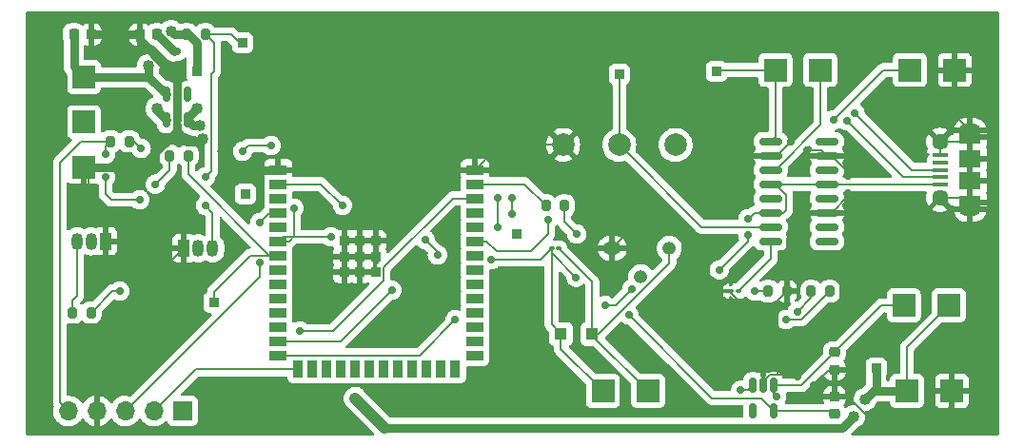
<source format=gtl>
G04 #@! TF.GenerationSoftware,KiCad,Pcbnew,(6.0.7-1)-1*
G04 #@! TF.CreationDate,2022-11-10T23:35:08-08:00*
G04 #@! TF.ProjectId,Lightsaber,4c696768-7473-4616-9265-722e6b696361,rev?*
G04 #@! TF.SameCoordinates,Original*
G04 #@! TF.FileFunction,Copper,L1,Top*
G04 #@! TF.FilePolarity,Positive*
%FSLAX46Y46*%
G04 Gerber Fmt 4.6, Leading zero omitted, Abs format (unit mm)*
G04 Created by KiCad (PCBNEW (6.0.7-1)-1) date 2022-11-10 23:35:08*
%MOMM*%
%LPD*%
G01*
G04 APERTURE LIST*
G04 Aperture macros list*
%AMRoundRect*
0 Rectangle with rounded corners*
0 $1 Rounding radius*
0 $2 $3 $4 $5 $6 $7 $8 $9 X,Y pos of 4 corners*
0 Add a 4 corners polygon primitive as box body*
4,1,4,$2,$3,$4,$5,$6,$7,$8,$9,$2,$3,0*
0 Add four circle primitives for the rounded corners*
1,1,$1+$1,$2,$3*
1,1,$1+$1,$4,$5*
1,1,$1+$1,$6,$7*
1,1,$1+$1,$8,$9*
0 Add four rect primitives between the rounded corners*
20,1,$1+$1,$2,$3,$4,$5,0*
20,1,$1+$1,$4,$5,$6,$7,0*
20,1,$1+$1,$6,$7,$8,$9,0*
20,1,$1+$1,$8,$9,$2,$3,0*%
G04 Aperture macros list end*
G04 #@! TA.AperFunction,ComponentPad*
%ADD10R,2.000000X2.000000*%
G04 #@! TD*
G04 #@! TA.AperFunction,ComponentPad*
%ADD11R,1.700000X1.700000*%
G04 #@! TD*
G04 #@! TA.AperFunction,ComponentPad*
%ADD12O,1.700000X1.700000*%
G04 #@! TD*
G04 #@! TA.AperFunction,ComponentPad*
%ADD13R,0.850000X0.850000*%
G04 #@! TD*
G04 #@! TA.AperFunction,SMDPad,CuDef*
%ADD14RoundRect,0.200000X0.200000X0.275000X-0.200000X0.275000X-0.200000X-0.275000X0.200000X-0.275000X0*%
G04 #@! TD*
G04 #@! TA.AperFunction,ComponentPad*
%ADD15O,1.600000X1.200000*%
G04 #@! TD*
G04 #@! TA.AperFunction,ComponentPad*
%ADD16O,1.200000X1.200000*%
G04 #@! TD*
G04 #@! TA.AperFunction,SMDPad,CuDef*
%ADD17RoundRect,0.150000X0.150000X-0.512500X0.150000X0.512500X-0.150000X0.512500X-0.150000X-0.512500X0*%
G04 #@! TD*
G04 #@! TA.AperFunction,SMDPad,CuDef*
%ADD18RoundRect,0.200000X-0.200000X-0.275000X0.200000X-0.275000X0.200000X0.275000X-0.200000X0.275000X0*%
G04 #@! TD*
G04 #@! TA.AperFunction,SMDPad,CuDef*
%ADD19R,1.100000X1.100000*%
G04 #@! TD*
G04 #@! TA.AperFunction,ComponentPad*
%ADD20C,2.000000*%
G04 #@! TD*
G04 #@! TA.AperFunction,SMDPad,CuDef*
%ADD21RoundRect,0.100000X-0.130000X-0.100000X0.130000X-0.100000X0.130000X0.100000X-0.130000X0.100000X0*%
G04 #@! TD*
G04 #@! TA.AperFunction,SMDPad,CuDef*
%ADD22RoundRect,0.225000X0.250000X-0.225000X0.250000X0.225000X-0.250000X0.225000X-0.250000X-0.225000X0*%
G04 #@! TD*
G04 #@! TA.AperFunction,SMDPad,CuDef*
%ADD23RoundRect,0.225000X-0.225000X-0.250000X0.225000X-0.250000X0.225000X0.250000X-0.225000X0.250000X0*%
G04 #@! TD*
G04 #@! TA.AperFunction,SMDPad,CuDef*
%ADD24R,1.500000X0.900000*%
G04 #@! TD*
G04 #@! TA.AperFunction,SMDPad,CuDef*
%ADD25R,0.900000X1.500000*%
G04 #@! TD*
G04 #@! TA.AperFunction,SMDPad,CuDef*
%ADD26R,0.900000X0.900000*%
G04 #@! TD*
G04 #@! TA.AperFunction,ComponentPad*
%ADD27R,1.050000X1.500000*%
G04 #@! TD*
G04 #@! TA.AperFunction,ComponentPad*
%ADD28O,1.050000X1.500000*%
G04 #@! TD*
G04 #@! TA.AperFunction,SMDPad,CuDef*
%ADD29RoundRect,0.150000X-0.150000X0.512500X-0.150000X-0.512500X0.150000X-0.512500X0.150000X0.512500X0*%
G04 #@! TD*
G04 #@! TA.AperFunction,SMDPad,CuDef*
%ADD30R,1.350000X0.400000*%
G04 #@! TD*
G04 #@! TA.AperFunction,ComponentPad*
%ADD31C,1.450000*%
G04 #@! TD*
G04 #@! TA.AperFunction,SMDPad,CuDef*
%ADD32R,1.900000X1.200000*%
G04 #@! TD*
G04 #@! TA.AperFunction,ComponentPad*
%ADD33O,1.900000X1.200000*%
G04 #@! TD*
G04 #@! TA.AperFunction,SMDPad,CuDef*
%ADD34R,1.900000X1.500000*%
G04 #@! TD*
G04 #@! TA.AperFunction,SMDPad,CuDef*
%ADD35RoundRect,0.150000X-0.850000X-0.150000X0.850000X-0.150000X0.850000X0.150000X-0.850000X0.150000X0*%
G04 #@! TD*
G04 #@! TA.AperFunction,ViaPad*
%ADD36C,0.711200*%
G04 #@! TD*
G04 #@! TA.AperFunction,ViaPad*
%ADD37C,1.016000*%
G04 #@! TD*
G04 #@! TA.AperFunction,Conductor*
%ADD38C,0.203200*%
G04 #@! TD*
G04 #@! TA.AperFunction,Conductor*
%ADD39C,0.762000*%
G04 #@! TD*
G04 #@! TA.AperFunction,Conductor*
%ADD40C,1.016000*%
G04 #@! TD*
G04 APERTURE END LIST*
D10*
X107315000Y-85090000D03*
X107315000Y-89090000D03*
X107315000Y-93090000D03*
D11*
X116078000Y-114808000D03*
D12*
X113538000Y-114808000D03*
X110998000Y-114808000D03*
X108458000Y-114808000D03*
X105918000Y-114808000D03*
D13*
X177800000Y-110998000D03*
X145796000Y-99060000D03*
X154940000Y-84836000D03*
X163576000Y-84582000D03*
X121666000Y-95504000D03*
X121412000Y-82042000D03*
X117348000Y-84582000D03*
X118872000Y-105156000D03*
D14*
X111315000Y-90805000D03*
X109665000Y-90805000D03*
D15*
X154305000Y-100330000D03*
D16*
X156845000Y-102870000D03*
X159385000Y-100330000D03*
D17*
X114620000Y-86625000D03*
X116520000Y-86625000D03*
X116520000Y-88900000D03*
X115570000Y-88900000D03*
X114620000Y-88900000D03*
D10*
X180785000Y-84455000D03*
X184785000Y-84455000D03*
D18*
X148400000Y-96520000D03*
X150050000Y-96520000D03*
X118110000Y-81280000D03*
X116460000Y-81280000D03*
D19*
X149730000Y-107950000D03*
X152530000Y-107950000D03*
D10*
X184245000Y-105410000D03*
X180245000Y-105410000D03*
D20*
X149940000Y-91130000D03*
X154940000Y-91130000D03*
X159940000Y-91130000D03*
D21*
X149545000Y-100330000D03*
X148905000Y-100330000D03*
D22*
X174085000Y-113525000D03*
X174085000Y-115075000D03*
D23*
X107950000Y-81280000D03*
X106400000Y-81280000D03*
D22*
X174085000Y-109575000D03*
X174085000Y-111125000D03*
D24*
X124600000Y-93340000D03*
X124600000Y-94610000D03*
X124600000Y-95880000D03*
X124600000Y-97150000D03*
X124600000Y-98420000D03*
X124600000Y-99690000D03*
X124600000Y-100960000D03*
X124600000Y-102230000D03*
X124600000Y-103500000D03*
X124600000Y-104770000D03*
X124600000Y-106040000D03*
X124600000Y-107310000D03*
X124600000Y-108580000D03*
X124600000Y-109850000D03*
D25*
X126365000Y-111100000D03*
X127635000Y-111100000D03*
X128905000Y-111100000D03*
X130175000Y-111100000D03*
X131445000Y-111100000D03*
X132715000Y-111100000D03*
X133985000Y-111100000D03*
X135255000Y-111100000D03*
X136525000Y-111100000D03*
X137795000Y-111100000D03*
X139065000Y-111100000D03*
X140335000Y-111100000D03*
D24*
X142100000Y-109850000D03*
X142100000Y-108580000D03*
X142100000Y-107310000D03*
X142100000Y-106040000D03*
X142100000Y-104770000D03*
X142100000Y-103500000D03*
X142100000Y-102230000D03*
X142100000Y-100960000D03*
X142100000Y-99690000D03*
X142100000Y-98420000D03*
X142100000Y-97150000D03*
X142100000Y-95880000D03*
X142100000Y-94610000D03*
X142100000Y-93340000D03*
D26*
X131850000Y-102460000D03*
X130450000Y-102460000D03*
X131850000Y-101060000D03*
X133250000Y-102460000D03*
X130450000Y-101060000D03*
X131850000Y-99660000D03*
X133250000Y-99660000D03*
X133250000Y-101060000D03*
X130450000Y-99660000D03*
D10*
X180530000Y-113030000D03*
X184530000Y-113030000D03*
D18*
X168180000Y-104140000D03*
X169830000Y-104140000D03*
D23*
X112255000Y-81280000D03*
X113805000Y-81280000D03*
D27*
X109220000Y-99695000D03*
D28*
X107950000Y-99695000D03*
X106680000Y-99695000D03*
D18*
X106300000Y-106045000D03*
X107950000Y-106045000D03*
D29*
X168685000Y-112527500D03*
X167735000Y-112527500D03*
X166785000Y-112527500D03*
X166785000Y-114802500D03*
X168685000Y-114802500D03*
D10*
X153480000Y-113030000D03*
X157480000Y-113030000D03*
X168815000Y-84455000D03*
X172815000Y-84455000D03*
D27*
X116205000Y-100330000D03*
D28*
X117475000Y-100330000D03*
X118745000Y-100330000D03*
D18*
X114935000Y-92075000D03*
X116585000Y-92075000D03*
D21*
X165515000Y-104140000D03*
X164875000Y-104140000D03*
D18*
X173640000Y-104140000D03*
X171990000Y-104140000D03*
D30*
X183449500Y-94645000D03*
X183449500Y-93995000D03*
X183449500Y-93345000D03*
X183449500Y-92695000D03*
X183449500Y-92045000D03*
D31*
X183449500Y-95845000D03*
D32*
X186149500Y-96245000D03*
D33*
X186149500Y-96845000D03*
D34*
X186149500Y-92345000D03*
D33*
X186149500Y-89845000D03*
D32*
X186149500Y-90445000D03*
D34*
X186149500Y-94345000D03*
D31*
X183449500Y-90845000D03*
D35*
X168410000Y-90805000D03*
X168410000Y-92075000D03*
X168410000Y-93345000D03*
X168410000Y-94615000D03*
X168410000Y-95885000D03*
X168410000Y-97155000D03*
X168410000Y-98425000D03*
X168410000Y-99695000D03*
X173410000Y-99695000D03*
X173410000Y-98425000D03*
X173410000Y-97155000D03*
X173410000Y-95885000D03*
X173410000Y-94615000D03*
X173410000Y-93345000D03*
X173410000Y-92075000D03*
X173410000Y-90805000D03*
D36*
X109220000Y-91948000D03*
X109220000Y-94003900D03*
X121412000Y-91694000D03*
X112268000Y-96012000D03*
X123952000Y-91186000D03*
X143510500Y-101346000D03*
X137668000Y-99568000D03*
X138751660Y-100905660D03*
X122936000Y-98044000D03*
X122936000Y-101600000D03*
X126492000Y-107696000D03*
D37*
X113792000Y-87884000D03*
X117348000Y-87884000D03*
X117831100Y-90579102D03*
X117602000Y-89408000D03*
D36*
X125984000Y-96774000D03*
X153670000Y-105410000D03*
X166370000Y-97700500D03*
X166370000Y-99149500D03*
X156034275Y-103964275D03*
X151095200Y-102904800D03*
X163830000Y-102235000D03*
X176784000Y-80772000D03*
X163576000Y-110236000D03*
X121412000Y-115316000D03*
X178816000Y-99568000D03*
X145288000Y-85852000D03*
X123698000Y-83058000D03*
X161544000Y-106172000D03*
X163576000Y-96012000D03*
X171595675Y-91585674D03*
D37*
X119634000Y-91694000D03*
D36*
X179832000Y-88392000D03*
X167132000Y-81280000D03*
X170815000Y-111760000D03*
X128016000Y-106172000D03*
X121412000Y-88392000D03*
X175260000Y-102616000D03*
X134112000Y-108204000D03*
X112776000Y-98552000D03*
X161544000Y-114300000D03*
X103632000Y-92964000D03*
X162560000Y-80772000D03*
X186436000Y-100076000D03*
X130556000Y-93980000D03*
X186944000Y-80772000D03*
X172187299Y-112497299D03*
X178308000Y-107442000D03*
X145796000Y-110744000D03*
X104140000Y-82804000D03*
X186944000Y-109220000D03*
X175260000Y-95369500D03*
X175260000Y-93920500D03*
X170180000Y-90805000D03*
X137668000Y-93472000D03*
X108458000Y-111506000D03*
X170688000Y-109220000D03*
X145288000Y-114300000D03*
X164592000Y-91948000D03*
X103632000Y-103632000D03*
D37*
X115062000Y-81026000D03*
X113030000Y-84074000D03*
X131445000Y-113665000D03*
X175768000Y-115316000D03*
X176784000Y-113792000D03*
D36*
X115570000Y-82804000D03*
X155788874Y-106258874D03*
X130302000Y-96520000D03*
X165735000Y-112962700D03*
X168921654Y-113567880D03*
X151130000Y-99060000D03*
X110490000Y-104140000D03*
X118110000Y-96520000D03*
X118110000Y-93980000D03*
X113665000Y-94615000D03*
X112392326Y-91437326D03*
X129286000Y-99314000D03*
X170762701Y-105955500D03*
X169756251Y-106680000D03*
X167005000Y-104140000D03*
X145415000Y-97244500D03*
X134692099Y-104067901D03*
X145415000Y-95795500D03*
X175188245Y-88971755D03*
X144145000Y-98425000D03*
X140335000Y-106680000D03*
X175895000Y-88265000D03*
X144145000Y-95795500D03*
X148590000Y-97790000D03*
X173990000Y-88900000D03*
D38*
X112268000Y-96012000D02*
X109728000Y-96012000D01*
X109728000Y-96012000D02*
X109220000Y-95504000D01*
X109220000Y-95504000D02*
X109220000Y-94003900D01*
X109220000Y-91948000D02*
X109220000Y-91250000D01*
X109220000Y-91250000D02*
X109665000Y-90805000D01*
X107315000Y-93090000D02*
X107696000Y-93471000D01*
X107696000Y-93471000D02*
X107696000Y-96012000D01*
X107696000Y-96012000D02*
X109220000Y-97536000D01*
X109220000Y-97536000D02*
X109220000Y-99695000D01*
X121920000Y-91186000D02*
X121412000Y-91694000D01*
X123952000Y-91186000D02*
X121920000Y-91186000D01*
X147889000Y-101346000D02*
X143510500Y-101346000D01*
X148905000Y-100330000D02*
X147889000Y-101346000D01*
X138751660Y-100651660D02*
X137668000Y-99568000D01*
X138751660Y-100905660D02*
X138751660Y-100651660D01*
X126492000Y-107696000D02*
X129472800Y-107696000D01*
X140108400Y-95880000D02*
X142100000Y-95880000D01*
X129472800Y-107696000D02*
X133979400Y-103189400D01*
X133979400Y-103189400D02*
X133979400Y-102009000D01*
X133979400Y-102009000D02*
X140108400Y-95880000D01*
X108458000Y-114808000D02*
X108458000Y-111506000D01*
X123830000Y-97150000D02*
X124600000Y-97150000D01*
X122936000Y-98044000D02*
X123830000Y-97150000D01*
X110998000Y-114808000D02*
X122936000Y-102870000D01*
X122936000Y-102870000D02*
X122936000Y-101600000D01*
X113538000Y-114808000D02*
X117246000Y-111100000D01*
X117246000Y-111100000D02*
X126365000Y-111100000D01*
X105918000Y-114808000D02*
X105168621Y-114058621D01*
X105168621Y-92677579D02*
X107041200Y-90805000D01*
X105168621Y-114058621D02*
X105168621Y-92677579D01*
X107041200Y-90805000D02*
X109665000Y-90805000D01*
D39*
X112255000Y-81280000D02*
X112255000Y-81775000D01*
X112255000Y-81775000D02*
X113471884Y-82991884D01*
X113471884Y-82991884D02*
X113471884Y-83007200D01*
X113471884Y-83007200D02*
X115570000Y-85105316D01*
X115570000Y-85105316D02*
X115570000Y-88900000D01*
X117348000Y-87884000D02*
X116520000Y-88712000D01*
X116520000Y-88712000D02*
X116520000Y-88900000D01*
X116460000Y-81280000D02*
X116561895Y-81280000D01*
X116561895Y-81280000D02*
X117348000Y-82066105D01*
X117348000Y-82066105D02*
X117348000Y-84582000D01*
X175768000Y-115316000D02*
X174789500Y-116294500D01*
X174789500Y-116294500D02*
X134074500Y-116294500D01*
D38*
X174085000Y-113525000D02*
X175247000Y-113525000D01*
X175247000Y-113525000D02*
X176784000Y-115062000D01*
X176784000Y-115062000D02*
X179070000Y-115062000D01*
X179070000Y-115062000D02*
X179578000Y-115570000D01*
X179578000Y-115570000D02*
X183240000Y-115570000D01*
X183240000Y-115570000D02*
X184530000Y-114280000D01*
X184530000Y-114280000D02*
X184530000Y-113030000D01*
X118110000Y-81280000D02*
X120396000Y-81280000D01*
X120396000Y-81280000D02*
X121158000Y-82042000D01*
X121158000Y-82042000D02*
X121412000Y-82042000D01*
D39*
X113792000Y-88072000D02*
X114620000Y-88900000D01*
X113792000Y-87884000D02*
X113792000Y-88072000D01*
X117602000Y-89408000D02*
X117028000Y-89408000D01*
X117028000Y-89408000D02*
X116520000Y-88900000D01*
X117831100Y-90579102D02*
X117831100Y-90678000D01*
X117831100Y-90678000D02*
X117704100Y-90805000D01*
X117704100Y-90805000D02*
X116459000Y-90805000D01*
X116459000Y-90805000D02*
X115570000Y-89916000D01*
D38*
X118110000Y-81280000D02*
X118872000Y-82042000D01*
X118872000Y-82042000D02*
X118872000Y-84582000D01*
X118872000Y-84582000D02*
X118618000Y-84836000D01*
X118618000Y-84836000D02*
X118618000Y-93472000D01*
X118618000Y-93472000D02*
X118110000Y-93980000D01*
X130302000Y-96520000D02*
X128392000Y-94610000D01*
X128392000Y-94610000D02*
X124600000Y-94610000D01*
D39*
X177546000Y-113030000D02*
X177800000Y-112776000D01*
X177800000Y-112776000D02*
X177800000Y-110998000D01*
D38*
X154940000Y-84836000D02*
X154940000Y-91130000D01*
X125553200Y-99690000D02*
X125984000Y-99259200D01*
X124600000Y-99690000D02*
X125553200Y-99690000D01*
X125984000Y-99259200D02*
X125984000Y-96774000D01*
X124600000Y-100960000D02*
X122117474Y-100960000D01*
X122117474Y-100960000D02*
X118872000Y-104205474D01*
X118872000Y-104205474D02*
X118872000Y-105156000D01*
D39*
X119634000Y-91694000D02*
X121280000Y-93340000D01*
X121280000Y-93340000D02*
X124600000Y-93340000D01*
D38*
X148590000Y-97790000D02*
X148590000Y-99060000D01*
X147066000Y-100584000D02*
X144018000Y-100584000D01*
X143124000Y-99690000D02*
X142100000Y-99690000D01*
X148590000Y-99060000D02*
X147066000Y-100584000D01*
X144018000Y-100584000D02*
X143124000Y-99690000D01*
X129286000Y-99314000D02*
X124976000Y-99314000D01*
D39*
X115062000Y-81026000D02*
X115316000Y-81280000D01*
X115316000Y-81280000D02*
X116460000Y-81280000D01*
D38*
X124976000Y-99314000D02*
X124600000Y-99690000D01*
D40*
X134074500Y-116294500D02*
X131445000Y-113665000D01*
D38*
X115570000Y-82804000D02*
X115316000Y-82804000D01*
D39*
X115316000Y-82804000D02*
X113805000Y-81293000D01*
D38*
X113805000Y-81293000D02*
X113805000Y-81280000D01*
D39*
X115570000Y-89916000D02*
X114444800Y-91041200D01*
X114444800Y-91041200D02*
X114420695Y-91041200D01*
X114420695Y-91041200D02*
X112371895Y-93090000D01*
X112371895Y-93090000D02*
X107315000Y-93090000D01*
X115570000Y-89284251D02*
X115570000Y-89916000D01*
D38*
X113030000Y-84074000D02*
X113085000Y-84129000D01*
D39*
X113085000Y-84129000D02*
X113085000Y-85090000D01*
X106400000Y-81280000D02*
X106400000Y-84175000D01*
X106400000Y-84175000D02*
X107315000Y-85090000D01*
D38*
X169765000Y-111540000D02*
X169031751Y-111540000D01*
X169985000Y-111760000D02*
X169765000Y-111540000D01*
X170815000Y-111760000D02*
X169985000Y-111760000D01*
X174085000Y-111125000D02*
X173559598Y-111125000D01*
X173559598Y-111125000D02*
X172187299Y-112497299D01*
X166349800Y-112962700D02*
X166785000Y-112527500D01*
X165735000Y-112962700D02*
X166349800Y-112962700D01*
X145415000Y-95795500D02*
X145415000Y-97244500D01*
X144145000Y-95795500D02*
X144145000Y-98425000D01*
X168815000Y-84455000D02*
X163703000Y-84455000D01*
X163703000Y-84455000D02*
X163576000Y-84582000D01*
X149730000Y-107950000D02*
X149730000Y-109280000D01*
X168811751Y-94615000D02*
X169735000Y-95538249D01*
X169545000Y-97155000D02*
X168410000Y-97155000D01*
X148905000Y-107125000D02*
X148905000Y-100330000D01*
X148905000Y-100330000D02*
X148905000Y-100714600D01*
X163830000Y-102235000D02*
X166370000Y-99695000D01*
X149730000Y-107950000D02*
X148905000Y-107125000D01*
X169735000Y-96965000D02*
X169545000Y-97155000D01*
X154588550Y-105410000D02*
X156034275Y-103964275D01*
X168410000Y-94615000D02*
X168811751Y-94615000D01*
X166370000Y-99695000D02*
X166370000Y-99149500D01*
X153670000Y-105410000D02*
X154588550Y-105410000D01*
X169735000Y-95538249D02*
X169735000Y-96965000D01*
X149730000Y-109280000D02*
X153480000Y-113030000D01*
X167005000Y-97155000D02*
X168410000Y-97155000D01*
X173410000Y-94615000D02*
X173440000Y-94645000D01*
X166370000Y-97700500D02*
X166459500Y-97700500D01*
X168410000Y-94615000D02*
X173410000Y-94615000D01*
X166459500Y-97700500D02*
X167005000Y-97155000D01*
X173440000Y-94645000D02*
X183449500Y-94645000D01*
X148905000Y-100714600D02*
X151095200Y-102904800D01*
X153205000Y-112755000D02*
X153480000Y-113030000D01*
X159385000Y-100330000D02*
X159385000Y-101638148D01*
X159385000Y-101638148D02*
X153073148Y-107950000D01*
X152530000Y-103315000D02*
X152530000Y-107950000D01*
X157480000Y-113030000D02*
X152530000Y-108080000D01*
X152530000Y-108080000D02*
X152530000Y-107950000D01*
X149545000Y-100330000D02*
X152530000Y-103315000D01*
X153073148Y-107950000D02*
X152530000Y-107950000D01*
X154305000Y-95495000D02*
X154305000Y-100330000D01*
X184785000Y-88480500D02*
X186149500Y-89845000D01*
X169031751Y-111540000D02*
X168338249Y-111540000D01*
X168410000Y-92075000D02*
X168910000Y-92075000D01*
X182139500Y-97155000D02*
X173410000Y-97155000D01*
X183449500Y-90845000D02*
X183449500Y-91886500D01*
X183449500Y-90845000D02*
X185149500Y-90845000D01*
X167735000Y-112143249D02*
X167735000Y-112527500D01*
X149940000Y-91130000D02*
X154305000Y-95495000D01*
X115570000Y-88900000D02*
X115570000Y-89284251D01*
X159146547Y-98821547D02*
X159781547Y-98821547D01*
X175260000Y-93523249D02*
X175260000Y-93920500D01*
X159781547Y-98821547D02*
X160655000Y-99695000D01*
X160655000Y-99695000D02*
X160655000Y-100965000D01*
X172920674Y-91585674D02*
X173410000Y-92075000D01*
X169830000Y-99443249D02*
X172118249Y-97155000D01*
X116205000Y-100330000D02*
X114935000Y-101600000D01*
X185149500Y-95845000D02*
X186149500Y-96845000D01*
X164875000Y-104331041D02*
X169007208Y-108463249D01*
X155813453Y-98821547D02*
X154305000Y-100330000D01*
X169031751Y-108463249D02*
X169031751Y-104938249D01*
X175260000Y-95706751D02*
X173811751Y-97155000D01*
X172118249Y-97155000D02*
X173410000Y-97155000D01*
X184785000Y-84455000D02*
X184785000Y-88480500D01*
X164875000Y-104140000D02*
X164875000Y-104331041D01*
X163830000Y-104140000D02*
X160655000Y-100965000D01*
X183388000Y-91948000D02*
X183388000Y-91983500D01*
X186149500Y-89845000D02*
X186149500Y-92345000D01*
X159146547Y-98821547D02*
X155813453Y-98821547D01*
X169031751Y-104938249D02*
X169830000Y-104140000D01*
X183449500Y-95845000D02*
X185149500Y-95845000D01*
X183388000Y-91983500D02*
X183449500Y-92045000D01*
X168910000Y-92075000D02*
X170180000Y-90805000D01*
X175260000Y-95369500D02*
X175260000Y-95706751D01*
D39*
X107950000Y-81280000D02*
X112255000Y-81280000D01*
D38*
X173811751Y-97155000D02*
X173410000Y-97155000D01*
X169031751Y-111540000D02*
X169031751Y-108463249D01*
X131850000Y-101060000D02*
X131850000Y-99660000D01*
X173410000Y-92075000D02*
X173811751Y-92075000D01*
X173811751Y-92075000D02*
X175260000Y-93523249D01*
X171595675Y-91585674D02*
X172920674Y-91585674D01*
X186149500Y-92345000D02*
X186149500Y-94345000D01*
X144310000Y-91130000D02*
X142100000Y-93340000D01*
X186149500Y-94345000D02*
X186149500Y-96245000D01*
X169007208Y-108463249D02*
X169031751Y-108463249D01*
X168338249Y-111540000D02*
X167735000Y-112143249D01*
X185149500Y-90845000D02*
X186149500Y-89845000D01*
X183449500Y-91886500D02*
X183388000Y-91948000D01*
X169830000Y-104140000D02*
X169830000Y-99443249D01*
X164875000Y-104140000D02*
X163830000Y-104140000D01*
X149940000Y-91130000D02*
X144310000Y-91130000D01*
X183449500Y-95845000D02*
X182139500Y-97155000D01*
X174085000Y-111125000D02*
X174085000Y-113525000D01*
D39*
X113085000Y-85090000D02*
X114620000Y-86625000D01*
X107315000Y-85090000D02*
X113085000Y-85090000D01*
D38*
X180530000Y-109125000D02*
X184245000Y-105410000D01*
D39*
X177546000Y-113030000D02*
X180530000Y-113030000D01*
X176784000Y-113792000D02*
X177546000Y-113030000D01*
D38*
X180530000Y-113030000D02*
X180530000Y-109125000D01*
X165515000Y-104140000D02*
X168410000Y-101245000D01*
X168410000Y-101245000D02*
X168410000Y-99695000D01*
X165100000Y-113665000D02*
X163195000Y-113665000D01*
X167547500Y-113665000D02*
X165100000Y-113665000D01*
X173812500Y-114802500D02*
X174085000Y-115075000D01*
X168685000Y-114802500D02*
X173812500Y-114802500D01*
X163195000Y-113665000D02*
X155788874Y-106258874D01*
X168685000Y-114802500D02*
X167547500Y-113665000D01*
X168685000Y-113331226D02*
X168921654Y-113567880D01*
X168685000Y-112527500D02*
X171132500Y-112527500D01*
X178250000Y-105410000D02*
X174085000Y-109575000D01*
X180245000Y-105410000D02*
X178250000Y-105410000D01*
X168685000Y-112527500D02*
X168685000Y-113331226D01*
X171132500Y-112527500D02*
X174085000Y-109575000D01*
X151130000Y-99060000D02*
X150050000Y-97980000D01*
X150050000Y-97980000D02*
X150050000Y-96520000D01*
X109855000Y-104140000D02*
X107950000Y-106045000D01*
X110490000Y-104140000D02*
X109855000Y-104140000D01*
X118110000Y-96520000D02*
X118745000Y-97155000D01*
X118745000Y-97155000D02*
X118745000Y-100330000D01*
X114935000Y-93345000D02*
X114935000Y-92075000D01*
X113665000Y-94615000D02*
X114935000Y-93345000D01*
X106680000Y-104585000D02*
X106680000Y-99695000D01*
X106300000Y-104965000D02*
X106680000Y-104585000D01*
X111760000Y-90805000D02*
X112392326Y-91437326D01*
X106300000Y-106045000D02*
X106300000Y-104965000D01*
X111315000Y-90805000D02*
X111760000Y-90805000D01*
X148400000Y-96520000D02*
X146490000Y-94610000D01*
X146490000Y-94610000D02*
X142100000Y-94610000D01*
X123820000Y-100960000D02*
X124600000Y-100960000D01*
X116585000Y-93725000D02*
X123820000Y-100960000D01*
X116585000Y-92075000D02*
X116585000Y-93725000D01*
X171990000Y-104140000D02*
X171990000Y-104728201D01*
X171990000Y-104728201D02*
X170762701Y-105955500D01*
X173640000Y-104140000D02*
X171100000Y-106680000D01*
X168180000Y-104140000D02*
X167005000Y-104140000D01*
X171100000Y-106680000D02*
X169756251Y-106680000D01*
X168815000Y-84455000D02*
X168815000Y-90400000D01*
X168815000Y-90400000D02*
X168410000Y-90805000D01*
X168811751Y-93345000D02*
X168410000Y-93345000D01*
X172815000Y-84455000D02*
X172815000Y-89341751D01*
X172815000Y-89341751D02*
X168811751Y-93345000D01*
X168410000Y-98425000D02*
X162235000Y-98425000D01*
X162235000Y-98425000D02*
X154940000Y-91130000D01*
X175188245Y-88971755D02*
X180211490Y-93995000D01*
X134692099Y-104067901D02*
X130175000Y-108585000D01*
X130175000Y-108585000D02*
X130170000Y-108580000D01*
X180211490Y-93995000D02*
X183449500Y-93995000D01*
X130170000Y-108580000D02*
X124600000Y-108580000D01*
X137165000Y-109850000D02*
X140335000Y-106680000D01*
X124600000Y-109850000D02*
X137165000Y-109850000D01*
X175895000Y-88265000D02*
X180975000Y-93345000D01*
X180975000Y-93345000D02*
X183449500Y-93345000D01*
X178435000Y-84455000D02*
X173990000Y-88900000D01*
X180785000Y-84455000D02*
X178435000Y-84455000D01*
G04 #@! TA.AperFunction,Conductor*
G36*
X188663621Y-79268502D02*
G01*
X188710114Y-79322158D01*
X188721500Y-79374500D01*
X188721500Y-116840500D01*
X188701498Y-116908621D01*
X188647842Y-116955114D01*
X188595500Y-116966500D01*
X175679633Y-116966500D01*
X175611512Y-116946498D01*
X175565019Y-116892842D01*
X175554915Y-116822568D01*
X175584409Y-116757988D01*
X175590538Y-116751405D01*
X176025595Y-116316348D01*
X176080806Y-116284085D01*
X176084672Y-116283006D01*
X176137370Y-116268292D01*
X176142874Y-116265512D01*
X176142876Y-116265511D01*
X176309802Y-116181191D01*
X176309804Y-116181190D01*
X176315303Y-116178412D01*
X176472390Y-116055682D01*
X176486633Y-116039181D01*
X176598618Y-115909446D01*
X176598619Y-115909444D01*
X176602647Y-115904778D01*
X176701112Y-115731448D01*
X176764035Y-115542294D01*
X176771440Y-115483678D01*
X176788578Y-115348023D01*
X176788579Y-115348013D01*
X176789020Y-115344520D01*
X176789418Y-115316000D01*
X176769965Y-115117606D01*
X176725272Y-114969575D01*
X176724731Y-114898582D01*
X176762659Y-114838565D01*
X176827013Y-114808581D01*
X176836220Y-114807530D01*
X176878309Y-114804291D01*
X176955226Y-114798373D01*
X176955231Y-114798372D01*
X176961367Y-114797900D01*
X176967297Y-114796244D01*
X176967299Y-114796244D01*
X177084972Y-114763389D01*
X177153370Y-114744292D01*
X177158870Y-114741514D01*
X177325802Y-114657191D01*
X177325804Y-114657190D01*
X177331303Y-114654412D01*
X177488390Y-114531682D01*
X177498574Y-114519884D01*
X177614618Y-114385446D01*
X177614619Y-114385444D01*
X177618647Y-114380778D01*
X177717112Y-114207448D01*
X177728502Y-114173207D01*
X177752881Y-114099922D01*
X177783344Y-114050599D01*
X177877538Y-113956405D01*
X177939850Y-113922379D01*
X177966633Y-113919500D01*
X178895500Y-113919500D01*
X178963621Y-113939502D01*
X179010114Y-113993158D01*
X179021500Y-114045500D01*
X179021500Y-114078134D01*
X179028255Y-114140316D01*
X179079385Y-114276705D01*
X179166739Y-114393261D01*
X179283295Y-114480615D01*
X179419684Y-114531745D01*
X179481866Y-114538500D01*
X181578134Y-114538500D01*
X181640316Y-114531745D01*
X181776705Y-114480615D01*
X181893261Y-114393261D01*
X181980615Y-114276705D01*
X182031745Y-114140316D01*
X182038500Y-114078134D01*
X182038500Y-114074669D01*
X183022001Y-114074669D01*
X183022371Y-114081490D01*
X183027895Y-114132352D01*
X183031521Y-114147604D01*
X183076676Y-114268054D01*
X183085214Y-114283649D01*
X183161715Y-114385724D01*
X183174276Y-114398285D01*
X183276351Y-114474786D01*
X183291946Y-114483324D01*
X183412394Y-114528478D01*
X183427649Y-114532105D01*
X183478514Y-114537631D01*
X183485328Y-114538000D01*
X184257885Y-114538000D01*
X184273124Y-114533525D01*
X184274329Y-114532135D01*
X184276000Y-114524452D01*
X184276000Y-114519884D01*
X184784000Y-114519884D01*
X184788475Y-114535123D01*
X184789865Y-114536328D01*
X184797548Y-114537999D01*
X185574669Y-114537999D01*
X185581490Y-114537629D01*
X185632352Y-114532105D01*
X185647604Y-114528479D01*
X185768054Y-114483324D01*
X185783649Y-114474786D01*
X185885724Y-114398285D01*
X185898285Y-114385724D01*
X185974786Y-114283649D01*
X185983324Y-114268054D01*
X186028478Y-114147606D01*
X186032105Y-114132351D01*
X186037631Y-114081486D01*
X186038000Y-114074672D01*
X186038000Y-113302115D01*
X186033525Y-113286876D01*
X186032135Y-113285671D01*
X186024452Y-113284000D01*
X184802115Y-113284000D01*
X184786876Y-113288475D01*
X184785671Y-113289865D01*
X184784000Y-113297548D01*
X184784000Y-114519884D01*
X184276000Y-114519884D01*
X184276000Y-113302115D01*
X184271525Y-113286876D01*
X184270135Y-113285671D01*
X184262452Y-113284000D01*
X183040116Y-113284000D01*
X183024877Y-113288475D01*
X183023672Y-113289865D01*
X183022001Y-113297548D01*
X183022001Y-114074669D01*
X182038500Y-114074669D01*
X182038500Y-112757885D01*
X183022000Y-112757885D01*
X183026475Y-112773124D01*
X183027865Y-112774329D01*
X183035548Y-112776000D01*
X184257885Y-112776000D01*
X184273124Y-112771525D01*
X184274329Y-112770135D01*
X184276000Y-112762452D01*
X184276000Y-112757885D01*
X184784000Y-112757885D01*
X184788475Y-112773124D01*
X184789865Y-112774329D01*
X184797548Y-112776000D01*
X186019884Y-112776000D01*
X186035123Y-112771525D01*
X186036328Y-112770135D01*
X186037999Y-112762452D01*
X186037999Y-111985331D01*
X186037629Y-111978510D01*
X186032105Y-111927648D01*
X186028479Y-111912396D01*
X185983324Y-111791946D01*
X185974786Y-111776351D01*
X185898285Y-111674276D01*
X185885724Y-111661715D01*
X185783649Y-111585214D01*
X185768054Y-111576676D01*
X185647606Y-111531522D01*
X185632351Y-111527895D01*
X185581486Y-111522369D01*
X185574672Y-111522000D01*
X184802115Y-111522000D01*
X184786876Y-111526475D01*
X184785671Y-111527865D01*
X184784000Y-111535548D01*
X184784000Y-112757885D01*
X184276000Y-112757885D01*
X184276000Y-111540116D01*
X184271525Y-111524877D01*
X184270135Y-111523672D01*
X184262452Y-111522001D01*
X183485331Y-111522001D01*
X183478510Y-111522371D01*
X183427648Y-111527895D01*
X183412396Y-111531521D01*
X183291946Y-111576676D01*
X183276351Y-111585214D01*
X183174276Y-111661715D01*
X183161715Y-111674276D01*
X183085214Y-111776351D01*
X183076676Y-111791946D01*
X183031522Y-111912394D01*
X183027895Y-111927649D01*
X183022369Y-111978514D01*
X183022000Y-111985328D01*
X183022000Y-112757885D01*
X182038500Y-112757885D01*
X182038500Y-111981866D01*
X182031745Y-111919684D01*
X181980615Y-111783295D01*
X181893261Y-111666739D01*
X181776705Y-111579385D01*
X181640316Y-111528255D01*
X181578134Y-111521500D01*
X181266100Y-111521500D01*
X181197979Y-111501498D01*
X181151486Y-111447842D01*
X181140100Y-111395500D01*
X181140100Y-109429901D01*
X181160102Y-109361780D01*
X181177005Y-109340806D01*
X183562406Y-106955405D01*
X183624718Y-106921379D01*
X183651501Y-106918500D01*
X185293134Y-106918500D01*
X185355316Y-106911745D01*
X185491705Y-106860615D01*
X185608261Y-106773261D01*
X185695615Y-106656705D01*
X185746745Y-106520316D01*
X185753500Y-106458134D01*
X185753500Y-104361866D01*
X185746745Y-104299684D01*
X185695615Y-104163295D01*
X185608261Y-104046739D01*
X185491705Y-103959385D01*
X185355316Y-103908255D01*
X185293134Y-103901500D01*
X183196866Y-103901500D01*
X183134684Y-103908255D01*
X182998295Y-103959385D01*
X182881739Y-104046739D01*
X182794385Y-104163295D01*
X182743255Y-104299684D01*
X182736500Y-104361866D01*
X182736500Y-106003498D01*
X182716498Y-106071619D01*
X182699595Y-106092593D01*
X180152108Y-108640080D01*
X180144295Y-108647190D01*
X180138017Y-108651174D01*
X180132591Y-108656953D01*
X180132590Y-108656953D01*
X180093170Y-108698931D01*
X180090415Y-108701773D01*
X180071453Y-108720735D01*
X180069027Y-108723862D01*
X180068462Y-108724503D01*
X180061494Y-108732661D01*
X180032496Y-108763542D01*
X180023272Y-108780319D01*
X180012425Y-108796832D01*
X180005548Y-108805698D01*
X180005545Y-108805703D01*
X180000687Y-108811966D01*
X179983862Y-108850847D01*
X179978646Y-108861495D01*
X179958235Y-108898622D01*
X179953475Y-108917161D01*
X179947074Y-108935859D01*
X179939468Y-108953435D01*
X179932842Y-108995274D01*
X179930435Y-109006897D01*
X179919900Y-109047926D01*
X179919900Y-109067064D01*
X179918349Y-109086774D01*
X179915354Y-109105684D01*
X179916100Y-109113575D01*
X179919341Y-109147861D01*
X179919900Y-109159719D01*
X179919900Y-111395500D01*
X179899898Y-111463621D01*
X179846242Y-111510114D01*
X179793900Y-111521500D01*
X179481866Y-111521500D01*
X179419684Y-111528255D01*
X179283295Y-111579385D01*
X179166739Y-111666739D01*
X179079385Y-111783295D01*
X179028255Y-111919684D01*
X179021500Y-111981866D01*
X179021500Y-112014500D01*
X179001498Y-112082621D01*
X178947842Y-112129114D01*
X178895500Y-112140500D01*
X178815500Y-112140500D01*
X178747379Y-112120498D01*
X178700886Y-112066842D01*
X178689500Y-112014500D01*
X178689500Y-111655508D01*
X178697518Y-111611279D01*
X178723973Y-111540711D01*
X178723973Y-111540709D01*
X178726745Y-111533316D01*
X178727975Y-111522000D01*
X178733131Y-111474531D01*
X178733500Y-111471134D01*
X178733500Y-110524866D01*
X178726745Y-110462684D01*
X178675615Y-110326295D01*
X178588261Y-110209739D01*
X178471705Y-110122385D01*
X178335316Y-110071255D01*
X178273134Y-110064500D01*
X177326866Y-110064500D01*
X177264684Y-110071255D01*
X177128295Y-110122385D01*
X177011739Y-110209739D01*
X176924385Y-110326295D01*
X176873255Y-110462684D01*
X176866500Y-110524866D01*
X176866500Y-111471134D01*
X176866869Y-111474531D01*
X176872026Y-111522000D01*
X176873255Y-111533316D01*
X176876027Y-111540709D01*
X176876027Y-111540711D01*
X176902482Y-111611279D01*
X176910500Y-111655508D01*
X176910500Y-112351799D01*
X176890498Y-112419920D01*
X176882299Y-112430658D01*
X176881331Y-112431530D01*
X176873348Y-112442518D01*
X176860511Y-112457546D01*
X176525725Y-112792332D01*
X176472209Y-112824109D01*
X176401370Y-112844958D01*
X176224709Y-112937314D01*
X176069351Y-113062225D01*
X175941214Y-113214933D01*
X175845179Y-113389621D01*
X175843318Y-113395488D01*
X175843317Y-113395490D01*
X175824462Y-113454927D01*
X175784902Y-113579635D01*
X175762682Y-113777739D01*
X175779362Y-113976386D01*
X175806682Y-114071661D01*
X175826201Y-114139731D01*
X175825751Y-114210726D01*
X175786989Y-114270208D01*
X175716502Y-114299943D01*
X175576605Y-114312674D01*
X175570691Y-114314415D01*
X175570689Y-114314415D01*
X175454003Y-114348758D01*
X175385370Y-114368958D01*
X175208709Y-114461314D01*
X175203908Y-114465174D01*
X175203902Y-114465178D01*
X175151772Y-114507091D01*
X175086150Y-114534187D01*
X175016295Y-114521503D01*
X174965677Y-114475197D01*
X174917606Y-114397515D01*
X174913752Y-114391287D01*
X174908570Y-114386114D01*
X174904023Y-114380377D01*
X174905830Y-114378945D01*
X174877098Y-114326425D01*
X174882108Y-114255605D01*
X174905499Y-114219147D01*
X174904448Y-114218317D01*
X174917998Y-114201160D01*
X175000004Y-114068120D01*
X175006151Y-114054939D01*
X175055491Y-113906186D01*
X175058358Y-113892810D01*
X175067672Y-113801903D01*
X175067929Y-113796874D01*
X175063525Y-113781876D01*
X175062135Y-113780671D01*
X175054452Y-113779000D01*
X173120115Y-113779000D01*
X173104876Y-113783475D01*
X173103671Y-113784865D01*
X173102000Y-113792548D01*
X173102000Y-113795438D01*
X173102337Y-113801953D01*
X173111894Y-113894057D01*
X173114789Y-113907459D01*
X173154511Y-114026525D01*
X173157095Y-114097474D01*
X173120911Y-114158558D01*
X173057446Y-114190382D01*
X173034987Y-114192400D01*
X169777103Y-114192400D01*
X169708982Y-114172398D01*
X169662489Y-114118742D01*
X169652385Y-114048468D01*
X169667983Y-114003401D01*
X169695116Y-113956405D01*
X169715397Y-113921277D01*
X169749971Y-113814870D01*
X169769487Y-113754805D01*
X169769487Y-113754804D01*
X169771527Y-113748526D01*
X169774557Y-113719703D01*
X169789824Y-113574445D01*
X169790514Y-113567880D01*
X169782656Y-113493116D01*
X169772217Y-113393798D01*
X169772217Y-113393797D01*
X169771527Y-113387234D01*
X169744007Y-113302536D01*
X169742596Y-113253126D01*
X173102071Y-113253126D01*
X173106475Y-113268124D01*
X173107865Y-113269329D01*
X173115548Y-113271000D01*
X173812885Y-113271000D01*
X173828124Y-113266525D01*
X173829329Y-113265135D01*
X173831000Y-113257452D01*
X173831000Y-113252885D01*
X174339000Y-113252885D01*
X174343475Y-113268124D01*
X174344865Y-113269329D01*
X174352548Y-113271000D01*
X175049885Y-113271000D01*
X175065124Y-113266525D01*
X175066329Y-113265135D01*
X175068000Y-113257452D01*
X175068000Y-113254562D01*
X175067663Y-113248047D01*
X175058106Y-113155943D01*
X175055212Y-113142544D01*
X175005619Y-112993893D01*
X174999445Y-112980714D01*
X174917212Y-112847827D01*
X174908176Y-112836426D01*
X174797571Y-112726014D01*
X174786160Y-112717002D01*
X174653120Y-112634996D01*
X174639939Y-112628849D01*
X174491186Y-112579509D01*
X174477810Y-112576642D01*
X174386903Y-112567328D01*
X174380486Y-112567000D01*
X174357115Y-112567000D01*
X174341876Y-112571475D01*
X174340671Y-112572865D01*
X174339000Y-112580548D01*
X174339000Y-113252885D01*
X173831000Y-113252885D01*
X173831000Y-112585115D01*
X173826525Y-112569876D01*
X173825135Y-112568671D01*
X173817452Y-112567000D01*
X173789562Y-112567000D01*
X173783047Y-112567337D01*
X173690943Y-112576894D01*
X173677544Y-112579788D01*
X173528893Y-112629381D01*
X173515714Y-112635555D01*
X173382827Y-112717788D01*
X173371426Y-112726824D01*
X173261014Y-112837429D01*
X173252002Y-112848840D01*
X173169996Y-112981880D01*
X173163849Y-112995061D01*
X173114509Y-113143814D01*
X173111642Y-113157190D01*
X173102328Y-113248097D01*
X173102071Y-113253126D01*
X169742596Y-113253126D01*
X169741980Y-113231568D01*
X169778642Y-113170771D01*
X169842354Y-113139445D01*
X169863840Y-113137600D01*
X171056822Y-113137600D01*
X171067374Y-113138098D01*
X171074628Y-113139719D01*
X171140095Y-113137662D01*
X171144052Y-113137600D01*
X171170883Y-113137600D01*
X171174810Y-113137104D01*
X171175716Y-113137047D01*
X171186360Y-113136208D01*
X171228699Y-113134878D01*
X171247086Y-113129536D01*
X171266443Y-113125528D01*
X171277565Y-113124123D01*
X171277566Y-113124123D01*
X171285432Y-113123129D01*
X171302168Y-113116503D01*
X171324818Y-113107536D01*
X171336045Y-113103692D01*
X171369109Y-113094085D01*
X171369111Y-113094084D01*
X171376725Y-113091872D01*
X171393205Y-113082126D01*
X171410945Y-113073435D01*
X171428754Y-113066384D01*
X171463032Y-113041480D01*
X171472952Y-113034964D01*
X171502579Y-113017443D01*
X171502582Y-113017441D01*
X171509406Y-113013405D01*
X171522933Y-112999878D01*
X171537967Y-112987037D01*
X171547047Y-112980440D01*
X171547048Y-112980439D01*
X171553462Y-112975779D01*
X171580474Y-112943127D01*
X171588463Y-112934348D01*
X172945797Y-111577014D01*
X173008108Y-111542989D01*
X173078923Y-111548054D01*
X173135759Y-111590601D01*
X173154415Y-111626235D01*
X173164380Y-111656105D01*
X173170555Y-111669286D01*
X173252788Y-111802173D01*
X173261824Y-111813574D01*
X173372429Y-111923986D01*
X173383840Y-111932998D01*
X173516880Y-112015004D01*
X173530061Y-112021151D01*
X173678814Y-112070491D01*
X173692190Y-112073358D01*
X173783097Y-112082672D01*
X173789513Y-112083000D01*
X173812885Y-112083000D01*
X173828124Y-112078525D01*
X173829329Y-112077135D01*
X173831000Y-112069452D01*
X173831000Y-112064885D01*
X174339000Y-112064885D01*
X174343475Y-112080124D01*
X174344865Y-112081329D01*
X174352548Y-112083000D01*
X174380438Y-112083000D01*
X174386953Y-112082663D01*
X174479057Y-112073106D01*
X174492456Y-112070212D01*
X174641107Y-112020619D01*
X174654286Y-112014445D01*
X174787173Y-111932212D01*
X174798574Y-111923176D01*
X174908986Y-111812571D01*
X174917998Y-111801160D01*
X175000004Y-111668120D01*
X175006151Y-111654939D01*
X175055491Y-111506186D01*
X175058358Y-111492810D01*
X175067672Y-111401903D01*
X175067929Y-111396874D01*
X175063525Y-111381876D01*
X175062135Y-111380671D01*
X175054452Y-111379000D01*
X174357115Y-111379000D01*
X174341876Y-111383475D01*
X174340671Y-111384865D01*
X174339000Y-111392548D01*
X174339000Y-112064885D01*
X173831000Y-112064885D01*
X173831000Y-110997000D01*
X173851002Y-110928879D01*
X173904658Y-110882386D01*
X173957000Y-110871000D01*
X175049885Y-110871000D01*
X175065124Y-110866525D01*
X175066329Y-110865135D01*
X175068000Y-110857452D01*
X175068000Y-110854562D01*
X175067663Y-110848047D01*
X175058106Y-110755943D01*
X175055212Y-110742544D01*
X175005619Y-110593893D01*
X174999445Y-110580714D01*
X174917212Y-110447827D01*
X174903629Y-110430689D01*
X174905559Y-110429159D01*
X174877097Y-110377120D01*
X174882113Y-110306301D01*
X174905799Y-110269383D01*
X174904843Y-110268628D01*
X174909381Y-110262882D01*
X174914552Y-110257702D01*
X175004302Y-110112101D01*
X175058149Y-109949757D01*
X175068500Y-109848732D01*
X175068500Y-109506501D01*
X175088502Y-109438380D01*
X175105405Y-109417406D01*
X178465806Y-106057005D01*
X178528118Y-106022979D01*
X178554901Y-106020100D01*
X178610500Y-106020100D01*
X178678621Y-106040102D01*
X178725114Y-106093758D01*
X178736500Y-106146100D01*
X178736500Y-106458134D01*
X178743255Y-106520316D01*
X178794385Y-106656705D01*
X178881739Y-106773261D01*
X178998295Y-106860615D01*
X179134684Y-106911745D01*
X179196866Y-106918500D01*
X181293134Y-106918500D01*
X181355316Y-106911745D01*
X181491705Y-106860615D01*
X181608261Y-106773261D01*
X181695615Y-106656705D01*
X181746745Y-106520316D01*
X181753500Y-106458134D01*
X181753500Y-104361866D01*
X181746745Y-104299684D01*
X181695615Y-104163295D01*
X181608261Y-104046739D01*
X181491705Y-103959385D01*
X181355316Y-103908255D01*
X181293134Y-103901500D01*
X179196866Y-103901500D01*
X179134684Y-103908255D01*
X178998295Y-103959385D01*
X178881739Y-104046739D01*
X178794385Y-104163295D01*
X178743255Y-104299684D01*
X178736500Y-104361866D01*
X178736500Y-104673900D01*
X178716498Y-104742021D01*
X178662842Y-104788514D01*
X178610500Y-104799900D01*
X178325677Y-104799900D01*
X178315125Y-104799402D01*
X178307871Y-104797781D01*
X178245451Y-104799742D01*
X178242405Y-104799838D01*
X178238448Y-104799900D01*
X178211617Y-104799900D01*
X178207690Y-104800396D01*
X178206784Y-104800453D01*
X178196140Y-104801292D01*
X178153801Y-104802622D01*
X178135414Y-104807964D01*
X178116057Y-104811972D01*
X178097068Y-104814371D01*
X178057680Y-104829965D01*
X178046457Y-104833807D01*
X178013390Y-104843415D01*
X178013388Y-104843416D01*
X178005774Y-104845628D01*
X177989293Y-104855375D01*
X177971551Y-104864067D01*
X177953746Y-104871116D01*
X177947332Y-104875776D01*
X177919472Y-104896017D01*
X177909552Y-104902533D01*
X177879920Y-104920057D01*
X177879917Y-104920059D01*
X177873093Y-104924095D01*
X177859562Y-104937626D01*
X177844530Y-104950465D01*
X177829038Y-104961721D01*
X177823985Y-104967829D01*
X177802031Y-104994367D01*
X177794041Y-105003147D01*
X174217593Y-108579595D01*
X174155281Y-108613621D01*
X174128498Y-108616500D01*
X173786268Y-108616500D01*
X173783022Y-108616837D01*
X173783018Y-108616837D01*
X173748917Y-108620375D01*
X173683981Y-108627113D01*
X173677440Y-108629295D01*
X173677441Y-108629295D01*
X173528676Y-108678927D01*
X173528674Y-108678928D01*
X173521732Y-108681244D01*
X173376287Y-108771248D01*
X173255448Y-108892298D01*
X173251608Y-108898528D01*
X173251607Y-108898529D01*
X173170213Y-109030575D01*
X173165698Y-109037899D01*
X173111851Y-109200243D01*
X173111151Y-109207080D01*
X173111150Y-109207082D01*
X173108797Y-109230049D01*
X173101500Y-109301268D01*
X173101500Y-109643498D01*
X173081498Y-109711619D01*
X173064595Y-109732593D01*
X170916693Y-111880495D01*
X170854381Y-111914521D01*
X170827598Y-111917400D01*
X169586976Y-111917400D01*
X169518855Y-111897398D01*
X169472362Y-111843742D01*
X169465979Y-111826553D01*
X169446357Y-111759012D01*
X169446356Y-111759010D01*
X169444145Y-111751399D01*
X169398547Y-111674297D01*
X169363491Y-111615020D01*
X169363489Y-111615017D01*
X169359453Y-111608193D01*
X169241807Y-111490547D01*
X169234983Y-111486511D01*
X169234980Y-111486509D01*
X169105427Y-111409892D01*
X169105428Y-111409892D01*
X169098601Y-111405855D01*
X169090990Y-111403644D01*
X169090988Y-111403643D01*
X169026352Y-111384865D01*
X168938831Y-111359438D01*
X168932426Y-111358934D01*
X168932421Y-111358933D01*
X168903958Y-111356693D01*
X168903950Y-111356693D01*
X168901502Y-111356500D01*
X168468498Y-111356500D01*
X168466050Y-111356693D01*
X168466042Y-111356693D01*
X168437579Y-111358933D01*
X168437574Y-111358934D01*
X168431169Y-111359438D01*
X168343648Y-111384865D01*
X168279012Y-111403643D01*
X168279010Y-111403644D01*
X168271399Y-111405855D01*
X168264577Y-111409889D01*
X168259404Y-111412128D01*
X168188942Y-111420824D01*
X168159326Y-111412128D01*
X168140790Y-111404107D01*
X168006395Y-111365061D01*
X167992294Y-111365101D01*
X167989000Y-111372370D01*
X167989000Y-111610158D01*
X167971453Y-111674297D01*
X167925855Y-111751399D01*
X167879438Y-111911169D01*
X167878934Y-111917574D01*
X167878933Y-111917579D01*
X167877720Y-111932998D01*
X167876500Y-111948498D01*
X167876500Y-112655500D01*
X167856498Y-112723621D01*
X167802842Y-112770114D01*
X167750500Y-112781500D01*
X167719500Y-112781500D01*
X167651379Y-112761498D01*
X167604886Y-112707842D01*
X167593500Y-112655500D01*
X167593500Y-111948498D01*
X167592280Y-111932998D01*
X167591067Y-111917579D01*
X167591066Y-111917574D01*
X167590562Y-111911169D01*
X167544145Y-111751399D01*
X167498547Y-111674297D01*
X167481000Y-111610158D01*
X167481000Y-111378122D01*
X167477027Y-111364591D01*
X167469129Y-111363456D01*
X167329210Y-111404107D01*
X167310674Y-111412128D01*
X167240212Y-111420824D01*
X167210596Y-111412128D01*
X167205423Y-111409889D01*
X167198601Y-111405855D01*
X167190990Y-111403644D01*
X167190988Y-111403643D01*
X167126352Y-111384865D01*
X167038831Y-111359438D01*
X167032426Y-111358934D01*
X167032421Y-111358933D01*
X167003958Y-111356693D01*
X167003950Y-111356693D01*
X167001502Y-111356500D01*
X166568498Y-111356500D01*
X166566050Y-111356693D01*
X166566042Y-111356693D01*
X166537579Y-111358933D01*
X166537574Y-111358934D01*
X166531169Y-111359438D01*
X166443648Y-111384865D01*
X166379012Y-111403643D01*
X166379010Y-111403644D01*
X166371399Y-111405855D01*
X166364572Y-111409892D01*
X166364573Y-111409892D01*
X166235020Y-111486509D01*
X166235017Y-111486511D01*
X166228193Y-111490547D01*
X166110547Y-111608193D01*
X166106511Y-111615017D01*
X166106509Y-111615020D01*
X166071453Y-111674297D01*
X166025855Y-111751399D01*
X165979438Y-111911169D01*
X165978934Y-111917574D01*
X165978933Y-111917579D01*
X165977720Y-111932998D01*
X165976500Y-111948498D01*
X165976500Y-111975193D01*
X165956498Y-112043314D01*
X165902842Y-112089807D01*
X165837334Y-112100503D01*
X165832271Y-112099971D01*
X165825821Y-112098600D01*
X165644179Y-112098600D01*
X165637726Y-112099972D01*
X165637722Y-112099972D01*
X165555343Y-112117483D01*
X165466507Y-112136365D01*
X165460477Y-112139050D01*
X165460476Y-112139050D01*
X165306600Y-112207560D01*
X165306598Y-112207561D01*
X165300570Y-112210245D01*
X165295229Y-112214125D01*
X165295228Y-112214126D01*
X165171848Y-112303767D01*
X165153619Y-112317011D01*
X165149198Y-112321921D01*
X165149197Y-112321922D01*
X165045697Y-112436871D01*
X165032077Y-112451997D01*
X164941257Y-112609303D01*
X164923401Y-112664257D01*
X164888029Y-112773124D01*
X164885127Y-112782054D01*
X164884437Y-112788617D01*
X164884437Y-112788618D01*
X164868308Y-112942071D01*
X164841294Y-113007728D01*
X164783073Y-113048357D01*
X164742998Y-113054900D01*
X163499902Y-113054900D01*
X163431781Y-113034898D01*
X163410807Y-113017995D01*
X157072812Y-106680000D01*
X168887391Y-106680000D01*
X168888081Y-106686565D01*
X168895840Y-106760381D01*
X168906378Y-106860646D01*
X168908418Y-106866924D01*
X168908418Y-106866925D01*
X168913199Y-106881639D01*
X168962508Y-107033397D01*
X169053328Y-107190703D01*
X169057746Y-107195610D01*
X169057747Y-107195611D01*
X169167333Y-107317318D01*
X169174870Y-107325689D01*
X169180212Y-107329570D01*
X169180214Y-107329572D01*
X169296259Y-107413883D01*
X169321821Y-107432455D01*
X169327849Y-107435139D01*
X169327851Y-107435140D01*
X169477810Y-107501906D01*
X169487758Y-107506335D01*
X169563569Y-107522449D01*
X169658973Y-107542728D01*
X169658977Y-107542728D01*
X169665430Y-107544100D01*
X169847072Y-107544100D01*
X169853525Y-107542728D01*
X169853529Y-107542728D01*
X169948933Y-107522449D01*
X170024744Y-107506335D01*
X170034692Y-107501906D01*
X170184651Y-107435140D01*
X170184653Y-107435139D01*
X170190681Y-107432455D01*
X170216243Y-107413883D01*
X170332288Y-107329572D01*
X170332290Y-107329570D01*
X170337632Y-107325689D01*
X170340806Y-107322164D01*
X170404191Y-107291746D01*
X170424493Y-107290100D01*
X171024322Y-107290100D01*
X171034874Y-107290598D01*
X171042128Y-107292219D01*
X171107595Y-107290162D01*
X171111552Y-107290100D01*
X171138383Y-107290100D01*
X171142310Y-107289604D01*
X171143216Y-107289547D01*
X171153860Y-107288708D01*
X171196199Y-107287378D01*
X171214586Y-107282036D01*
X171233943Y-107278028D01*
X171245065Y-107276623D01*
X171245066Y-107276623D01*
X171252932Y-107275629D01*
X171263504Y-107271444D01*
X171292318Y-107260036D01*
X171303545Y-107256192D01*
X171336609Y-107246585D01*
X171336611Y-107246584D01*
X171344225Y-107244372D01*
X171360705Y-107234626D01*
X171378445Y-107225935D01*
X171396254Y-107218884D01*
X171430532Y-107193980D01*
X171440452Y-107187464D01*
X171470079Y-107169943D01*
X171470082Y-107169941D01*
X171476906Y-107165905D01*
X171490433Y-107152378D01*
X171505467Y-107139537D01*
X171514547Y-107132940D01*
X171514548Y-107132939D01*
X171520962Y-107128279D01*
X171547974Y-107095627D01*
X171555963Y-107086848D01*
X173482406Y-105160405D01*
X173544718Y-105126379D01*
X173571501Y-105123500D01*
X173876882Y-105123499D01*
X173896634Y-105123499D01*
X173899492Y-105123236D01*
X173899501Y-105123236D01*
X173935004Y-105119974D01*
X173970062Y-105116753D01*
X173978030Y-105114256D01*
X174126450Y-105067744D01*
X174126452Y-105067743D01*
X174133699Y-105065472D01*
X174280381Y-104976639D01*
X174401639Y-104855381D01*
X174490472Y-104708699D01*
X174501378Y-104673900D01*
X174525657Y-104596425D01*
X174541753Y-104545062D01*
X174548500Y-104471635D01*
X174548500Y-104140000D01*
X174548499Y-103811249D01*
X174548499Y-103808366D01*
X174548234Y-103805474D01*
X174542364Y-103741592D01*
X174541753Y-103734938D01*
X174518176Y-103659703D01*
X174492744Y-103578550D01*
X174492743Y-103578548D01*
X174490472Y-103571301D01*
X174401639Y-103424619D01*
X174280381Y-103303361D01*
X174133699Y-103214528D01*
X174126452Y-103212257D01*
X174126450Y-103212256D01*
X174021341Y-103179317D01*
X173970062Y-103163247D01*
X173896635Y-103156500D01*
X173893737Y-103156500D01*
X173639335Y-103156501D01*
X173383366Y-103156501D01*
X173380508Y-103156764D01*
X173380499Y-103156764D01*
X173346619Y-103159877D01*
X173309938Y-103163247D01*
X173303560Y-103165246D01*
X173303559Y-103165246D01*
X173153550Y-103212256D01*
X173153548Y-103212257D01*
X173146301Y-103214528D01*
X172999619Y-103303361D01*
X172904095Y-103398885D01*
X172841783Y-103432911D01*
X172770968Y-103427846D01*
X172725905Y-103398885D01*
X172630381Y-103303361D01*
X172483699Y-103214528D01*
X172476452Y-103212257D01*
X172476450Y-103212256D01*
X172371341Y-103179317D01*
X172320062Y-103163247D01*
X172246635Y-103156500D01*
X172243737Y-103156500D01*
X171989335Y-103156501D01*
X171733366Y-103156501D01*
X171730508Y-103156764D01*
X171730499Y-103156764D01*
X171696619Y-103159877D01*
X171659938Y-103163247D01*
X171653560Y-103165246D01*
X171653559Y-103165246D01*
X171503550Y-103212256D01*
X171503548Y-103212257D01*
X171496301Y-103214528D01*
X171349619Y-103303361D01*
X171228361Y-103424619D01*
X171139528Y-103571301D01*
X171137257Y-103578548D01*
X171137256Y-103578550D01*
X171121353Y-103629297D01*
X171088247Y-103734938D01*
X171081500Y-103808365D01*
X171081500Y-103811263D01*
X171081501Y-104140860D01*
X171081501Y-104471634D01*
X171081764Y-104474492D01*
X171081764Y-104474501D01*
X171083500Y-104493397D01*
X171088247Y-104545062D01*
X171118418Y-104641337D01*
X171119703Y-104712320D01*
X171087279Y-104768111D01*
X170942232Y-104913157D01*
X170800893Y-105054496D01*
X170738581Y-105088521D01*
X170711798Y-105091400D01*
X170671880Y-105091400D01*
X170669317Y-105091945D01*
X170600935Y-105079440D01*
X170549087Y-105030939D01*
X170531692Y-104962106D01*
X170554272Y-104894796D01*
X170568506Y-104877806D01*
X170585869Y-104860443D01*
X170595176Y-104848574D01*
X170676079Y-104714988D01*
X170682285Y-104701243D01*
X170729256Y-104551356D01*
X170731869Y-104538306D01*
X170737734Y-104474479D01*
X170738000Y-104468691D01*
X170738000Y-104412115D01*
X170733525Y-104396876D01*
X170732135Y-104395671D01*
X170724452Y-104394000D01*
X170102115Y-104394000D01*
X170086876Y-104398475D01*
X170085671Y-104399865D01*
X170084000Y-104407548D01*
X170084000Y-105104884D01*
X170088475Y-105120123D01*
X170089865Y-105121328D01*
X170096169Y-105122699D01*
X170158482Y-105156723D01*
X170192508Y-105219035D01*
X170187444Y-105289851D01*
X170163026Y-105330129D01*
X170059778Y-105444797D01*
X169968958Y-105602103D01*
X169966916Y-105608388D01*
X169927780Y-105728836D01*
X169887707Y-105787442D01*
X169822310Y-105815079D01*
X169807947Y-105815900D01*
X169665430Y-105815900D01*
X169658977Y-105817272D01*
X169658973Y-105817272D01*
X169605332Y-105828674D01*
X169487758Y-105853665D01*
X169481728Y-105856350D01*
X169481727Y-105856350D01*
X169327851Y-105924860D01*
X169327849Y-105924861D01*
X169321821Y-105927545D01*
X169316480Y-105931425D01*
X169316479Y-105931426D01*
X169185994Y-106026229D01*
X169174870Y-106034311D01*
X169170449Y-106039221D01*
X169170448Y-106039222D01*
X169058856Y-106163158D01*
X169053328Y-106169297D01*
X169023329Y-106221258D01*
X168979494Y-106297183D01*
X168962508Y-106326603D01*
X168906378Y-106499354D01*
X168887391Y-106680000D01*
X157072812Y-106680000D01*
X156689995Y-106297183D01*
X156655969Y-106234871D01*
X156653780Y-106221258D01*
X156651479Y-106199358D01*
X156638747Y-106078228D01*
X156582617Y-105905477D01*
X156491797Y-105748171D01*
X156404076Y-105650747D01*
X156373359Y-105586740D01*
X156382123Y-105516286D01*
X156408617Y-105477342D01*
X158041944Y-103844016D01*
X159762892Y-102123068D01*
X159770705Y-102115958D01*
X159776983Y-102111974D01*
X159821830Y-102064217D01*
X159824585Y-102061375D01*
X159843547Y-102042413D01*
X159845973Y-102039286D01*
X159846538Y-102038645D01*
X159853507Y-102030485D01*
X159877075Y-102005387D01*
X159882504Y-101999606D01*
X159891728Y-101982829D01*
X159902575Y-101966316D01*
X159909452Y-101957450D01*
X159909455Y-101957445D01*
X159914313Y-101951182D01*
X159931139Y-101912298D01*
X159936354Y-101901653D01*
X159956765Y-101864526D01*
X159961525Y-101845986D01*
X159967928Y-101827284D01*
X159972384Y-101816987D01*
X159975532Y-101809713D01*
X159982159Y-101767870D01*
X159984566Y-101756246D01*
X159991699Y-101728469D01*
X159995100Y-101715222D01*
X159995100Y-101696084D01*
X159996651Y-101676373D01*
X159997491Y-101671069D01*
X159999646Y-101657464D01*
X159995659Y-101615287D01*
X159995100Y-101603429D01*
X159995100Y-101323556D01*
X160015102Y-101255435D01*
X160040531Y-101226682D01*
X160045994Y-101222139D01*
X160172186Y-101117186D01*
X160302458Y-100960551D01*
X160378486Y-100824794D01*
X160399180Y-100787842D01*
X160399181Y-100787840D01*
X160402004Y-100782799D01*
X160403860Y-100777332D01*
X160403862Y-100777327D01*
X160465634Y-100595352D01*
X160465635Y-100595347D01*
X160467490Y-100589883D01*
X160496723Y-100388263D01*
X160498249Y-100330000D01*
X160486349Y-100200489D01*
X160480137Y-100132880D01*
X160480136Y-100132877D01*
X160479608Y-100127126D01*
X160478040Y-100121566D01*
X160425875Y-99936606D01*
X160425874Y-99936604D01*
X160424307Y-99931047D01*
X160420882Y-99924100D01*
X160336756Y-99753510D01*
X160334201Y-99748329D01*
X160315796Y-99723681D01*
X160215758Y-99589715D01*
X160215758Y-99589714D01*
X160212305Y-99585091D01*
X160094337Y-99476042D01*
X160066943Y-99450719D01*
X160066940Y-99450717D01*
X160062703Y-99446800D01*
X159998039Y-99406000D01*
X159895288Y-99341169D01*
X159895283Y-99341167D01*
X159890404Y-99338088D01*
X159767615Y-99289100D01*
X159706549Y-99264737D01*
X159701180Y-99262595D01*
X159501366Y-99222849D01*
X159495592Y-99222773D01*
X159495588Y-99222773D01*
X159392452Y-99221424D01*
X159297655Y-99220183D01*
X159291958Y-99221162D01*
X159291957Y-99221162D01*
X159102567Y-99253705D01*
X159096870Y-99254684D01*
X158905734Y-99325198D01*
X158900773Y-99328150D01*
X158900772Y-99328150D01*
X158741538Y-99422885D01*
X158730649Y-99429363D01*
X158577478Y-99563690D01*
X158573911Y-99568215D01*
X158573906Y-99568220D01*
X158509385Y-99650065D01*
X158451351Y-99723681D01*
X158448662Y-99728792D01*
X158448660Y-99728795D01*
X158440817Y-99743702D01*
X158356492Y-99903978D01*
X158313626Y-100042030D01*
X158298212Y-100091672D01*
X158296078Y-100098543D01*
X158272132Y-100300859D01*
X158285457Y-100504151D01*
X158335605Y-100701610D01*
X158420898Y-100886624D01*
X158538479Y-101052997D01*
X158684410Y-101195157D01*
X158715942Y-101216226D01*
X158718902Y-101218204D01*
X158764430Y-101272681D01*
X158774900Y-101322969D01*
X158774900Y-101333246D01*
X158754898Y-101401367D01*
X158737995Y-101422341D01*
X157930409Y-102229927D01*
X157868097Y-102263953D01*
X157797282Y-102258888D01*
X157740357Y-102216222D01*
X157675759Y-102129717D01*
X157672305Y-102125091D01*
X157582646Y-102042211D01*
X157526943Y-101990719D01*
X157526940Y-101990717D01*
X157522703Y-101986800D01*
X157466065Y-101951064D01*
X157355288Y-101881169D01*
X157355283Y-101881167D01*
X157350404Y-101878088D01*
X157161180Y-101802595D01*
X156961366Y-101762849D01*
X156955592Y-101762773D01*
X156955588Y-101762773D01*
X156852452Y-101761424D01*
X156757655Y-101760183D01*
X156751958Y-101761162D01*
X156751957Y-101761162D01*
X156627067Y-101782622D01*
X156556870Y-101794684D01*
X156365734Y-101865198D01*
X156360773Y-101868150D01*
X156360772Y-101868150D01*
X156195771Y-101966316D01*
X156190649Y-101969363D01*
X156037478Y-102103690D01*
X156033911Y-102108215D01*
X156033906Y-102108220D01*
X155953591Y-102210100D01*
X155911351Y-102263681D01*
X155908662Y-102268792D01*
X155908660Y-102268795D01*
X155898383Y-102288329D01*
X155816492Y-102443978D01*
X155756078Y-102638543D01*
X155732132Y-102840859D01*
X155734421Y-102875778D01*
X155739125Y-102947540D01*
X155745457Y-103044151D01*
X155745878Y-103045807D01*
X155736949Y-103114908D01*
X155691228Y-103169223D01*
X155672848Y-103179317D01*
X155605875Y-103209135D01*
X155605873Y-103209136D01*
X155599845Y-103211820D01*
X155594504Y-103215700D01*
X155594503Y-103215701D01*
X155461556Y-103312293D01*
X155452894Y-103318586D01*
X155448473Y-103323496D01*
X155448472Y-103323497D01*
X155337124Y-103447162D01*
X155331352Y-103453572D01*
X155296784Y-103513446D01*
X155252345Y-103590418D01*
X155240532Y-103610878D01*
X155227801Y-103650060D01*
X155189634Y-103767528D01*
X155184402Y-103783629D01*
X155171012Y-103911029D01*
X155169369Y-103926659D01*
X155142356Y-103992316D01*
X155133154Y-104002584D01*
X154397005Y-104738733D01*
X154334693Y-104772759D01*
X154263878Y-104767694D01*
X154233853Y-104751576D01*
X154121229Y-104669750D01*
X154109772Y-104661426D01*
X154109771Y-104661425D01*
X154104430Y-104657545D01*
X154098402Y-104654861D01*
X154098400Y-104654860D01*
X153944524Y-104586350D01*
X153944523Y-104586350D01*
X153938493Y-104583665D01*
X153849657Y-104564782D01*
X153767278Y-104547272D01*
X153767274Y-104547272D01*
X153760821Y-104545900D01*
X153579179Y-104545900D01*
X153572726Y-104547272D01*
X153572722Y-104547272D01*
X153490343Y-104564782D01*
X153401507Y-104583665D01*
X153317348Y-104621135D01*
X153246982Y-104630569D01*
X153182685Y-104600463D01*
X153144872Y-104540374D01*
X153140100Y-104506028D01*
X153140100Y-103390677D01*
X153140598Y-103380125D01*
X153142219Y-103372871D01*
X153140162Y-103307405D01*
X153140100Y-103303448D01*
X153140100Y-103276617D01*
X153139604Y-103272690D01*
X153139547Y-103271784D01*
X153138708Y-103261135D01*
X153137627Y-103226728D01*
X153137378Y-103218801D01*
X153132036Y-103200414D01*
X153128028Y-103181057D01*
X153126623Y-103169937D01*
X153125629Y-103162068D01*
X153110035Y-103122680D01*
X153106193Y-103111457D01*
X153096585Y-103078390D01*
X153096584Y-103078388D01*
X153094372Y-103070774D01*
X153084625Y-103054293D01*
X153075933Y-103036551D01*
X153068884Y-103018746D01*
X153043983Y-102984472D01*
X153037467Y-102974552D01*
X153019943Y-102944920D01*
X153019941Y-102944917D01*
X153015905Y-102938093D01*
X153002374Y-102924562D01*
X152989532Y-102909527D01*
X152986098Y-102904800D01*
X152978279Y-102894038D01*
X152972171Y-102888985D01*
X152945633Y-102867031D01*
X152936853Y-102859041D01*
X150675211Y-100597399D01*
X153029712Y-100597399D01*
X153051194Y-100686537D01*
X153055083Y-100697832D01*
X153137629Y-100879382D01*
X153143576Y-100889724D01*
X153258968Y-101052397D01*
X153266758Y-101061422D01*
X153410831Y-101199342D01*
X153420196Y-101206738D01*
X153587741Y-101314921D01*
X153598345Y-101320417D01*
X153783312Y-101394961D01*
X153794770Y-101398355D01*
X153991928Y-101436857D01*
X154000791Y-101437934D01*
X154003500Y-101438000D01*
X154032885Y-101438000D01*
X154048124Y-101433525D01*
X154049329Y-101432135D01*
X154051000Y-101424452D01*
X154051000Y-101419773D01*
X154559000Y-101419773D01*
X154563251Y-101434250D01*
X154575512Y-101436313D01*
X154709494Y-101423529D01*
X154721228Y-101421270D01*
X154912599Y-101365128D01*
X154923675Y-101360698D01*
X155100978Y-101269381D01*
X155111024Y-101262931D01*
X155267857Y-101139738D01*
X155276506Y-101131501D01*
X155407212Y-100980877D01*
X155414147Y-100971153D01*
X155514010Y-100798533D01*
X155518984Y-100787669D01*
X155584407Y-100599273D01*
X155584648Y-100598284D01*
X155583180Y-100587992D01*
X155569615Y-100584000D01*
X154577115Y-100584000D01*
X154561876Y-100588475D01*
X154560671Y-100589865D01*
X154559000Y-100597548D01*
X154559000Y-101419773D01*
X154051000Y-101419773D01*
X154051000Y-100602115D01*
X154046525Y-100586876D01*
X154045135Y-100585671D01*
X154037452Y-100584000D01*
X153044598Y-100584000D01*
X153031067Y-100587973D01*
X153029712Y-100597399D01*
X150675211Y-100597399D01*
X150316104Y-100238292D01*
X150282078Y-100175980D01*
X150280277Y-100165642D01*
X150268916Y-100079337D01*
X150268916Y-100079335D01*
X150267838Y-100071150D01*
X150263930Y-100061716D01*
X153025352Y-100061716D01*
X153026820Y-100072008D01*
X153040385Y-100076000D01*
X154032885Y-100076000D01*
X154048124Y-100071525D01*
X154049329Y-100070135D01*
X154051000Y-100062452D01*
X154051000Y-100057885D01*
X154559000Y-100057885D01*
X154563475Y-100073124D01*
X154564865Y-100074329D01*
X154572548Y-100076000D01*
X155565402Y-100076000D01*
X155578933Y-100072027D01*
X155580288Y-100062601D01*
X155558806Y-99973463D01*
X155554917Y-99962168D01*
X155472371Y-99780618D01*
X155466424Y-99770276D01*
X155351032Y-99607603D01*
X155343239Y-99598575D01*
X155199169Y-99460658D01*
X155189804Y-99453262D01*
X155022259Y-99345079D01*
X155011655Y-99339583D01*
X154826688Y-99265039D01*
X154815230Y-99261645D01*
X154618072Y-99223143D01*
X154609209Y-99222066D01*
X154606500Y-99222000D01*
X154577115Y-99222000D01*
X154561876Y-99226475D01*
X154560671Y-99227865D01*
X154559000Y-99235548D01*
X154559000Y-100057885D01*
X154051000Y-100057885D01*
X154051000Y-99240227D01*
X154046749Y-99225750D01*
X154034488Y-99223687D01*
X153900506Y-99236471D01*
X153888772Y-99238730D01*
X153697401Y-99294872D01*
X153686325Y-99299302D01*
X153509022Y-99390619D01*
X153498976Y-99397069D01*
X153342143Y-99520262D01*
X153333494Y-99528499D01*
X153202788Y-99679123D01*
X153195853Y-99688847D01*
X153095990Y-99861467D01*
X153091016Y-99872331D01*
X153025593Y-100060727D01*
X153025352Y-100061716D01*
X150263930Y-100061716D01*
X150227375Y-99973463D01*
X150209684Y-99930752D01*
X150209683Y-99930750D01*
X150206524Y-99923124D01*
X150196008Y-99909419D01*
X150114014Y-99802564D01*
X150114013Y-99802563D01*
X150108987Y-99796013D01*
X150102437Y-99790987D01*
X150102434Y-99790984D01*
X150034539Y-99738887D01*
X149981875Y-99698476D01*
X149833850Y-99637162D01*
X149802525Y-99633038D01*
X149718972Y-99622038D01*
X149718971Y-99622038D01*
X149714885Y-99621500D01*
X149545021Y-99621500D01*
X149375116Y-99621501D01*
X149371031Y-99622039D01*
X149371027Y-99622039D01*
X149301507Y-99631191D01*
X149256150Y-99637162D01*
X149254400Y-99637887D01*
X149195598Y-99637886D01*
X149193850Y-99637162D01*
X149185668Y-99636085D01*
X149185665Y-99636084D01*
X149162526Y-99633038D01*
X149097599Y-99604315D01*
X149058508Y-99545049D01*
X149057663Y-99474058D01*
X149079599Y-99435234D01*
X149077418Y-99433650D01*
X149082078Y-99427236D01*
X149087504Y-99421458D01*
X149091324Y-99414510D01*
X149096728Y-99404680D01*
X149107584Y-99388153D01*
X149111876Y-99382620D01*
X149119312Y-99373034D01*
X149136132Y-99334165D01*
X149141354Y-99323505D01*
X149146579Y-99314000D01*
X149161765Y-99286378D01*
X149166525Y-99267838D01*
X149172929Y-99249133D01*
X149177382Y-99238843D01*
X149180531Y-99231566D01*
X149181771Y-99223734D01*
X149181773Y-99223729D01*
X149187160Y-99189721D01*
X149189566Y-99178099D01*
X149200100Y-99137074D01*
X149200100Y-99117937D01*
X149201651Y-99098226D01*
X149203406Y-99087146D01*
X149203406Y-99087144D01*
X149204646Y-99079316D01*
X149200659Y-99037139D01*
X149200100Y-99025281D01*
X149200100Y-98452160D01*
X149220102Y-98384039D01*
X149232464Y-98367849D01*
X149288504Y-98305611D01*
X149288505Y-98305610D01*
X149292923Y-98300703D01*
X149300389Y-98287771D01*
X149351770Y-98238777D01*
X149421483Y-98225339D01*
X149487394Y-98251724D01*
X149511445Y-98276708D01*
X149536019Y-98310531D01*
X149542536Y-98320452D01*
X149564095Y-98356906D01*
X149577622Y-98370433D01*
X149590463Y-98385467D01*
X149601721Y-98400962D01*
X149607829Y-98406015D01*
X149634367Y-98427969D01*
X149643148Y-98435959D01*
X150228880Y-99021692D01*
X150262905Y-99084004D01*
X150265093Y-99097610D01*
X150274815Y-99190102D01*
X150278638Y-99226475D01*
X150280127Y-99240646D01*
X150282167Y-99246924D01*
X150282167Y-99246925D01*
X150307974Y-99326351D01*
X150336257Y-99413397D01*
X150339560Y-99419119D01*
X150339561Y-99419120D01*
X150349610Y-99436525D01*
X150427077Y-99570703D01*
X150431495Y-99575610D01*
X150431496Y-99575611D01*
X150452173Y-99598575D01*
X150548619Y-99705689D01*
X150553961Y-99709570D01*
X150553963Y-99709572D01*
X150672939Y-99796013D01*
X150695570Y-99812455D01*
X150701598Y-99815139D01*
X150701600Y-99815140D01*
X150855476Y-99883650D01*
X150861507Y-99886335D01*
X150941261Y-99903287D01*
X151032722Y-99922728D01*
X151032726Y-99922728D01*
X151039179Y-99924100D01*
X151220821Y-99924100D01*
X151227274Y-99922728D01*
X151227278Y-99922728D01*
X151318739Y-99903287D01*
X151398493Y-99886335D01*
X151404524Y-99883650D01*
X151558400Y-99815140D01*
X151558402Y-99815139D01*
X151564430Y-99812455D01*
X151587061Y-99796013D01*
X151706037Y-99709572D01*
X151706039Y-99709570D01*
X151711381Y-99705689D01*
X151807827Y-99598575D01*
X151828504Y-99575611D01*
X151828505Y-99575610D01*
X151832923Y-99570703D01*
X151910390Y-99436525D01*
X151920439Y-99419120D01*
X151920440Y-99419119D01*
X151923743Y-99413397D01*
X151952026Y-99326351D01*
X151977833Y-99246925D01*
X151977833Y-99246924D01*
X151979873Y-99240646D01*
X151981363Y-99226475D01*
X151998170Y-99066565D01*
X151998860Y-99060000D01*
X151994834Y-99021692D01*
X151980563Y-98885918D01*
X151980563Y-98885917D01*
X151979873Y-98879354D01*
X151968850Y-98845427D01*
X151925785Y-98712888D01*
X151923743Y-98706603D01*
X151832923Y-98549297D01*
X151810762Y-98524684D01*
X151715803Y-98419222D01*
X151715802Y-98419221D01*
X151711381Y-98414311D01*
X151696905Y-98403793D01*
X151569772Y-98311426D01*
X151569771Y-98311425D01*
X151564430Y-98307545D01*
X151558402Y-98304861D01*
X151558400Y-98304860D01*
X151404524Y-98236350D01*
X151404523Y-98236350D01*
X151398493Y-98233665D01*
X151291711Y-98210968D01*
X151227278Y-98197272D01*
X151227274Y-98197272D01*
X151220821Y-98195900D01*
X151180902Y-98195900D01*
X151112781Y-98175898D01*
X151091807Y-98158995D01*
X150697005Y-97764193D01*
X150662979Y-97701881D01*
X150660100Y-97675098D01*
X150660100Y-97439110D01*
X150680102Y-97370989D01*
X150697005Y-97350015D01*
X150811639Y-97235381D01*
X150900472Y-97088699D01*
X150915084Y-97042074D01*
X150944539Y-96948082D01*
X150951753Y-96925062D01*
X150958500Y-96851635D01*
X150958500Y-96520000D01*
X150958499Y-96191249D01*
X150958499Y-96188366D01*
X150956564Y-96167297D01*
X150953359Y-96132421D01*
X150951753Y-96114938D01*
X150930373Y-96046715D01*
X150902744Y-95958550D01*
X150902743Y-95958548D01*
X150900472Y-95951301D01*
X150811639Y-95804619D01*
X150690381Y-95683361D01*
X150543699Y-95594528D01*
X150536452Y-95592257D01*
X150536450Y-95592256D01*
X150465762Y-95570104D01*
X150380062Y-95543247D01*
X150306635Y-95536500D01*
X150303737Y-95536500D01*
X150049335Y-95536501D01*
X149793366Y-95536501D01*
X149790508Y-95536764D01*
X149790499Y-95536764D01*
X149754996Y-95540026D01*
X149719938Y-95543247D01*
X149713560Y-95545246D01*
X149713559Y-95545246D01*
X149563550Y-95592256D01*
X149563548Y-95592257D01*
X149556301Y-95594528D01*
X149409619Y-95683361D01*
X149314095Y-95778885D01*
X149251783Y-95812911D01*
X149180968Y-95807846D01*
X149135905Y-95778885D01*
X149040381Y-95683361D01*
X148893699Y-95594528D01*
X148886452Y-95592257D01*
X148886450Y-95592256D01*
X148815762Y-95570104D01*
X148730062Y-95543247D01*
X148656635Y-95536500D01*
X148636785Y-95536500D01*
X148331502Y-95536501D01*
X148263382Y-95516499D01*
X148242407Y-95499596D01*
X147617820Y-94875008D01*
X146974922Y-94232110D01*
X146967810Y-94224295D01*
X146963826Y-94218017D01*
X146916069Y-94173170D01*
X146913227Y-94170415D01*
X146894265Y-94151453D01*
X146891138Y-94149027D01*
X146890497Y-94148462D01*
X146882337Y-94141493D01*
X146857239Y-94117925D01*
X146851458Y-94112496D01*
X146834681Y-94103272D01*
X146818168Y-94092425D01*
X146809302Y-94085548D01*
X146809297Y-94085545D01*
X146803034Y-94080687D01*
X146764150Y-94063861D01*
X146753505Y-94058646D01*
X146716378Y-94038235D01*
X146697838Y-94033475D01*
X146679141Y-94027074D01*
X146661565Y-94019468D01*
X146619722Y-94012841D01*
X146608103Y-94010435D01*
X146567074Y-93999900D01*
X146547936Y-93999900D01*
X146528225Y-93998349D01*
X146521823Y-93997335D01*
X146509316Y-93995354D01*
X146496199Y-93996594D01*
X146467139Y-93999341D01*
X146455281Y-93999900D01*
X143480851Y-93999900D01*
X143412730Y-93979898D01*
X143366237Y-93926242D01*
X143355588Y-93860292D01*
X143357631Y-93841486D01*
X143358000Y-93834672D01*
X143358000Y-93612115D01*
X143353525Y-93596876D01*
X143352135Y-93595671D01*
X143344452Y-93594000D01*
X140860116Y-93594000D01*
X140844877Y-93598475D01*
X140843672Y-93599865D01*
X140842001Y-93607548D01*
X140842001Y-93834669D01*
X140842371Y-93841490D01*
X140847895Y-93892352D01*
X140851520Y-93907600D01*
X140859939Y-93930057D01*
X140865122Y-94000864D01*
X140859942Y-94018510D01*
X140848255Y-94049684D01*
X140841500Y-94111866D01*
X140841500Y-95108134D01*
X140841869Y-95111529D01*
X140841869Y-95111533D01*
X140843907Y-95130293D01*
X140831379Y-95200175D01*
X140783058Y-95252191D01*
X140718644Y-95269900D01*
X140184078Y-95269900D01*
X140173526Y-95269402D01*
X140166272Y-95267781D01*
X140104161Y-95269733D01*
X140100805Y-95269838D01*
X140096848Y-95269900D01*
X140070017Y-95269900D01*
X140066090Y-95270396D01*
X140065184Y-95270453D01*
X140054540Y-95271292D01*
X140012201Y-95272622D01*
X140003665Y-95275102D01*
X139993814Y-95277964D01*
X139974457Y-95281972D01*
X139963335Y-95283377D01*
X139963334Y-95283377D01*
X139955468Y-95284371D01*
X139948092Y-95287291D01*
X139948093Y-95287291D01*
X139916082Y-95299964D01*
X139904855Y-95303808D01*
X139871791Y-95313415D01*
X139871789Y-95313416D01*
X139864175Y-95315628D01*
X139847695Y-95325374D01*
X139829955Y-95334065D01*
X139812146Y-95341116D01*
X139782812Y-95362428D01*
X139777868Y-95366020D01*
X139767948Y-95372536D01*
X139738321Y-95390057D01*
X139738318Y-95390059D01*
X139731494Y-95394095D01*
X139717967Y-95407622D01*
X139702933Y-95420463D01*
X139693853Y-95427060D01*
X139687438Y-95431721D01*
X139682385Y-95437829D01*
X139660427Y-95464372D01*
X139652437Y-95473152D01*
X134423094Y-100702494D01*
X134360782Y-100736520D01*
X134289967Y-100731455D01*
X134233131Y-100688908D01*
X134208320Y-100622388D01*
X134207999Y-100613399D01*
X134207999Y-100565331D01*
X134207629Y-100558510D01*
X134202105Y-100507648D01*
X134198479Y-100492396D01*
X134165427Y-100404230D01*
X134160244Y-100333422D01*
X134165427Y-100315770D01*
X134198478Y-100227606D01*
X134202105Y-100212351D01*
X134207631Y-100161486D01*
X134208000Y-100154672D01*
X134208000Y-99932115D01*
X134203525Y-99916876D01*
X134202135Y-99915671D01*
X134194452Y-99914000D01*
X133522115Y-99914000D01*
X133506876Y-99918475D01*
X133505671Y-99919865D01*
X133504000Y-99927548D01*
X133504000Y-101577869D01*
X133481443Y-101647297D01*
X133481894Y-101647545D01*
X133472672Y-101664319D01*
X133461825Y-101680832D01*
X133454948Y-101689698D01*
X133454945Y-101689703D01*
X133450087Y-101695966D01*
X133435353Y-101730015D01*
X133433262Y-101734847D01*
X133428046Y-101745495D01*
X133407635Y-101782622D01*
X133402875Y-101801161D01*
X133396474Y-101819859D01*
X133388868Y-101837435D01*
X133382769Y-101875948D01*
X133382242Y-101879274D01*
X133379835Y-101890897D01*
X133369300Y-101931926D01*
X133369300Y-101951064D01*
X133367749Y-101970774D01*
X133364754Y-101989684D01*
X133365500Y-101997575D01*
X133368741Y-102031861D01*
X133369300Y-102043719D01*
X133369300Y-102588000D01*
X133349298Y-102656121D01*
X133295642Y-102702614D01*
X133243300Y-102714000D01*
X132122115Y-102714000D01*
X132106876Y-102718475D01*
X132105671Y-102719865D01*
X132104000Y-102727548D01*
X132104000Y-103399884D01*
X132108475Y-103415123D01*
X132109865Y-103416328D01*
X132117548Y-103417999D01*
X132344669Y-103417999D01*
X132351490Y-103417629D01*
X132402352Y-103412105D01*
X132417604Y-103408479D01*
X132505770Y-103375427D01*
X132576578Y-103370244D01*
X132594230Y-103375427D01*
X132655609Y-103398437D01*
X132712373Y-103441079D01*
X132737073Y-103507640D01*
X132721866Y-103576989D01*
X132700474Y-103605514D01*
X129256993Y-107048995D01*
X129194681Y-107083021D01*
X129167898Y-107085900D01*
X127160242Y-107085900D01*
X127092121Y-107065898D01*
X127077064Y-107054401D01*
X127073381Y-107050311D01*
X127064584Y-107043919D01*
X126931772Y-106947426D01*
X126931771Y-106947425D01*
X126926430Y-106943545D01*
X126920402Y-106940861D01*
X126920400Y-106940860D01*
X126766524Y-106872350D01*
X126766523Y-106872350D01*
X126760493Y-106869665D01*
X126670403Y-106850516D01*
X126589278Y-106833272D01*
X126589274Y-106833272D01*
X126582821Y-106831900D01*
X126401179Y-106831900D01*
X126394726Y-106833272D01*
X126394722Y-106833272D01*
X126313597Y-106850516D01*
X126223507Y-106869665D01*
X126217477Y-106872350D01*
X126217476Y-106872350D01*
X126187770Y-106885576D01*
X126057570Y-106943545D01*
X126052227Y-106947427D01*
X126047502Y-106950155D01*
X125978507Y-106966894D01*
X125911415Y-106943675D01*
X125867527Y-106887869D01*
X125858500Y-106841037D01*
X125858500Y-106811866D01*
X125851745Y-106749684D01*
X125840328Y-106719229D01*
X125835145Y-106648423D01*
X125840326Y-106630776D01*
X125851745Y-106600316D01*
X125858500Y-106538134D01*
X125858500Y-105541866D01*
X125851745Y-105479684D01*
X125840328Y-105449229D01*
X125835145Y-105378423D01*
X125840326Y-105360776D01*
X125851745Y-105330316D01*
X125858500Y-105268134D01*
X125858500Y-104271866D01*
X125851745Y-104209684D01*
X125840328Y-104179229D01*
X125835145Y-104108423D01*
X125840326Y-104090776D01*
X125851745Y-104060316D01*
X125858500Y-103998134D01*
X125858500Y-103001866D01*
X125853373Y-102954669D01*
X129492001Y-102954669D01*
X129492371Y-102961490D01*
X129497895Y-103012352D01*
X129501521Y-103027604D01*
X129546676Y-103148054D01*
X129555214Y-103163649D01*
X129631715Y-103265724D01*
X129644276Y-103278285D01*
X129746351Y-103354786D01*
X129761946Y-103363324D01*
X129882394Y-103408478D01*
X129897649Y-103412105D01*
X129948514Y-103417631D01*
X129955328Y-103418000D01*
X130177885Y-103418000D01*
X130193124Y-103413525D01*
X130194329Y-103412135D01*
X130196000Y-103404452D01*
X130196000Y-103399884D01*
X130704000Y-103399884D01*
X130708475Y-103415123D01*
X130709865Y-103416328D01*
X130717548Y-103417999D01*
X130944669Y-103417999D01*
X130951490Y-103417629D01*
X131002352Y-103412105D01*
X131017604Y-103408479D01*
X131105770Y-103375427D01*
X131176578Y-103370244D01*
X131194230Y-103375427D01*
X131282394Y-103408478D01*
X131297649Y-103412105D01*
X131348514Y-103417631D01*
X131355328Y-103418000D01*
X131577885Y-103418000D01*
X131593124Y-103413525D01*
X131594329Y-103412135D01*
X131596000Y-103404452D01*
X131596000Y-102732115D01*
X131591525Y-102716876D01*
X131590135Y-102715671D01*
X131582452Y-102714000D01*
X130722115Y-102714000D01*
X130706876Y-102718475D01*
X130705671Y-102719865D01*
X130704000Y-102727548D01*
X130704000Y-103399884D01*
X130196000Y-103399884D01*
X130196000Y-102732115D01*
X130191525Y-102716876D01*
X130190135Y-102715671D01*
X130182452Y-102714000D01*
X129510116Y-102714000D01*
X129494877Y-102718475D01*
X129493672Y-102719865D01*
X129492001Y-102727548D01*
X129492001Y-102954669D01*
X125853373Y-102954669D01*
X125851745Y-102939684D01*
X125840328Y-102909229D01*
X125835145Y-102838423D01*
X125840326Y-102820776D01*
X125851745Y-102790316D01*
X125858500Y-102728134D01*
X125858500Y-102187885D01*
X129492000Y-102187885D01*
X129496475Y-102203124D01*
X129497865Y-102204329D01*
X129505548Y-102206000D01*
X130177885Y-102206000D01*
X130193124Y-102201525D01*
X130194329Y-102200135D01*
X130196000Y-102192452D01*
X130196000Y-102187885D01*
X130704000Y-102187885D01*
X130708475Y-102203124D01*
X130709865Y-102204329D01*
X130717548Y-102206000D01*
X131577885Y-102206000D01*
X131593124Y-102201525D01*
X131594329Y-102200135D01*
X131596000Y-102192452D01*
X131596000Y-102187885D01*
X132104000Y-102187885D01*
X132108475Y-102203124D01*
X132109865Y-102204329D01*
X132117548Y-102206000D01*
X132977885Y-102206000D01*
X132993124Y-102201525D01*
X132994329Y-102200135D01*
X132996000Y-102192452D01*
X132996000Y-101332115D01*
X132991525Y-101316876D01*
X132990135Y-101315671D01*
X132982452Y-101314000D01*
X132122115Y-101314000D01*
X132106876Y-101318475D01*
X132105671Y-101319865D01*
X132104000Y-101327548D01*
X132104000Y-102187885D01*
X131596000Y-102187885D01*
X131596000Y-101332115D01*
X131591525Y-101316876D01*
X131590135Y-101315671D01*
X131582452Y-101314000D01*
X130722115Y-101314000D01*
X130706876Y-101318475D01*
X130705671Y-101319865D01*
X130704000Y-101327548D01*
X130704000Y-102187885D01*
X130196000Y-102187885D01*
X130196000Y-101332115D01*
X130191525Y-101316876D01*
X130190135Y-101315671D01*
X130182452Y-101314000D01*
X129510116Y-101314000D01*
X129494877Y-101318475D01*
X129493672Y-101319865D01*
X129492001Y-101327548D01*
X129492001Y-101554669D01*
X129492371Y-101561490D01*
X129497895Y-101612352D01*
X129501521Y-101627604D01*
X129534573Y-101715770D01*
X129539756Y-101786578D01*
X129534573Y-101804230D01*
X129501522Y-101892394D01*
X129497895Y-101907649D01*
X129492369Y-101958514D01*
X129492000Y-101965328D01*
X129492000Y-102187885D01*
X125858500Y-102187885D01*
X125858500Y-101731866D01*
X125851745Y-101669684D01*
X125840328Y-101639229D01*
X125835145Y-101568423D01*
X125840326Y-101550776D01*
X125851745Y-101520316D01*
X125858500Y-101458134D01*
X125858500Y-100461866D01*
X125851745Y-100399684D01*
X125840328Y-100369229D01*
X125835145Y-100298423D01*
X125840329Y-100280768D01*
X125849669Y-100255855D01*
X125892311Y-100199091D01*
X125903510Y-100191634D01*
X125923279Y-100179943D01*
X125923282Y-100179941D01*
X125930106Y-100175905D01*
X125943633Y-100162378D01*
X125958667Y-100149537D01*
X125967747Y-100142940D01*
X125967748Y-100142939D01*
X125974162Y-100138279D01*
X125983389Y-100127126D01*
X126001173Y-100105628D01*
X126009163Y-100096848D01*
X126145006Y-99961005D01*
X126207318Y-99926979D01*
X126234101Y-99924100D01*
X128617758Y-99924100D01*
X128685879Y-99944102D01*
X128700936Y-99955599D01*
X128704619Y-99959689D01*
X128709961Y-99963570D01*
X128709963Y-99963572D01*
X128837810Y-100056458D01*
X128851570Y-100066455D01*
X128857598Y-100069139D01*
X128857600Y-100069140D01*
X129011476Y-100137650D01*
X129017507Y-100140335D01*
X129096315Y-100157086D01*
X129188722Y-100176728D01*
X129188726Y-100176728D01*
X129195179Y-100178100D01*
X129376821Y-100178100D01*
X129382168Y-100176964D01*
X129451593Y-100189662D01*
X129503438Y-100238165D01*
X129512904Y-100257969D01*
X129534573Y-100315771D01*
X129539756Y-100386578D01*
X129534573Y-100404230D01*
X129501522Y-100492394D01*
X129497895Y-100507649D01*
X129492369Y-100558514D01*
X129492000Y-100565328D01*
X129492000Y-100787885D01*
X129496475Y-100803124D01*
X129497865Y-100804329D01*
X129505548Y-100806000D01*
X130177885Y-100806000D01*
X130193124Y-100801525D01*
X130194329Y-100800135D01*
X130196000Y-100792452D01*
X130196000Y-100787885D01*
X130704000Y-100787885D01*
X130708475Y-100803124D01*
X130709865Y-100804329D01*
X130717548Y-100806000D01*
X131577885Y-100806000D01*
X131593124Y-100801525D01*
X131594329Y-100800135D01*
X131596000Y-100792452D01*
X131596000Y-100787885D01*
X132104000Y-100787885D01*
X132108475Y-100803124D01*
X132109865Y-100804329D01*
X132117548Y-100806000D01*
X132977885Y-100806000D01*
X132993124Y-100801525D01*
X132994329Y-100800135D01*
X132996000Y-100792452D01*
X132996000Y-99932115D01*
X132991525Y-99916876D01*
X132990135Y-99915671D01*
X132982452Y-99914000D01*
X132122115Y-99914000D01*
X132106876Y-99918475D01*
X132105671Y-99919865D01*
X132104000Y-99927548D01*
X132104000Y-100787885D01*
X131596000Y-100787885D01*
X131596000Y-99932115D01*
X131591525Y-99916876D01*
X131590135Y-99915671D01*
X131582452Y-99914000D01*
X130722115Y-99914000D01*
X130706876Y-99918475D01*
X130705671Y-99919865D01*
X130704000Y-99927548D01*
X130704000Y-100787885D01*
X130196000Y-100787885D01*
X130196000Y-99387885D01*
X130704000Y-99387885D01*
X130708475Y-99403124D01*
X130709865Y-99404329D01*
X130717548Y-99406000D01*
X131577885Y-99406000D01*
X131593124Y-99401525D01*
X131594329Y-99400135D01*
X131596000Y-99392452D01*
X131596000Y-99387885D01*
X132104000Y-99387885D01*
X132108475Y-99403124D01*
X132109865Y-99404329D01*
X132117548Y-99406000D01*
X132977885Y-99406000D01*
X132993124Y-99401525D01*
X132994329Y-99400135D01*
X132996000Y-99392452D01*
X132996000Y-99387885D01*
X133504000Y-99387885D01*
X133508475Y-99403124D01*
X133509865Y-99404329D01*
X133517548Y-99406000D01*
X134189884Y-99406000D01*
X134205123Y-99401525D01*
X134206328Y-99400135D01*
X134207999Y-99392452D01*
X134207999Y-99165331D01*
X134207629Y-99158510D01*
X134202105Y-99107648D01*
X134198479Y-99092396D01*
X134153324Y-98971946D01*
X134144786Y-98956351D01*
X134068285Y-98854276D01*
X134055724Y-98841715D01*
X133953649Y-98765214D01*
X133938054Y-98756676D01*
X133817606Y-98711522D01*
X133802351Y-98707895D01*
X133751486Y-98702369D01*
X133744672Y-98702000D01*
X133522115Y-98702000D01*
X133506876Y-98706475D01*
X133505671Y-98707865D01*
X133504000Y-98715548D01*
X133504000Y-99387885D01*
X132996000Y-99387885D01*
X132996000Y-98720116D01*
X132991525Y-98704877D01*
X132990135Y-98703672D01*
X132982452Y-98702001D01*
X132755331Y-98702001D01*
X132748510Y-98702371D01*
X132697648Y-98707895D01*
X132682396Y-98711521D01*
X132594230Y-98744573D01*
X132523422Y-98749756D01*
X132505770Y-98744573D01*
X132417606Y-98711522D01*
X132402351Y-98707895D01*
X132351486Y-98702369D01*
X132344672Y-98702000D01*
X132122115Y-98702000D01*
X132106876Y-98706475D01*
X132105671Y-98707865D01*
X132104000Y-98715548D01*
X132104000Y-99387885D01*
X131596000Y-99387885D01*
X131596000Y-98720116D01*
X131591525Y-98704877D01*
X131590135Y-98703672D01*
X131582452Y-98702001D01*
X131355331Y-98702001D01*
X131348510Y-98702371D01*
X131297648Y-98707895D01*
X131282396Y-98711521D01*
X131194230Y-98744573D01*
X131123422Y-98749756D01*
X131105770Y-98744573D01*
X131017606Y-98711522D01*
X131002351Y-98707895D01*
X130951486Y-98702369D01*
X130944672Y-98702000D01*
X130722115Y-98702000D01*
X130706876Y-98706475D01*
X130705671Y-98707865D01*
X130704000Y-98715548D01*
X130704000Y-99387885D01*
X130196000Y-99387885D01*
X130196000Y-98720116D01*
X130191525Y-98704877D01*
X130190135Y-98703672D01*
X130182452Y-98702001D01*
X129952133Y-98702001D01*
X129884012Y-98681999D01*
X129870230Y-98671475D01*
X129867381Y-98668311D01*
X129827083Y-98639033D01*
X129725772Y-98565426D01*
X129725771Y-98565425D01*
X129720430Y-98561545D01*
X129714402Y-98558861D01*
X129714400Y-98558860D01*
X129560524Y-98490350D01*
X129560523Y-98490350D01*
X129554493Y-98487665D01*
X129465657Y-98468783D01*
X129383278Y-98451272D01*
X129383274Y-98451272D01*
X129376821Y-98449900D01*
X129195179Y-98449900D01*
X129188726Y-98451272D01*
X129188722Y-98451272D01*
X129106343Y-98468783D01*
X129017507Y-98487665D01*
X129011477Y-98490350D01*
X129011476Y-98490350D01*
X128857600Y-98558860D01*
X128857598Y-98558861D01*
X128851570Y-98561545D01*
X128846229Y-98565425D01*
X128846228Y-98565426D01*
X128724095Y-98654161D01*
X128704619Y-98668311D01*
X128701445Y-98671836D01*
X128638060Y-98702254D01*
X128617758Y-98703900D01*
X126720100Y-98703900D01*
X126651979Y-98683898D01*
X126605486Y-98630242D01*
X126594100Y-98577900D01*
X126594100Y-97436160D01*
X126614102Y-97368039D01*
X126626464Y-97351849D01*
X126628116Y-97350015D01*
X126679301Y-97293168D01*
X126682504Y-97289611D01*
X126682505Y-97289610D01*
X126686923Y-97284703D01*
X126690223Y-97278987D01*
X126690226Y-97278983D01*
X126774439Y-97133120D01*
X126774440Y-97133119D01*
X126777743Y-97127397D01*
X126833873Y-96954646D01*
X126836312Y-96931446D01*
X126852170Y-96780565D01*
X126852860Y-96774000D01*
X126839250Y-96644508D01*
X126834563Y-96599918D01*
X126834563Y-96599917D01*
X126833873Y-96593354D01*
X126831203Y-96585135D01*
X126790176Y-96458868D01*
X126777743Y-96420603D01*
X126686923Y-96263297D01*
X126565381Y-96128311D01*
X126556134Y-96121592D01*
X126423772Y-96025426D01*
X126423771Y-96025425D01*
X126418430Y-96021545D01*
X126412402Y-96018861D01*
X126412400Y-96018860D01*
X126258524Y-95950350D01*
X126258523Y-95950350D01*
X126252493Y-95947665D01*
X126145683Y-95924962D01*
X126081278Y-95911272D01*
X126081274Y-95911272D01*
X126074821Y-95909900D01*
X125984500Y-95909900D01*
X125916379Y-95889898D01*
X125869886Y-95836242D01*
X125858500Y-95783900D01*
X125858500Y-95381866D01*
X125857487Y-95372536D01*
X125856093Y-95359707D01*
X125868621Y-95289825D01*
X125916942Y-95237809D01*
X125981356Y-95220100D01*
X128087099Y-95220100D01*
X128155220Y-95240102D01*
X128176194Y-95257005D01*
X129400880Y-96481692D01*
X129434905Y-96544002D01*
X129437093Y-96557607D01*
X129452127Y-96700646D01*
X129508257Y-96873397D01*
X129511560Y-96879119D01*
X129511561Y-96879120D01*
X129515175Y-96885380D01*
X129599077Y-97030703D01*
X129603495Y-97035610D01*
X129603496Y-97035611D01*
X129710217Y-97154136D01*
X129720619Y-97165689D01*
X129725961Y-97169570D01*
X129725963Y-97169572D01*
X129823941Y-97240757D01*
X129867570Y-97272455D01*
X129873598Y-97275139D01*
X129873600Y-97275140D01*
X130027476Y-97343650D01*
X130033507Y-97346335D01*
X130122343Y-97365218D01*
X130204722Y-97382728D01*
X130204726Y-97382728D01*
X130211179Y-97384100D01*
X130392821Y-97384100D01*
X130399274Y-97382728D01*
X130399278Y-97382728D01*
X130481657Y-97365218D01*
X130570493Y-97346335D01*
X130576524Y-97343650D01*
X130730400Y-97275140D01*
X130730402Y-97275139D01*
X130736430Y-97272455D01*
X130780059Y-97240757D01*
X130878037Y-97169572D01*
X130878039Y-97169570D01*
X130883381Y-97165689D01*
X130893783Y-97154136D01*
X131000504Y-97035611D01*
X131000505Y-97035610D01*
X131004923Y-97030703D01*
X131088825Y-96885380D01*
X131092439Y-96879120D01*
X131092440Y-96879119D01*
X131095743Y-96873397D01*
X131151873Y-96700646D01*
X131154600Y-96674706D01*
X131170170Y-96526565D01*
X131170860Y-96520000D01*
X131169412Y-96506226D01*
X131152563Y-96345918D01*
X131152563Y-96345917D01*
X131151873Y-96339354D01*
X131140850Y-96305427D01*
X131097785Y-96172888D01*
X131095743Y-96166603D01*
X131004923Y-96009297D01*
X130983168Y-95985135D01*
X130887803Y-95879222D01*
X130887802Y-95879221D01*
X130883381Y-95874311D01*
X130835503Y-95839525D01*
X130741772Y-95771426D01*
X130741771Y-95771425D01*
X130736430Y-95767545D01*
X130730402Y-95764861D01*
X130730400Y-95764860D01*
X130576524Y-95696350D01*
X130576523Y-95696350D01*
X130570493Y-95693665D01*
X130463711Y-95670968D01*
X130399278Y-95657272D01*
X130399274Y-95657272D01*
X130392821Y-95655900D01*
X130352901Y-95655900D01*
X130284780Y-95635898D01*
X130263806Y-95618995D01*
X128876922Y-94232110D01*
X128869810Y-94224295D01*
X128865826Y-94218017D01*
X128818069Y-94173170D01*
X128815227Y-94170415D01*
X128796265Y-94151453D01*
X128793138Y-94149027D01*
X128792497Y-94148462D01*
X128784337Y-94141493D01*
X128759239Y-94117925D01*
X128753458Y-94112496D01*
X128736681Y-94103272D01*
X128720168Y-94092425D01*
X128711302Y-94085548D01*
X128711297Y-94085545D01*
X128705034Y-94080687D01*
X128666150Y-94063861D01*
X128655505Y-94058646D01*
X128618378Y-94038235D01*
X128599838Y-94033475D01*
X128581141Y-94027074D01*
X128563565Y-94019468D01*
X128521722Y-94012841D01*
X128510103Y-94010435D01*
X128469074Y-93999900D01*
X128449936Y-93999900D01*
X128430225Y-93998349D01*
X128423823Y-93997335D01*
X128411316Y-93995354D01*
X128398199Y-93996594D01*
X128369139Y-93999341D01*
X128357281Y-93999900D01*
X125980851Y-93999900D01*
X125912730Y-93979898D01*
X125866237Y-93926242D01*
X125855588Y-93860292D01*
X125857631Y-93841486D01*
X125858000Y-93834672D01*
X125858000Y-93612115D01*
X125853525Y-93596876D01*
X125852135Y-93595671D01*
X125844452Y-93594000D01*
X123360116Y-93594000D01*
X123344877Y-93598475D01*
X123343672Y-93599865D01*
X123342001Y-93607548D01*
X123342001Y-93834669D01*
X123342371Y-93841490D01*
X123347895Y-93892352D01*
X123351520Y-93907600D01*
X123359939Y-93930057D01*
X123365122Y-94000864D01*
X123359942Y-94018510D01*
X123348255Y-94049684D01*
X123341500Y-94111866D01*
X123341500Y-95108134D01*
X123348255Y-95170316D01*
X123359672Y-95200771D01*
X123364855Y-95271577D01*
X123359674Y-95289224D01*
X123348255Y-95319684D01*
X123341500Y-95381866D01*
X123341500Y-96378134D01*
X123348255Y-96440316D01*
X123359672Y-96470771D01*
X123364855Y-96541577D01*
X123359674Y-96559224D01*
X123348255Y-96589684D01*
X123341500Y-96651866D01*
X123341500Y-96723498D01*
X123321498Y-96791619D01*
X123304595Y-96812594D01*
X122974192Y-97142996D01*
X122911880Y-97177021D01*
X122885097Y-97179900D01*
X122845179Y-97179900D01*
X122838726Y-97181272D01*
X122838722Y-97181272D01*
X122758500Y-97198324D01*
X122667507Y-97217665D01*
X122661477Y-97220350D01*
X122661476Y-97220350D01*
X122507600Y-97288860D01*
X122507598Y-97288861D01*
X122501570Y-97291545D01*
X122496229Y-97295425D01*
X122496228Y-97295426D01*
X122360027Y-97394382D01*
X122354619Y-97398311D01*
X122350198Y-97403221D01*
X122350197Y-97403222D01*
X122308154Y-97449916D01*
X122233077Y-97533297D01*
X122192791Y-97603075D01*
X122158713Y-97662101D01*
X122142257Y-97690603D01*
X122134544Y-97714342D01*
X122089723Y-97852288D01*
X122086127Y-97863354D01*
X122085437Y-97869917D01*
X122085437Y-97869918D01*
X122069766Y-98019012D01*
X122067140Y-98044000D01*
X122066906Y-98043975D01*
X122047828Y-98108949D01*
X121994172Y-98155442D01*
X121923898Y-98165546D01*
X121859318Y-98136052D01*
X121852735Y-98129923D01*
X119699946Y-95977134D01*
X120732500Y-95977134D01*
X120739255Y-96039316D01*
X120790385Y-96175705D01*
X120877739Y-96292261D01*
X120994295Y-96379615D01*
X121130684Y-96430745D01*
X121192866Y-96437500D01*
X122139134Y-96437500D01*
X122201316Y-96430745D01*
X122337705Y-96379615D01*
X122454261Y-96292261D01*
X122541615Y-96175705D01*
X122592745Y-96039316D01*
X122599500Y-95977134D01*
X122599500Y-95030866D01*
X122592745Y-94968684D01*
X122541615Y-94832295D01*
X122454261Y-94715739D01*
X122337705Y-94628385D01*
X122201316Y-94577255D01*
X122139134Y-94570500D01*
X121192866Y-94570500D01*
X121130684Y-94577255D01*
X120994295Y-94628385D01*
X120877739Y-94715739D01*
X120790385Y-94832295D01*
X120739255Y-94968684D01*
X120732500Y-95030866D01*
X120732500Y-95977134D01*
X119699946Y-95977134D01*
X118597105Y-94874293D01*
X118563079Y-94811981D01*
X118568144Y-94741166D01*
X118612139Y-94683262D01*
X118680257Y-94633771D01*
X118691381Y-94625689D01*
X118699101Y-94617115D01*
X118808504Y-94495611D01*
X118808505Y-94495610D01*
X118812923Y-94490703D01*
X118887709Y-94361169D01*
X118900439Y-94339120D01*
X118900440Y-94339119D01*
X118903743Y-94333397D01*
X118938567Y-94226220D01*
X118957833Y-94166925D01*
X118957833Y-94166924D01*
X118959873Y-94160646D01*
X118966047Y-94101906D01*
X118974604Y-94020496D01*
X119001618Y-93954839D01*
X119010248Y-93946075D01*
X119009983Y-93945826D01*
X119054845Y-93898053D01*
X119057600Y-93895211D01*
X119076546Y-93876265D01*
X119078981Y-93873126D01*
X119079554Y-93872476D01*
X119086501Y-93864345D01*
X119110074Y-93839241D01*
X119110076Y-93839238D01*
X119115504Y-93833458D01*
X119120686Y-93824032D01*
X119124728Y-93816680D01*
X119135584Y-93800153D01*
X119138232Y-93796739D01*
X119147312Y-93785034D01*
X119164132Y-93746165D01*
X119169354Y-93735505D01*
X119170954Y-93732595D01*
X119189765Y-93698378D01*
X119194525Y-93679838D01*
X119200929Y-93661133D01*
X119205382Y-93650843D01*
X119208531Y-93643566D01*
X119209771Y-93635734D01*
X119209773Y-93635729D01*
X119215160Y-93601721D01*
X119217566Y-93590099D01*
X119224278Y-93563958D01*
X119228100Y-93549074D01*
X119228100Y-93529937D01*
X119229651Y-93510226D01*
X119231406Y-93499146D01*
X119231406Y-93499144D01*
X119232646Y-93491316D01*
X119228659Y-93449139D01*
X119228100Y-93437281D01*
X119228100Y-93067885D01*
X123342000Y-93067885D01*
X123346475Y-93083124D01*
X123347865Y-93084329D01*
X123355548Y-93086000D01*
X124327885Y-93086000D01*
X124343124Y-93081525D01*
X124344329Y-93080135D01*
X124346000Y-93072452D01*
X124346000Y-93067885D01*
X124854000Y-93067885D01*
X124858475Y-93083124D01*
X124859865Y-93084329D01*
X124867548Y-93086000D01*
X125839884Y-93086000D01*
X125855123Y-93081525D01*
X125856328Y-93080135D01*
X125857999Y-93072452D01*
X125857999Y-93067885D01*
X140842000Y-93067885D01*
X140846475Y-93083124D01*
X140847865Y-93084329D01*
X140855548Y-93086000D01*
X141827885Y-93086000D01*
X141843124Y-93081525D01*
X141844329Y-93080135D01*
X141846000Y-93072452D01*
X141846000Y-93067885D01*
X142354000Y-93067885D01*
X142358475Y-93083124D01*
X142359865Y-93084329D01*
X142367548Y-93086000D01*
X143339884Y-93086000D01*
X143355123Y-93081525D01*
X143356328Y-93080135D01*
X143357999Y-93072452D01*
X143357999Y-92845331D01*
X143357629Y-92838510D01*
X143352105Y-92787648D01*
X143348479Y-92772396D01*
X143303324Y-92651946D01*
X143294786Y-92636351D01*
X143218285Y-92534276D01*
X143205724Y-92521715D01*
X143103649Y-92445214D01*
X143088054Y-92436676D01*
X142967606Y-92391522D01*
X142952351Y-92387895D01*
X142901486Y-92382369D01*
X142894672Y-92382000D01*
X142372115Y-92382000D01*
X142356876Y-92386475D01*
X142355671Y-92387865D01*
X142354000Y-92395548D01*
X142354000Y-93067885D01*
X141846000Y-93067885D01*
X141846000Y-92400116D01*
X141841525Y-92384877D01*
X141840135Y-92383672D01*
X141832452Y-92382001D01*
X141305331Y-92382001D01*
X141298510Y-92382371D01*
X141247648Y-92387895D01*
X141232396Y-92391521D01*
X141111946Y-92436676D01*
X141096351Y-92445214D01*
X140994276Y-92521715D01*
X140981715Y-92534276D01*
X140905214Y-92636351D01*
X140896676Y-92651946D01*
X140851522Y-92772394D01*
X140847895Y-92787649D01*
X140842369Y-92838514D01*
X140842000Y-92845328D01*
X140842000Y-93067885D01*
X125857999Y-93067885D01*
X125857999Y-92845331D01*
X125857629Y-92838510D01*
X125852105Y-92787648D01*
X125848479Y-92772396D01*
X125803324Y-92651946D01*
X125794786Y-92636351D01*
X125718285Y-92534276D01*
X125705724Y-92521715D01*
X125603649Y-92445214D01*
X125588054Y-92436676D01*
X125467606Y-92391522D01*
X125452351Y-92387895D01*
X125401486Y-92382369D01*
X125394672Y-92382000D01*
X124872115Y-92382000D01*
X124856876Y-92386475D01*
X124855671Y-92387865D01*
X124854000Y-92395548D01*
X124854000Y-93067885D01*
X124346000Y-93067885D01*
X124346000Y-92400116D01*
X124341525Y-92384877D01*
X124340135Y-92383672D01*
X124332452Y-92382001D01*
X123805331Y-92382001D01*
X123798510Y-92382371D01*
X123747648Y-92387895D01*
X123732396Y-92391521D01*
X123611946Y-92436676D01*
X123596351Y-92445214D01*
X123494276Y-92521715D01*
X123481715Y-92534276D01*
X123405214Y-92636351D01*
X123396676Y-92651946D01*
X123351522Y-92772394D01*
X123347895Y-92787649D01*
X123342369Y-92838514D01*
X123342000Y-92845328D01*
X123342000Y-93067885D01*
X119228100Y-93067885D01*
X119228100Y-91694000D01*
X120543140Y-91694000D01*
X120543830Y-91700565D01*
X120560590Y-91860018D01*
X120562127Y-91874646D01*
X120564167Y-91880924D01*
X120564167Y-91880925D01*
X120568629Y-91894658D01*
X120618257Y-92047397D01*
X120621560Y-92053119D01*
X120621561Y-92053120D01*
X120638821Y-92083015D01*
X120709077Y-92204703D01*
X120713495Y-92209610D01*
X120713496Y-92209611D01*
X120824500Y-92332893D01*
X120830619Y-92339689D01*
X120835961Y-92343570D01*
X120835963Y-92343572D01*
X120933018Y-92414086D01*
X120977570Y-92446455D01*
X120983598Y-92449139D01*
X120983600Y-92449140D01*
X121128930Y-92513845D01*
X121143507Y-92520335D01*
X121209095Y-92534276D01*
X121314722Y-92556728D01*
X121314726Y-92556728D01*
X121321179Y-92558100D01*
X121502821Y-92558100D01*
X121509274Y-92556728D01*
X121509278Y-92556728D01*
X121614905Y-92534276D01*
X121680493Y-92520335D01*
X121695070Y-92513845D01*
X121840400Y-92449140D01*
X121840402Y-92449139D01*
X121846430Y-92446455D01*
X121890982Y-92414086D01*
X121961751Y-92362670D01*
X149072160Y-92362670D01*
X149077887Y-92370320D01*
X149249042Y-92475205D01*
X149257837Y-92479687D01*
X149467988Y-92566734D01*
X149477373Y-92569783D01*
X149698554Y-92622885D01*
X149708301Y-92624428D01*
X149935070Y-92642275D01*
X149944930Y-92642275D01*
X150171699Y-92624428D01*
X150181446Y-92622885D01*
X150402627Y-92569783D01*
X150412012Y-92566734D01*
X150622163Y-92479687D01*
X150630958Y-92475205D01*
X150798445Y-92372568D01*
X150807907Y-92362110D01*
X150804124Y-92353334D01*
X149952812Y-91502022D01*
X149938868Y-91494408D01*
X149937035Y-91494539D01*
X149930420Y-91498790D01*
X149078920Y-92350290D01*
X149072160Y-92362670D01*
X121961751Y-92362670D01*
X121988037Y-92343572D01*
X121988039Y-92343570D01*
X121993381Y-92339689D01*
X121999500Y-92332893D01*
X122110504Y-92209611D01*
X122110505Y-92209610D01*
X122114923Y-92204703D01*
X122185179Y-92083015D01*
X122202439Y-92053120D01*
X122202440Y-92053119D01*
X122205743Y-92047397D01*
X122259106Y-91883163D01*
X122299178Y-91824558D01*
X122364575Y-91796921D01*
X122378938Y-91796100D01*
X123283758Y-91796100D01*
X123351879Y-91816102D01*
X123366936Y-91827599D01*
X123370619Y-91831689D01*
X123375961Y-91835570D01*
X123375963Y-91835572D01*
X123512228Y-91934574D01*
X123517570Y-91938455D01*
X123523598Y-91941139D01*
X123523600Y-91941140D01*
X123651101Y-91997907D01*
X123683507Y-92012335D01*
X123772343Y-92031217D01*
X123854722Y-92048728D01*
X123854726Y-92048728D01*
X123861179Y-92050100D01*
X124042821Y-92050100D01*
X124049274Y-92048728D01*
X124049278Y-92048728D01*
X124131657Y-92031217D01*
X124220493Y-92012335D01*
X124252899Y-91997907D01*
X124380400Y-91941140D01*
X124380402Y-91941139D01*
X124386430Y-91938455D01*
X124391772Y-91934574D01*
X124528037Y-91835572D01*
X124528039Y-91835570D01*
X124533381Y-91831689D01*
X124542841Y-91821183D01*
X124650504Y-91701611D01*
X124650505Y-91701610D01*
X124654923Y-91696703D01*
X124713870Y-91594603D01*
X124742439Y-91545120D01*
X124742440Y-91545119D01*
X124745743Y-91539397D01*
X124801873Y-91366646D01*
X124814792Y-91243737D01*
X124820170Y-91192565D01*
X124820860Y-91186000D01*
X124815492Y-91134930D01*
X148427725Y-91134930D01*
X148445572Y-91361699D01*
X148447115Y-91371446D01*
X148500217Y-91592627D01*
X148503266Y-91602012D01*
X148590313Y-91812163D01*
X148594795Y-91820958D01*
X148697432Y-91988445D01*
X148707890Y-91997907D01*
X148716666Y-91994124D01*
X149567978Y-91142812D01*
X149574356Y-91131132D01*
X150304408Y-91131132D01*
X150304539Y-91132965D01*
X150308790Y-91139580D01*
X151160290Y-91991080D01*
X151172670Y-91997840D01*
X151180320Y-91992113D01*
X151285205Y-91820958D01*
X151289687Y-91812163D01*
X151376734Y-91602012D01*
X151379783Y-91592627D01*
X151432885Y-91371446D01*
X151434428Y-91361699D01*
X151452275Y-91134930D01*
X151452275Y-91130000D01*
X153426835Y-91130000D01*
X153445465Y-91366711D01*
X153446619Y-91371518D01*
X153446620Y-91371524D01*
X153479163Y-91507075D01*
X153500895Y-91597594D01*
X153502788Y-91602165D01*
X153502789Y-91602167D01*
X153589772Y-91812163D01*
X153591760Y-91816963D01*
X153594346Y-91821183D01*
X153713241Y-92015202D01*
X153713245Y-92015208D01*
X153715824Y-92019416D01*
X153870031Y-92199969D01*
X154050584Y-92354176D01*
X154054792Y-92356755D01*
X154054798Y-92356759D01*
X154221451Y-92458884D01*
X154253037Y-92478240D01*
X154257607Y-92480133D01*
X154257611Y-92480135D01*
X154467833Y-92567211D01*
X154472406Y-92569105D01*
X154542175Y-92585855D01*
X154698476Y-92623380D01*
X154698482Y-92623381D01*
X154703289Y-92624535D01*
X154940000Y-92643165D01*
X155176711Y-92624535D01*
X155181518Y-92623381D01*
X155181524Y-92623380D01*
X155402784Y-92570260D01*
X155402787Y-92570259D01*
X155407594Y-92569105D01*
X155412170Y-92567210D01*
X155415889Y-92566001D01*
X155486857Y-92563970D01*
X155543926Y-92596737D01*
X158649033Y-95701845D01*
X161750080Y-98802892D01*
X161757190Y-98810705D01*
X161761174Y-98816983D01*
X161766953Y-98822409D01*
X161766953Y-98822410D01*
X161808931Y-98861830D01*
X161811773Y-98864585D01*
X161830735Y-98883547D01*
X161833870Y-98885978D01*
X161834552Y-98886580D01*
X161842660Y-98893505D01*
X161873542Y-98922504D01*
X161890319Y-98931728D01*
X161906832Y-98942575D01*
X161915698Y-98949452D01*
X161915703Y-98949455D01*
X161921966Y-98954313D01*
X161960847Y-98971138D01*
X161971495Y-98976354D01*
X162008622Y-98996765D01*
X162027126Y-99001516D01*
X162027161Y-99001525D01*
X162045859Y-99007926D01*
X162063435Y-99015532D01*
X162105278Y-99022159D01*
X162116897Y-99024565D01*
X162157926Y-99035100D01*
X162177064Y-99035100D01*
X162196774Y-99036651D01*
X162215684Y-99039646D01*
X162257860Y-99035659D01*
X162269719Y-99035100D01*
X165375830Y-99035100D01*
X165443951Y-99055102D01*
X165490444Y-99108758D01*
X165499348Y-99149688D01*
X165501140Y-99149500D01*
X165515804Y-99289012D01*
X165520127Y-99330146D01*
X165522167Y-99336424D01*
X165522167Y-99336425D01*
X165542868Y-99400135D01*
X165576257Y-99502897D01*
X165579470Y-99508462D01*
X165588895Y-99578762D01*
X165558789Y-99643059D01*
X165553449Y-99648739D01*
X163868193Y-101333995D01*
X163805881Y-101368021D01*
X163779098Y-101370900D01*
X163739179Y-101370900D01*
X163732726Y-101372272D01*
X163732722Y-101372272D01*
X163650343Y-101389783D01*
X163561507Y-101408665D01*
X163555477Y-101411350D01*
X163555476Y-101411350D01*
X163401600Y-101479860D01*
X163401598Y-101479861D01*
X163395570Y-101482545D01*
X163390229Y-101486425D01*
X163390228Y-101486426D01*
X163255435Y-101584359D01*
X163248619Y-101589311D01*
X163244198Y-101594221D01*
X163244197Y-101594222D01*
X163137206Y-101713048D01*
X163127077Y-101724297D01*
X163036257Y-101881603D01*
X163034215Y-101887888D01*
X162983583Y-102043719D01*
X162980127Y-102054354D01*
X162979437Y-102060917D01*
X162979437Y-102060918D01*
X162964658Y-102201525D01*
X162961140Y-102235000D01*
X162961830Y-102241565D01*
X162978757Y-102402607D01*
X162980127Y-102415646D01*
X162982167Y-102421924D01*
X162982167Y-102421925D01*
X162991125Y-102449496D01*
X163036257Y-102588397D01*
X163127077Y-102745703D01*
X163131495Y-102750610D01*
X163131496Y-102750611D01*
X163235836Y-102866492D01*
X163248619Y-102880689D01*
X163253961Y-102884570D01*
X163253963Y-102884572D01*
X163390228Y-102983574D01*
X163395570Y-102987455D01*
X163401598Y-102990139D01*
X163401600Y-102990140D01*
X163482399Y-103026114D01*
X163561507Y-103061335D01*
X163638974Y-103077801D01*
X163732722Y-103097728D01*
X163732726Y-103097728D01*
X163739179Y-103099100D01*
X163920821Y-103099100D01*
X163927274Y-103097728D01*
X163927278Y-103097728D01*
X164021026Y-103077801D01*
X164098493Y-103061335D01*
X164177601Y-103026114D01*
X164258400Y-102990140D01*
X164258402Y-102990139D01*
X164264430Y-102987455D01*
X164269772Y-102983574D01*
X164406037Y-102884572D01*
X164406039Y-102884570D01*
X164411381Y-102880689D01*
X164424164Y-102866492D01*
X164528504Y-102750611D01*
X164528505Y-102750610D01*
X164532923Y-102745703D01*
X164623743Y-102588397D01*
X164668875Y-102449496D01*
X164677833Y-102421925D01*
X164677833Y-102421924D01*
X164679873Y-102415646D01*
X164680563Y-102409082D01*
X164694907Y-102272613D01*
X164721921Y-102206956D01*
X164731122Y-102196689D01*
X166747883Y-100179928D01*
X166755701Y-100172812D01*
X166761983Y-100168826D01*
X166775275Y-100154672D01*
X166784849Y-100144477D01*
X166846063Y-100108512D01*
X166917002Y-100111351D01*
X166975146Y-100152092D01*
X166985144Y-100166581D01*
X167035547Y-100251807D01*
X167153193Y-100369453D01*
X167160017Y-100373489D01*
X167160020Y-100373491D01*
X167235619Y-100418200D01*
X167296399Y-100454145D01*
X167304010Y-100456356D01*
X167304012Y-100456357D01*
X167347548Y-100469005D01*
X167456169Y-100500562D01*
X167462574Y-100501066D01*
X167462579Y-100501067D01*
X167491042Y-100503307D01*
X167491050Y-100503307D01*
X167493498Y-100503500D01*
X167673900Y-100503500D01*
X167742021Y-100523502D01*
X167788514Y-100577158D01*
X167799900Y-100629500D01*
X167799900Y-100940099D01*
X167779898Y-101008220D01*
X167762995Y-101029194D01*
X166575966Y-102216222D01*
X165393292Y-103398896D01*
X165330980Y-103432922D01*
X165320646Y-103434722D01*
X165278762Y-103440236D01*
X165234345Y-103446083D01*
X165234344Y-103446083D01*
X165226150Y-103447162D01*
X165223770Y-103448148D01*
X165161410Y-103448148D01*
X165155527Y-103446571D01*
X165092960Y-103438334D01*
X165078779Y-103440546D01*
X165070105Y-103470749D01*
X165068659Y-103470334D01*
X165054998Y-103516858D01*
X165025705Y-103548699D01*
X164971337Y-103590418D01*
X164951013Y-103606013D01*
X164945987Y-103612563D01*
X164945984Y-103612566D01*
X164900962Y-103671240D01*
X164843624Y-103713108D01*
X164772753Y-103717329D01*
X164710850Y-103682564D01*
X164677569Y-103619852D01*
X164675000Y-103594536D01*
X164675000Y-103454086D01*
X164670956Y-103440315D01*
X164657417Y-103438286D01*
X164594467Y-103446572D01*
X164578652Y-103450810D01*
X164446007Y-103505753D01*
X164431824Y-103513941D01*
X164317920Y-103601344D01*
X164306344Y-103612920D01*
X164218941Y-103726824D01*
X164210753Y-103741007D01*
X164155811Y-103873649D01*
X164151572Y-103889469D01*
X164147284Y-103922040D01*
X164149495Y-103936222D01*
X164162652Y-103940000D01*
X164650500Y-103940000D01*
X164718621Y-103960002D01*
X164765114Y-104013658D01*
X164776500Y-104065999D01*
X164776501Y-104213999D01*
X164756499Y-104282120D01*
X164702844Y-104328613D01*
X164650501Y-104340000D01*
X164163035Y-104340000D01*
X164149264Y-104344044D01*
X164147235Y-104357583D01*
X164151572Y-104390533D01*
X164155810Y-104406348D01*
X164210753Y-104538993D01*
X164218941Y-104553176D01*
X164306344Y-104667080D01*
X164317920Y-104678656D01*
X164431824Y-104766059D01*
X164446007Y-104774247D01*
X164578650Y-104829190D01*
X164594468Y-104833428D01*
X164657040Y-104841666D01*
X164671221Y-104839454D01*
X164675000Y-104826296D01*
X164675000Y-104685465D01*
X164695002Y-104617344D01*
X164748658Y-104570851D01*
X164818932Y-104560747D01*
X164883512Y-104590241D01*
X164900962Y-104608761D01*
X164936336Y-104654860D01*
X164951013Y-104673987D01*
X164957563Y-104679013D01*
X164957566Y-104679016D01*
X165025704Y-104731300D01*
X165067571Y-104788638D01*
X165072706Y-104818102D01*
X165079044Y-104839685D01*
X165092583Y-104841714D01*
X165155525Y-104833429D01*
X165161409Y-104831852D01*
X165223770Y-104831852D01*
X165226150Y-104832838D01*
X165234342Y-104833917D01*
X165234344Y-104833917D01*
X165341028Y-104847962D01*
X165345115Y-104848500D01*
X165514979Y-104848500D01*
X165684884Y-104848499D01*
X165688969Y-104847961D01*
X165688973Y-104847961D01*
X165795663Y-104833916D01*
X165795665Y-104833916D01*
X165803850Y-104832838D01*
X165883520Y-104799838D01*
X165944248Y-104774684D01*
X165944250Y-104774683D01*
X165951876Y-104771524D01*
X165990325Y-104742021D01*
X166072436Y-104679014D01*
X166072437Y-104679013D01*
X166078987Y-104673987D01*
X166099987Y-104646620D01*
X166157322Y-104604753D01*
X166228193Y-104600531D01*
X166290096Y-104635294D01*
X166299863Y-104646869D01*
X166302077Y-104650703D01*
X166306492Y-104655607D01*
X166306494Y-104655609D01*
X166413710Y-104774684D01*
X166423619Y-104785689D01*
X166428961Y-104789570D01*
X166428963Y-104789572D01*
X166561300Y-104885720D01*
X166570570Y-104892455D01*
X166576598Y-104895139D01*
X166576600Y-104895140D01*
X166730476Y-104963650D01*
X166736507Y-104966335D01*
X166825343Y-104985218D01*
X166907722Y-105002728D01*
X166907726Y-105002728D01*
X166914179Y-105004100D01*
X167095821Y-105004100D01*
X167102274Y-105002728D01*
X167102278Y-105002728D01*
X167184657Y-104985218D01*
X167273493Y-104966335D01*
X167279526Y-104963649D01*
X167279532Y-104963647D01*
X167371394Y-104922747D01*
X167441760Y-104913312D01*
X167506058Y-104943418D01*
X167511738Y-104948758D01*
X167539619Y-104976639D01*
X167686301Y-105065472D01*
X167693548Y-105067743D01*
X167693550Y-105067744D01*
X167759836Y-105088517D01*
X167849938Y-105116753D01*
X167923365Y-105123500D01*
X167926263Y-105123500D01*
X168180665Y-105123499D01*
X168436634Y-105123499D01*
X168439492Y-105123236D01*
X168439501Y-105123236D01*
X168475004Y-105119974D01*
X168510062Y-105116753D01*
X168518030Y-105114256D01*
X168666450Y-105067744D01*
X168666452Y-105067743D01*
X168673699Y-105065472D01*
X168820381Y-104976639D01*
X168916259Y-104880761D01*
X168978571Y-104846735D01*
X169049386Y-104851800D01*
X169094449Y-104880761D01*
X169184557Y-104970869D01*
X169196426Y-104980176D01*
X169330012Y-105061079D01*
X169343757Y-105067285D01*
X169493644Y-105114256D01*
X169506694Y-105116869D01*
X169561586Y-105121913D01*
X169573124Y-105118525D01*
X169574329Y-105117135D01*
X169576000Y-105109452D01*
X169576000Y-103867885D01*
X170084000Y-103867885D01*
X170088475Y-103883124D01*
X170089865Y-103884329D01*
X170097548Y-103886000D01*
X170719884Y-103886000D01*
X170735123Y-103881525D01*
X170736328Y-103880135D01*
X170737999Y-103872452D01*
X170737999Y-103811295D01*
X170737736Y-103805546D01*
X170731868Y-103741685D01*
X170729257Y-103728649D01*
X170682285Y-103578757D01*
X170676079Y-103565012D01*
X170595176Y-103431426D01*
X170585869Y-103419557D01*
X170475443Y-103309131D01*
X170463574Y-103299824D01*
X170329988Y-103218921D01*
X170316243Y-103212715D01*
X170166356Y-103165744D01*
X170153306Y-103163131D01*
X170098414Y-103158087D01*
X170086876Y-103161475D01*
X170085671Y-103162865D01*
X170084000Y-103170548D01*
X170084000Y-103867885D01*
X169576000Y-103867885D01*
X169576000Y-103175116D01*
X169571525Y-103159877D01*
X169570135Y-103158672D01*
X169565706Y-103157709D01*
X169506685Y-103163132D01*
X169493649Y-103165743D01*
X169343757Y-103212715D01*
X169330012Y-103218921D01*
X169196426Y-103299824D01*
X169184557Y-103309131D01*
X169094449Y-103399239D01*
X169032137Y-103433265D01*
X168961322Y-103428200D01*
X168916259Y-103399239D01*
X168820381Y-103303361D01*
X168673699Y-103214528D01*
X168666452Y-103212257D01*
X168666450Y-103212256D01*
X168561341Y-103179317D01*
X168510062Y-103163247D01*
X168436635Y-103156500D01*
X168433737Y-103156500D01*
X168179335Y-103156501D01*
X167923366Y-103156501D01*
X167920508Y-103156764D01*
X167920499Y-103156764D01*
X167886619Y-103159877D01*
X167849938Y-103163247D01*
X167843560Y-103165246D01*
X167843559Y-103165246D01*
X167693550Y-103212256D01*
X167693548Y-103212257D01*
X167686301Y-103214528D01*
X167609343Y-103261135D01*
X167605719Y-103263330D01*
X167537090Y-103281509D01*
X167469526Y-103259699D01*
X167424480Y-103204823D01*
X167416253Y-103134304D01*
X167451353Y-103066459D01*
X168787890Y-101729921D01*
X168795706Y-101722809D01*
X168801983Y-101718826D01*
X168846830Y-101671069D01*
X168849585Y-101668227D01*
X168868547Y-101649265D01*
X168870976Y-101646133D01*
X168871529Y-101645506D01*
X168878510Y-101637333D01*
X168902077Y-101612237D01*
X168907504Y-101606458D01*
X168911324Y-101599510D01*
X168916731Y-101589676D01*
X168927582Y-101573157D01*
X168934454Y-101564297D01*
X168939312Y-101558034D01*
X168956144Y-101519140D01*
X168961348Y-101508517D01*
X168981765Y-101471378D01*
X168984294Y-101461531D01*
X168986525Y-101452840D01*
X168992925Y-101434146D01*
X169000532Y-101416566D01*
X169007159Y-101374723D01*
X169009567Y-101363101D01*
X169018128Y-101329759D01*
X169018129Y-101329750D01*
X169020100Y-101322074D01*
X169020100Y-101302936D01*
X169021651Y-101283225D01*
X169023406Y-101272144D01*
X169024646Y-101264316D01*
X169020659Y-101222139D01*
X169020100Y-101210281D01*
X169020100Y-100629500D01*
X169040102Y-100561379D01*
X169093758Y-100514886D01*
X169146100Y-100503500D01*
X169326502Y-100503500D01*
X169328950Y-100503307D01*
X169328958Y-100503307D01*
X169357421Y-100501067D01*
X169357426Y-100501066D01*
X169363831Y-100500562D01*
X169472452Y-100469005D01*
X169515988Y-100456357D01*
X169515990Y-100456356D01*
X169523601Y-100454145D01*
X169584381Y-100418200D01*
X169659980Y-100373491D01*
X169659983Y-100373489D01*
X169666807Y-100369453D01*
X169784453Y-100251807D01*
X169788489Y-100244983D01*
X169788491Y-100244980D01*
X169858189Y-100127126D01*
X169869145Y-100108601D01*
X169871858Y-100099265D01*
X169889957Y-100036965D01*
X169915562Y-99948831D01*
X169916525Y-99936606D01*
X169918307Y-99913958D01*
X169918307Y-99913950D01*
X169918500Y-99911502D01*
X171901500Y-99911502D01*
X171901693Y-99913950D01*
X171901693Y-99913958D01*
X171903476Y-99936606D01*
X171904438Y-99948831D01*
X171930043Y-100036965D01*
X171948143Y-100099265D01*
X171950855Y-100108601D01*
X171961811Y-100127126D01*
X172031509Y-100244980D01*
X172031511Y-100244983D01*
X172035547Y-100251807D01*
X172153193Y-100369453D01*
X172160017Y-100373489D01*
X172160020Y-100373491D01*
X172235619Y-100418200D01*
X172296399Y-100454145D01*
X172304010Y-100456356D01*
X172304012Y-100456357D01*
X172347548Y-100469005D01*
X172456169Y-100500562D01*
X172462574Y-100501066D01*
X172462579Y-100501067D01*
X172491042Y-100503307D01*
X172491050Y-100503307D01*
X172493498Y-100503500D01*
X174326502Y-100503500D01*
X174328950Y-100503307D01*
X174328958Y-100503307D01*
X174357421Y-100501067D01*
X174357426Y-100501066D01*
X174363831Y-100500562D01*
X174472452Y-100469005D01*
X174515988Y-100456357D01*
X174515990Y-100456356D01*
X174523601Y-100454145D01*
X174584381Y-100418200D01*
X174659980Y-100373491D01*
X174659983Y-100373489D01*
X174666807Y-100369453D01*
X174784453Y-100251807D01*
X174788489Y-100244983D01*
X174788491Y-100244980D01*
X174858189Y-100127126D01*
X174869145Y-100108601D01*
X174871858Y-100099265D01*
X174889957Y-100036965D01*
X174915562Y-99948831D01*
X174916525Y-99936606D01*
X174918307Y-99913958D01*
X174918307Y-99913950D01*
X174918500Y-99911502D01*
X174918500Y-99478498D01*
X174917096Y-99460658D01*
X174916067Y-99447579D01*
X174916066Y-99447574D01*
X174915562Y-99441169D01*
X174876356Y-99306220D01*
X174871357Y-99289012D01*
X174871356Y-99289010D01*
X174869145Y-99281399D01*
X174784453Y-99138193D01*
X174781771Y-99135511D01*
X174756498Y-99071139D01*
X174770400Y-99001516D01*
X174780572Y-98985688D01*
X174784453Y-98981807D01*
X174869145Y-98838601D01*
X174872401Y-98827396D01*
X174893405Y-98755098D01*
X174915562Y-98678831D01*
X174916137Y-98671537D01*
X174918307Y-98643958D01*
X174918307Y-98643950D01*
X174918500Y-98641502D01*
X174918500Y-98208498D01*
X174918307Y-98206042D01*
X174916067Y-98177579D01*
X174916066Y-98177574D01*
X174915562Y-98171169D01*
X174878609Y-98043975D01*
X174871357Y-98019012D01*
X174871356Y-98019010D01*
X174869145Y-98011399D01*
X174809155Y-97909961D01*
X174788493Y-97875024D01*
X174788492Y-97875023D01*
X174784453Y-97868193D01*
X174781513Y-97865253D01*
X174756180Y-97800734D01*
X174770079Y-97731111D01*
X174782126Y-97712364D01*
X174788090Y-97704676D01*
X174864648Y-97575221D01*
X174870893Y-97560790D01*
X174909939Y-97426395D01*
X174909899Y-97412294D01*
X174902630Y-97409000D01*
X171923122Y-97409000D01*
X171909591Y-97412973D01*
X171908456Y-97420871D01*
X171949107Y-97560790D01*
X171955352Y-97575221D01*
X172031911Y-97704677D01*
X172037871Y-97712360D01*
X172063820Y-97778444D01*
X172049922Y-97848067D01*
X172039579Y-97864161D01*
X172035547Y-97868193D01*
X171950855Y-98011399D01*
X171948644Y-98019010D01*
X171948643Y-98019012D01*
X171941391Y-98043975D01*
X171904438Y-98171169D01*
X171903934Y-98177574D01*
X171903933Y-98177579D01*
X171901693Y-98206042D01*
X171901500Y-98208498D01*
X171901500Y-98641502D01*
X171901693Y-98643950D01*
X171901693Y-98643958D01*
X171903864Y-98671537D01*
X171904438Y-98678831D01*
X171926595Y-98755098D01*
X171947600Y-98827396D01*
X171950855Y-98838601D01*
X172035547Y-98981807D01*
X172038229Y-98984489D01*
X172063502Y-99048861D01*
X172049600Y-99118484D01*
X172039428Y-99134312D01*
X172035547Y-99138193D01*
X171950855Y-99281399D01*
X171948644Y-99289010D01*
X171948643Y-99289012D01*
X171943644Y-99306220D01*
X171904438Y-99441169D01*
X171903934Y-99447574D01*
X171903933Y-99447579D01*
X171902904Y-99460658D01*
X171901500Y-99478498D01*
X171901500Y-99911502D01*
X169918500Y-99911502D01*
X169918500Y-99478498D01*
X169917096Y-99460658D01*
X169916067Y-99447579D01*
X169916066Y-99447574D01*
X169915562Y-99441169D01*
X169876356Y-99306220D01*
X169871357Y-99289012D01*
X169871356Y-99289010D01*
X169869145Y-99281399D01*
X169784453Y-99138193D01*
X169781771Y-99135511D01*
X169756498Y-99071139D01*
X169770400Y-99001516D01*
X169780572Y-98985688D01*
X169784453Y-98981807D01*
X169869145Y-98838601D01*
X169872401Y-98827396D01*
X169893405Y-98755098D01*
X169915562Y-98678831D01*
X169916137Y-98671537D01*
X169918307Y-98643958D01*
X169918307Y-98643950D01*
X169918500Y-98641502D01*
X169918500Y-98208498D01*
X169918307Y-98206042D01*
X169916067Y-98177579D01*
X169916066Y-98177574D01*
X169915562Y-98171169D01*
X169878609Y-98043975D01*
X169871357Y-98019012D01*
X169871356Y-98019010D01*
X169869145Y-98011399D01*
X169786276Y-97871275D01*
X169768816Y-97802460D01*
X169791333Y-97735129D01*
X169833986Y-97696762D01*
X169841254Y-97693884D01*
X169847663Y-97689228D01*
X169847666Y-97689226D01*
X169875532Y-97668980D01*
X169885452Y-97662464D01*
X169915079Y-97644943D01*
X169915082Y-97644941D01*
X169921906Y-97640905D01*
X169935433Y-97627378D01*
X169950467Y-97614537D01*
X169959547Y-97607940D01*
X169959548Y-97607939D01*
X169965962Y-97603279D01*
X169992968Y-97570634D01*
X170000958Y-97561853D01*
X170112896Y-97449916D01*
X170120706Y-97442810D01*
X170126983Y-97438826D01*
X170139830Y-97425146D01*
X170171831Y-97391068D01*
X170174586Y-97388226D01*
X170193547Y-97369265D01*
X170195973Y-97366138D01*
X170196538Y-97365497D01*
X170203507Y-97357337D01*
X170232504Y-97326458D01*
X170241728Y-97309681D01*
X170252575Y-97293168D01*
X170259452Y-97284302D01*
X170259455Y-97284297D01*
X170264313Y-97278034D01*
X170281139Y-97239150D01*
X170286354Y-97228505D01*
X170306765Y-97191378D01*
X170311525Y-97172838D01*
X170317928Y-97154136D01*
X170322386Y-97143835D01*
X170325532Y-97136565D01*
X170326985Y-97127397D01*
X170329360Y-97112399D01*
X184724212Y-97112399D01*
X184745694Y-97201537D01*
X184749583Y-97212832D01*
X184832129Y-97394382D01*
X184838076Y-97404724D01*
X184953468Y-97567397D01*
X184961261Y-97576425D01*
X185105331Y-97714342D01*
X185114696Y-97721738D01*
X185282241Y-97829921D01*
X185292845Y-97835417D01*
X185477812Y-97909961D01*
X185489270Y-97913355D01*
X185686428Y-97951857D01*
X185695291Y-97952934D01*
X185698000Y-97953000D01*
X185877385Y-97953000D01*
X185892624Y-97948525D01*
X185893829Y-97947135D01*
X185895500Y-97939452D01*
X185895500Y-97934885D01*
X186403500Y-97934885D01*
X186407975Y-97950124D01*
X186409365Y-97951329D01*
X186417048Y-97953000D01*
X186549332Y-97953000D01*
X186555308Y-97952715D01*
X186703994Y-97938529D01*
X186715728Y-97936270D01*
X186907099Y-97880128D01*
X186918175Y-97875698D01*
X187095478Y-97784381D01*
X187105524Y-97777931D01*
X187262357Y-97654738D01*
X187271006Y-97646501D01*
X187401712Y-97495877D01*
X187408647Y-97486153D01*
X187508510Y-97313533D01*
X187513484Y-97302669D01*
X187578907Y-97114273D01*
X187579148Y-97113284D01*
X187577680Y-97102992D01*
X187564115Y-97099000D01*
X186421615Y-97099000D01*
X186406376Y-97103475D01*
X186405171Y-97104865D01*
X186403500Y-97112548D01*
X186403500Y-97934885D01*
X185895500Y-97934885D01*
X185895500Y-97117115D01*
X185891025Y-97101876D01*
X185889635Y-97100671D01*
X185881952Y-97099000D01*
X184739098Y-97099000D01*
X184725567Y-97102973D01*
X184724212Y-97112399D01*
X170329360Y-97112399D01*
X170332160Y-97094717D01*
X170334568Y-97083090D01*
X170334990Y-97081450D01*
X170345100Y-97042074D01*
X170345100Y-97022943D01*
X170346651Y-97003231D01*
X170348407Y-96992144D01*
X170349647Y-96984316D01*
X170346218Y-96948045D01*
X170345659Y-96942128D01*
X170345100Y-96930270D01*
X170345100Y-95613927D01*
X170345598Y-95603375D01*
X170347219Y-95596121D01*
X170345162Y-95530654D01*
X170345100Y-95526697D01*
X170345100Y-95499866D01*
X170344604Y-95495939D01*
X170344547Y-95495033D01*
X170343708Y-95484384D01*
X170342627Y-95449977D01*
X170342378Y-95442050D01*
X170337036Y-95423663D01*
X170333028Y-95404306D01*
X170331623Y-95393181D01*
X170331622Y-95393177D01*
X170330629Y-95385317D01*
X170328913Y-95380982D01*
X170331297Y-95311477D01*
X170371706Y-95253102D01*
X170437260Y-95225841D01*
X170450905Y-95225100D01*
X171875615Y-95225100D01*
X171943736Y-95245102D01*
X171990229Y-95298758D01*
X172000333Y-95369032D01*
X171984068Y-95415239D01*
X171950855Y-95471399D01*
X171948644Y-95479010D01*
X171948643Y-95479012D01*
X171945356Y-95490327D01*
X171904438Y-95631169D01*
X171903934Y-95637574D01*
X171903933Y-95637579D01*
X171901830Y-95664307D01*
X171901500Y-95668498D01*
X171901500Y-96101502D01*
X171904438Y-96138831D01*
X171917996Y-96185499D01*
X171943506Y-96273304D01*
X171950855Y-96298601D01*
X172035547Y-96441807D01*
X172038487Y-96444747D01*
X172063820Y-96509266D01*
X172049921Y-96578889D01*
X172037874Y-96597636D01*
X172031910Y-96605324D01*
X171955352Y-96734779D01*
X171949107Y-96749210D01*
X171910061Y-96883605D01*
X171910101Y-96897706D01*
X171917370Y-96901000D01*
X174896878Y-96901000D01*
X174910409Y-96897027D01*
X174911544Y-96889129D01*
X174908081Y-96877211D01*
X182781844Y-96877211D01*
X182791140Y-96889226D01*
X182826137Y-96913731D01*
X182835632Y-96919214D01*
X183021196Y-97005744D01*
X183031488Y-97009490D01*
X183229259Y-97062482D01*
X183240054Y-97064385D01*
X183444025Y-97082231D01*
X183454975Y-97082231D01*
X183658946Y-97064385D01*
X183669741Y-97062482D01*
X183867512Y-97009490D01*
X183877804Y-97005744D01*
X184063368Y-96919214D01*
X184072863Y-96913731D01*
X184108697Y-96888640D01*
X184117073Y-96878161D01*
X184110005Y-96864715D01*
X183462312Y-96217022D01*
X183448368Y-96209408D01*
X183446535Y-96209539D01*
X183439920Y-96213790D01*
X182788274Y-96865436D01*
X182781844Y-96877211D01*
X174908081Y-96877211D01*
X174870893Y-96749210D01*
X174864648Y-96734779D01*
X174788089Y-96605323D01*
X174782129Y-96597640D01*
X174756180Y-96531556D01*
X174770078Y-96461933D01*
X174780421Y-96445839D01*
X174784453Y-96441807D01*
X174869145Y-96298601D01*
X174876495Y-96273304D01*
X174902004Y-96185499D01*
X174915562Y-96138831D01*
X174918500Y-96101502D01*
X174918500Y-95668498D01*
X174918170Y-95664307D01*
X174916067Y-95637579D01*
X174916066Y-95637574D01*
X174915562Y-95631169D01*
X174874644Y-95490327D01*
X174871357Y-95479012D01*
X174871356Y-95479010D01*
X174869145Y-95471399D01*
X174853674Y-95445239D01*
X174836214Y-95376423D01*
X174858731Y-95309092D01*
X174914075Y-95264622D01*
X174962127Y-95255100D01*
X182167626Y-95255100D01*
X182235747Y-95275102D01*
X182282240Y-95328758D01*
X182292344Y-95399032D01*
X182286026Y-95424198D01*
X182285010Y-95426990D01*
X182232018Y-95624759D01*
X182230115Y-95635554D01*
X182212269Y-95839525D01*
X182212269Y-95850475D01*
X182230115Y-96054446D01*
X182232018Y-96065241D01*
X182285010Y-96263012D01*
X182288756Y-96273304D01*
X182375286Y-96458868D01*
X182380769Y-96468363D01*
X182405860Y-96504197D01*
X182416339Y-96512573D01*
X182429785Y-96505505D01*
X183360405Y-95574885D01*
X183422717Y-95540859D01*
X183493532Y-95545924D01*
X183538595Y-95574885D01*
X184469936Y-96506226D01*
X184481710Y-96512656D01*
X184492261Y-96504493D01*
X184558379Y-96478630D01*
X184627984Y-96492618D01*
X184678977Y-96542017D01*
X184690258Y-96568652D01*
X184695975Y-96588124D01*
X184697366Y-96589329D01*
X184705049Y-96591000D01*
X185877385Y-96591000D01*
X185892624Y-96586525D01*
X185893829Y-96585135D01*
X185895500Y-96577452D01*
X185895500Y-96572885D01*
X186403500Y-96572885D01*
X186407975Y-96588124D01*
X186409365Y-96589329D01*
X186417048Y-96591000D01*
X187589385Y-96591000D01*
X187604624Y-96586525D01*
X187605829Y-96585135D01*
X187607500Y-96577452D01*
X187607500Y-96517115D01*
X187603025Y-96501876D01*
X187601635Y-96500671D01*
X187593952Y-96499000D01*
X186421615Y-96499000D01*
X186406376Y-96503475D01*
X186405171Y-96504865D01*
X186403500Y-96512548D01*
X186403500Y-96572885D01*
X185895500Y-96572885D01*
X185895500Y-95972885D01*
X186403500Y-95972885D01*
X186407975Y-95988124D01*
X186409365Y-95989329D01*
X186417048Y-95991000D01*
X187589384Y-95991000D01*
X187604623Y-95986525D01*
X187605828Y-95985135D01*
X187607499Y-95977452D01*
X187607499Y-95600331D01*
X187607129Y-95593510D01*
X187601605Y-95542648D01*
X187597978Y-95527394D01*
X187555555Y-95414229D01*
X187550372Y-95343422D01*
X187555555Y-95325771D01*
X187597978Y-95212609D01*
X187601605Y-95197351D01*
X187607131Y-95146486D01*
X187607500Y-95139672D01*
X187607500Y-94617115D01*
X187603025Y-94601876D01*
X187601635Y-94600671D01*
X187593952Y-94599000D01*
X186421615Y-94599000D01*
X186406376Y-94603475D01*
X186405171Y-94604865D01*
X186403500Y-94612548D01*
X186403500Y-95972885D01*
X185895500Y-95972885D01*
X185895500Y-94072885D01*
X186403500Y-94072885D01*
X186407975Y-94088124D01*
X186409365Y-94089329D01*
X186417048Y-94091000D01*
X187589384Y-94091000D01*
X187604623Y-94086525D01*
X187605828Y-94085135D01*
X187607499Y-94077452D01*
X187607499Y-93550331D01*
X187607129Y-93543510D01*
X187601605Y-93492648D01*
X187597979Y-93477396D01*
X187564927Y-93389230D01*
X187559744Y-93318422D01*
X187564927Y-93300770D01*
X187597978Y-93212606D01*
X187601605Y-93197351D01*
X187607131Y-93146486D01*
X187607500Y-93139672D01*
X187607500Y-92617115D01*
X187603025Y-92601876D01*
X187601635Y-92600671D01*
X187593952Y-92599000D01*
X186421615Y-92599000D01*
X186406376Y-92603475D01*
X186405171Y-92604865D01*
X186403500Y-92612548D01*
X186403500Y-94072885D01*
X185895500Y-94072885D01*
X185895500Y-92072885D01*
X186403500Y-92072885D01*
X186407975Y-92088124D01*
X186409365Y-92089329D01*
X186417048Y-92091000D01*
X187589384Y-92091000D01*
X187604623Y-92086525D01*
X187605828Y-92085135D01*
X187607499Y-92077452D01*
X187607499Y-91550331D01*
X187607129Y-91543510D01*
X187601605Y-91492648D01*
X187597978Y-91477394D01*
X187555555Y-91364229D01*
X187550372Y-91293422D01*
X187555555Y-91275771D01*
X187597978Y-91162609D01*
X187601605Y-91147351D01*
X187607131Y-91096486D01*
X187607500Y-91089672D01*
X187607500Y-90717115D01*
X187603025Y-90701876D01*
X187601635Y-90700671D01*
X187593952Y-90699000D01*
X186421615Y-90699000D01*
X186406376Y-90703475D01*
X186405171Y-90704865D01*
X186403500Y-90712548D01*
X186403500Y-92072885D01*
X185895500Y-92072885D01*
X185895500Y-90172885D01*
X186403500Y-90172885D01*
X186407975Y-90188124D01*
X186409365Y-90189329D01*
X186417048Y-90191000D01*
X187589384Y-90191000D01*
X187604623Y-90186525D01*
X187605828Y-90185135D01*
X187607499Y-90177452D01*
X187607499Y-90117115D01*
X187603024Y-90101876D01*
X187601634Y-90100671D01*
X187593951Y-90099000D01*
X186421615Y-90099000D01*
X186406376Y-90103475D01*
X186405171Y-90104865D01*
X186403500Y-90112548D01*
X186403500Y-90172885D01*
X185895500Y-90172885D01*
X185895500Y-90117115D01*
X185891025Y-90101876D01*
X185889635Y-90100671D01*
X185881952Y-90099000D01*
X184709615Y-90099000D01*
X184694376Y-90103475D01*
X184693171Y-90104865D01*
X184691709Y-90111587D01*
X184657684Y-90173900D01*
X184595372Y-90207925D01*
X184524557Y-90202861D01*
X184489917Y-90183227D01*
X184482661Y-90177427D01*
X184469215Y-90184495D01*
X183538595Y-91115115D01*
X183476283Y-91149141D01*
X183405468Y-91144076D01*
X183360405Y-91115115D01*
X182429064Y-90183774D01*
X182417289Y-90177344D01*
X182405274Y-90186640D01*
X182380769Y-90221637D01*
X182375286Y-90231132D01*
X182288756Y-90416696D01*
X182285010Y-90426988D01*
X182232018Y-90624759D01*
X182230115Y-90635554D01*
X182212269Y-90839525D01*
X182212269Y-90850475D01*
X182230115Y-91054446D01*
X182232018Y-91065241D01*
X182285010Y-91263012D01*
X182288756Y-91273304D01*
X182363989Y-91434641D01*
X182374650Y-91504833D01*
X182350621Y-91563455D01*
X182329714Y-91591352D01*
X182321176Y-91606946D01*
X182276022Y-91727394D01*
X182272395Y-91742649D01*
X182266869Y-91793514D01*
X182266500Y-91800328D01*
X182266500Y-91826885D01*
X182270975Y-91842124D01*
X182272365Y-91843329D01*
X182280048Y-91845000D01*
X182415616Y-91845000D01*
X182483737Y-91865002D01*
X182530230Y-91918658D01*
X182540334Y-91988932D01*
X182510840Y-92053512D01*
X182491183Y-92071825D01*
X182411239Y-92131739D01*
X182405858Y-92138919D01*
X182363258Y-92195760D01*
X182306399Y-92238275D01*
X182297930Y-92241091D01*
X182269377Y-92249475D01*
X182268172Y-92250865D01*
X182266501Y-92258548D01*
X182266501Y-92289669D01*
X182266871Y-92296490D01*
X182273248Y-92355207D01*
X182270502Y-92355505D01*
X182270560Y-92384446D01*
X182272755Y-92384684D01*
X182266000Y-92446866D01*
X182266000Y-92608900D01*
X182245998Y-92677021D01*
X182192342Y-92723514D01*
X182140000Y-92734900D01*
X181279901Y-92734900D01*
X181211780Y-92714898D01*
X181190806Y-92697995D01*
X178304651Y-89811839D01*
X182781927Y-89811839D01*
X182788995Y-89825285D01*
X183436688Y-90472978D01*
X183450632Y-90480592D01*
X183452465Y-90480461D01*
X183459080Y-90476210D01*
X184110726Y-89824564D01*
X184117156Y-89812789D01*
X184107860Y-89800774D01*
X184072863Y-89776269D01*
X184063368Y-89770786D01*
X183877804Y-89684256D01*
X183867512Y-89680510D01*
X183669741Y-89627518D01*
X183658946Y-89625615D01*
X183454975Y-89607769D01*
X183444025Y-89607769D01*
X183240054Y-89625615D01*
X183229259Y-89627518D01*
X183031488Y-89680510D01*
X183021196Y-89684256D01*
X182835632Y-89770786D01*
X182826137Y-89776269D01*
X182790303Y-89801360D01*
X182781927Y-89811839D01*
X178304651Y-89811839D01*
X178069528Y-89576716D01*
X184719852Y-89576716D01*
X184721320Y-89587008D01*
X184734885Y-89591000D01*
X185877385Y-89591000D01*
X185892624Y-89586525D01*
X185893829Y-89585135D01*
X185895500Y-89577452D01*
X185895500Y-89572885D01*
X186403500Y-89572885D01*
X186407975Y-89588124D01*
X186409365Y-89589329D01*
X186417048Y-89591000D01*
X187559902Y-89591000D01*
X187573433Y-89587027D01*
X187574788Y-89577601D01*
X187553306Y-89488463D01*
X187549417Y-89477168D01*
X187466871Y-89295618D01*
X187460924Y-89285276D01*
X187345532Y-89122603D01*
X187337739Y-89113575D01*
X187193669Y-88975658D01*
X187184304Y-88968262D01*
X187016759Y-88860079D01*
X187006155Y-88854583D01*
X186821188Y-88780039D01*
X186809730Y-88776645D01*
X186612572Y-88738143D01*
X186603709Y-88737066D01*
X186601000Y-88737000D01*
X186421615Y-88737000D01*
X186406376Y-88741475D01*
X186405171Y-88742865D01*
X186403500Y-88750548D01*
X186403500Y-89572885D01*
X185895500Y-89572885D01*
X185895500Y-88755115D01*
X185891025Y-88739876D01*
X185889635Y-88738671D01*
X185881952Y-88737000D01*
X185749668Y-88737000D01*
X185743692Y-88737285D01*
X185595006Y-88751471D01*
X185583272Y-88753730D01*
X185391901Y-88809872D01*
X185380825Y-88814302D01*
X185203522Y-88905619D01*
X185193476Y-88912069D01*
X185036643Y-89035262D01*
X185027994Y-89043499D01*
X184897288Y-89194123D01*
X184890353Y-89203847D01*
X184790490Y-89376467D01*
X184785516Y-89387331D01*
X184720093Y-89575727D01*
X184719852Y-89576716D01*
X178069528Y-89576716D01*
X176796121Y-88303309D01*
X176762095Y-88240997D01*
X176759906Y-88227384D01*
X176749830Y-88131512D01*
X176744873Y-88084354D01*
X176742273Y-88076350D01*
X176690785Y-87917888D01*
X176688743Y-87911603D01*
X176597923Y-87754297D01*
X176578402Y-87732616D01*
X176480803Y-87624222D01*
X176480802Y-87624221D01*
X176476381Y-87619311D01*
X176432462Y-87587402D01*
X176397139Y-87561738D01*
X176353785Y-87505515D01*
X176347710Y-87434779D01*
X176382105Y-87370707D01*
X178650807Y-85102005D01*
X178713119Y-85067979D01*
X178739902Y-85065100D01*
X179150500Y-85065100D01*
X179218621Y-85085102D01*
X179265114Y-85138758D01*
X179276500Y-85191100D01*
X179276500Y-85503134D01*
X179283255Y-85565316D01*
X179334385Y-85701705D01*
X179421739Y-85818261D01*
X179538295Y-85905615D01*
X179674684Y-85956745D01*
X179736866Y-85963500D01*
X181833134Y-85963500D01*
X181895316Y-85956745D01*
X182031705Y-85905615D01*
X182148261Y-85818261D01*
X182235615Y-85701705D01*
X182286745Y-85565316D01*
X182293500Y-85503134D01*
X182293500Y-85499669D01*
X183277001Y-85499669D01*
X183277371Y-85506490D01*
X183282895Y-85557352D01*
X183286521Y-85572604D01*
X183331676Y-85693054D01*
X183340214Y-85708649D01*
X183416715Y-85810724D01*
X183429276Y-85823285D01*
X183531351Y-85899786D01*
X183546946Y-85908324D01*
X183667394Y-85953478D01*
X183682649Y-85957105D01*
X183733514Y-85962631D01*
X183740328Y-85963000D01*
X184512885Y-85963000D01*
X184528124Y-85958525D01*
X184529329Y-85957135D01*
X184531000Y-85949452D01*
X184531000Y-85944884D01*
X185039000Y-85944884D01*
X185043475Y-85960123D01*
X185044865Y-85961328D01*
X185052548Y-85962999D01*
X185829669Y-85962999D01*
X185836490Y-85962629D01*
X185887352Y-85957105D01*
X185902604Y-85953479D01*
X186023054Y-85908324D01*
X186038649Y-85899786D01*
X186140724Y-85823285D01*
X186153285Y-85810724D01*
X186229786Y-85708649D01*
X186238324Y-85693054D01*
X186283478Y-85572606D01*
X186287105Y-85557351D01*
X186292631Y-85506486D01*
X186293000Y-85499672D01*
X186293000Y-84727115D01*
X186288525Y-84711876D01*
X186287135Y-84710671D01*
X186279452Y-84709000D01*
X185057115Y-84709000D01*
X185041876Y-84713475D01*
X185040671Y-84714865D01*
X185039000Y-84722548D01*
X185039000Y-85944884D01*
X184531000Y-85944884D01*
X184531000Y-84727115D01*
X184526525Y-84711876D01*
X184525135Y-84710671D01*
X184517452Y-84709000D01*
X183295116Y-84709000D01*
X183279877Y-84713475D01*
X183278672Y-84714865D01*
X183277001Y-84722548D01*
X183277001Y-85499669D01*
X182293500Y-85499669D01*
X182293500Y-84182885D01*
X183277000Y-84182885D01*
X183281475Y-84198124D01*
X183282865Y-84199329D01*
X183290548Y-84201000D01*
X184512885Y-84201000D01*
X184528124Y-84196525D01*
X184529329Y-84195135D01*
X184531000Y-84187452D01*
X184531000Y-84182885D01*
X185039000Y-84182885D01*
X185043475Y-84198124D01*
X185044865Y-84199329D01*
X185052548Y-84201000D01*
X186274884Y-84201000D01*
X186290123Y-84196525D01*
X186291328Y-84195135D01*
X186292999Y-84187452D01*
X186292999Y-83410331D01*
X186292629Y-83403510D01*
X186287105Y-83352648D01*
X186283479Y-83337396D01*
X186238324Y-83216946D01*
X186229786Y-83201351D01*
X186153285Y-83099276D01*
X186140724Y-83086715D01*
X186038649Y-83010214D01*
X186023054Y-83001676D01*
X185902606Y-82956522D01*
X185887351Y-82952895D01*
X185836486Y-82947369D01*
X185829672Y-82947000D01*
X185057115Y-82947000D01*
X185041876Y-82951475D01*
X185040671Y-82952865D01*
X185039000Y-82960548D01*
X185039000Y-84182885D01*
X184531000Y-84182885D01*
X184531000Y-82965116D01*
X184526525Y-82949877D01*
X184525135Y-82948672D01*
X184517452Y-82947001D01*
X183740331Y-82947001D01*
X183733510Y-82947371D01*
X183682648Y-82952895D01*
X183667396Y-82956521D01*
X183546946Y-83001676D01*
X183531351Y-83010214D01*
X183429276Y-83086715D01*
X183416715Y-83099276D01*
X183340214Y-83201351D01*
X183331676Y-83216946D01*
X183286522Y-83337394D01*
X183282895Y-83352649D01*
X183277369Y-83403514D01*
X183277000Y-83410328D01*
X183277000Y-84182885D01*
X182293500Y-84182885D01*
X182293500Y-83406866D01*
X182286745Y-83344684D01*
X182235615Y-83208295D01*
X182148261Y-83091739D01*
X182031705Y-83004385D01*
X181895316Y-82953255D01*
X181833134Y-82946500D01*
X179736866Y-82946500D01*
X179674684Y-82953255D01*
X179538295Y-83004385D01*
X179421739Y-83091739D01*
X179334385Y-83208295D01*
X179283255Y-83344684D01*
X179276500Y-83406866D01*
X179276500Y-83718900D01*
X179256498Y-83787021D01*
X179202842Y-83833514D01*
X179150500Y-83844900D01*
X178510678Y-83844900D01*
X178500126Y-83844402D01*
X178492872Y-83842781D01*
X178430761Y-83844733D01*
X178427405Y-83844838D01*
X178423448Y-83844900D01*
X178396617Y-83844900D01*
X178392690Y-83845396D01*
X178391784Y-83845453D01*
X178381140Y-83846292D01*
X178338801Y-83847622D01*
X178320414Y-83852964D01*
X178301057Y-83856972D01*
X178282068Y-83859371D01*
X178242680Y-83874965D01*
X178231457Y-83878807D01*
X178198390Y-83888415D01*
X178198388Y-83888416D01*
X178190774Y-83890628D01*
X178174293Y-83900375D01*
X178156551Y-83909067D01*
X178138746Y-83916116D01*
X178132332Y-83920776D01*
X178104472Y-83941017D01*
X178094552Y-83947533D01*
X178064920Y-83965057D01*
X178064917Y-83965059D01*
X178058093Y-83969095D01*
X178044562Y-83982626D01*
X178029530Y-83995465D01*
X178014038Y-84006721D01*
X178008985Y-84012829D01*
X177987031Y-84039367D01*
X177979041Y-84048147D01*
X174028193Y-87998995D01*
X173965881Y-88033021D01*
X173939098Y-88035900D01*
X173899179Y-88035900D01*
X173892726Y-88037272D01*
X173892722Y-88037272D01*
X173810343Y-88054782D01*
X173721507Y-88073665D01*
X173602348Y-88126718D01*
X173531982Y-88136152D01*
X173467685Y-88106046D01*
X173429872Y-88045957D01*
X173425100Y-88011611D01*
X173425100Y-86089500D01*
X173445102Y-86021379D01*
X173498758Y-85974886D01*
X173551100Y-85963500D01*
X173863134Y-85963500D01*
X173925316Y-85956745D01*
X174061705Y-85905615D01*
X174178261Y-85818261D01*
X174265615Y-85701705D01*
X174316745Y-85565316D01*
X174323500Y-85503134D01*
X174323500Y-83406866D01*
X174316745Y-83344684D01*
X174265615Y-83208295D01*
X174178261Y-83091739D01*
X174061705Y-83004385D01*
X173925316Y-82953255D01*
X173863134Y-82946500D01*
X171766866Y-82946500D01*
X171704684Y-82953255D01*
X171568295Y-83004385D01*
X171451739Y-83091739D01*
X171364385Y-83208295D01*
X171313255Y-83344684D01*
X171306500Y-83406866D01*
X171306500Y-85503134D01*
X171313255Y-85565316D01*
X171364385Y-85701705D01*
X171451739Y-85818261D01*
X171568295Y-85905615D01*
X171704684Y-85956745D01*
X171766866Y-85963500D01*
X172078900Y-85963500D01*
X172147021Y-85983502D01*
X172193514Y-86037158D01*
X172204900Y-86089500D01*
X172204900Y-89036850D01*
X172184898Y-89104971D01*
X172167995Y-89125945D01*
X170128960Y-91164979D01*
X170066648Y-91199005D01*
X169995832Y-91193940D01*
X169938997Y-91151393D01*
X169914186Y-91084873D01*
X169915609Y-91058835D01*
X169915562Y-91058831D01*
X169915718Y-91056848D01*
X169918500Y-91021502D01*
X169918500Y-90588498D01*
X169917618Y-90577292D01*
X169916067Y-90557579D01*
X169916066Y-90557574D01*
X169915562Y-90551169D01*
X169881770Y-90434856D01*
X169871357Y-90399012D01*
X169871356Y-90399010D01*
X169869145Y-90391399D01*
X169836799Y-90336705D01*
X169788491Y-90255020D01*
X169788489Y-90255017D01*
X169784453Y-90248193D01*
X169666807Y-90130547D01*
X169659983Y-90126511D01*
X169659980Y-90126509D01*
X169530427Y-90049892D01*
X169530428Y-90049892D01*
X169523601Y-90045855D01*
X169515975Y-90043640D01*
X169515943Y-90043630D01*
X169515913Y-90043611D01*
X169508711Y-90040494D01*
X169509214Y-90039332D01*
X169456109Y-90005415D01*
X169426434Y-89940917D01*
X169425100Y-89922634D01*
X169425100Y-86089500D01*
X169445102Y-86021379D01*
X169498758Y-85974886D01*
X169551100Y-85963500D01*
X169863134Y-85963500D01*
X169925316Y-85956745D01*
X170061705Y-85905615D01*
X170178261Y-85818261D01*
X170265615Y-85701705D01*
X170316745Y-85565316D01*
X170323500Y-85503134D01*
X170323500Y-83406866D01*
X170316745Y-83344684D01*
X170265615Y-83208295D01*
X170178261Y-83091739D01*
X170061705Y-83004385D01*
X169925316Y-82953255D01*
X169863134Y-82946500D01*
X167766866Y-82946500D01*
X167704684Y-82953255D01*
X167568295Y-83004385D01*
X167451739Y-83091739D01*
X167364385Y-83208295D01*
X167313255Y-83344684D01*
X167306500Y-83406866D01*
X167306500Y-83718900D01*
X167286498Y-83787021D01*
X167232842Y-83833514D01*
X167180500Y-83844900D01*
X164465631Y-83844900D01*
X164397510Y-83824898D01*
X164377233Y-83806028D01*
X164375992Y-83807269D01*
X164369642Y-83800919D01*
X164364261Y-83793739D01*
X164247705Y-83706385D01*
X164111316Y-83655255D01*
X164049134Y-83648500D01*
X163102866Y-83648500D01*
X163040684Y-83655255D01*
X162904295Y-83706385D01*
X162787739Y-83793739D01*
X162700385Y-83910295D01*
X162649255Y-84046684D01*
X162642500Y-84108866D01*
X162642500Y-85055134D01*
X162649255Y-85117316D01*
X162700385Y-85253705D01*
X162787739Y-85370261D01*
X162904295Y-85457615D01*
X163040684Y-85508745D01*
X163102866Y-85515500D01*
X164049134Y-85515500D01*
X164111316Y-85508745D01*
X164247705Y-85457615D01*
X164364261Y-85370261D01*
X164451615Y-85253705D01*
X164491666Y-85146870D01*
X164534308Y-85090106D01*
X164600869Y-85065406D01*
X164609648Y-85065100D01*
X167180500Y-85065100D01*
X167248621Y-85085102D01*
X167295114Y-85138758D01*
X167306500Y-85191100D01*
X167306500Y-85503134D01*
X167313255Y-85565316D01*
X167364385Y-85701705D01*
X167451739Y-85818261D01*
X167568295Y-85905615D01*
X167704684Y-85956745D01*
X167766866Y-85963500D01*
X168078900Y-85963500D01*
X168147021Y-85983502D01*
X168193514Y-86037158D01*
X168204900Y-86089500D01*
X168204900Y-89870500D01*
X168184898Y-89938621D01*
X168131242Y-89985114D01*
X168078900Y-89996500D01*
X167493498Y-89996500D01*
X167491050Y-89996693D01*
X167491042Y-89996693D01*
X167462579Y-89998933D01*
X167462574Y-89998934D01*
X167456169Y-89999438D01*
X167356231Y-90028472D01*
X167304012Y-90043643D01*
X167304010Y-90043644D01*
X167296399Y-90045855D01*
X167289572Y-90049892D01*
X167289573Y-90049892D01*
X167160020Y-90126509D01*
X167160017Y-90126511D01*
X167153193Y-90130547D01*
X167035547Y-90248193D01*
X167031511Y-90255017D01*
X167031509Y-90255020D01*
X166983201Y-90336705D01*
X166950855Y-90391399D01*
X166948644Y-90399010D01*
X166948643Y-90399012D01*
X166938230Y-90434856D01*
X166904438Y-90551169D01*
X166903934Y-90557574D01*
X166903933Y-90557579D01*
X166902382Y-90577292D01*
X166901500Y-90588498D01*
X166901500Y-91021502D01*
X166901693Y-91023950D01*
X166901693Y-91023958D01*
X166903933Y-91052413D01*
X166904438Y-91058831D01*
X166931931Y-91153463D01*
X166948447Y-91210311D01*
X166950855Y-91218601D01*
X167035547Y-91361807D01*
X167038487Y-91364747D01*
X167063820Y-91429266D01*
X167049921Y-91498889D01*
X167037874Y-91517636D01*
X167031910Y-91525324D01*
X166955352Y-91654779D01*
X166949107Y-91669210D01*
X166910061Y-91803605D01*
X166910101Y-91817706D01*
X166917370Y-91821000D01*
X168538000Y-91821000D01*
X168606121Y-91841002D01*
X168652614Y-91894658D01*
X168664000Y-91947000D01*
X168664000Y-92203000D01*
X168643998Y-92271121D01*
X168590342Y-92317614D01*
X168538000Y-92329000D01*
X166923122Y-92329000D01*
X166909591Y-92332973D01*
X166908456Y-92340871D01*
X166949107Y-92480790D01*
X166955352Y-92495221D01*
X167031911Y-92624677D01*
X167037871Y-92632360D01*
X167063820Y-92698444D01*
X167049922Y-92768067D01*
X167039579Y-92784161D01*
X167035547Y-92788193D01*
X166950855Y-92931399D01*
X166948644Y-92939010D01*
X166948643Y-92939012D01*
X166941965Y-92962000D01*
X166904438Y-93091169D01*
X166903934Y-93097574D01*
X166903933Y-93097579D01*
X166903096Y-93108219D01*
X166901500Y-93128498D01*
X166901500Y-93561502D01*
X166901693Y-93563950D01*
X166901693Y-93563958D01*
X166903751Y-93590099D01*
X166904438Y-93598831D01*
X166926581Y-93675049D01*
X166948618Y-93750900D01*
X166950855Y-93758601D01*
X167035547Y-93901807D01*
X167038229Y-93904489D01*
X167063502Y-93968861D01*
X167049600Y-94038484D01*
X167039428Y-94054312D01*
X167035547Y-94058193D01*
X166950855Y-94201399D01*
X166904438Y-94361169D01*
X166901500Y-94398498D01*
X166901500Y-94831502D01*
X166904438Y-94868831D01*
X166950855Y-95028601D01*
X167035547Y-95171807D01*
X167038229Y-95174489D01*
X167063502Y-95238861D01*
X167049600Y-95308484D01*
X167039428Y-95324312D01*
X167035547Y-95328193D01*
X166950855Y-95471399D01*
X166948644Y-95479010D01*
X166948643Y-95479012D01*
X166945356Y-95490327D01*
X166904438Y-95631169D01*
X166903934Y-95637574D01*
X166903933Y-95637579D01*
X166901830Y-95664307D01*
X166901500Y-95668498D01*
X166901500Y-96101502D01*
X166904438Y-96138831D01*
X166917996Y-96185499D01*
X166943506Y-96273304D01*
X166950855Y-96298601D01*
X166988079Y-96361543D01*
X167005537Y-96430356D01*
X166983020Y-96497687D01*
X166927676Y-96542157D01*
X166908760Y-96547477D01*
X166908802Y-96547622D01*
X166908801Y-96547622D01*
X166890414Y-96552964D01*
X166871057Y-96556972D01*
X166852068Y-96559371D01*
X166812680Y-96574965D01*
X166801457Y-96578807D01*
X166768390Y-96588415D01*
X166768388Y-96588416D01*
X166760774Y-96590628D01*
X166744293Y-96600375D01*
X166726551Y-96609067D01*
X166708746Y-96616116D01*
X166702332Y-96620776D01*
X166674472Y-96641017D01*
X166664552Y-96647533D01*
X166634920Y-96665057D01*
X166634917Y-96665059D01*
X166628093Y-96669095D01*
X166614562Y-96682626D01*
X166599530Y-96695465D01*
X166584038Y-96706721D01*
X166578985Y-96712829D01*
X166557031Y-96739367D01*
X166549041Y-96748147D01*
X166497693Y-96799495D01*
X166435381Y-96833521D01*
X166408598Y-96836400D01*
X166279179Y-96836400D01*
X166272726Y-96837772D01*
X166272722Y-96837772D01*
X166207508Y-96851634D01*
X166101507Y-96874165D01*
X166095477Y-96876850D01*
X166095476Y-96876850D01*
X165941600Y-96945360D01*
X165941598Y-96945361D01*
X165935570Y-96948045D01*
X165930229Y-96951925D01*
X165930228Y-96951926D01*
X165815046Y-97035611D01*
X165788619Y-97054811D01*
X165784198Y-97059721D01*
X165784197Y-97059722D01*
X165678581Y-97177021D01*
X165667077Y-97189797D01*
X165619355Y-97272455D01*
X165592187Y-97319512D01*
X165576257Y-97347103D01*
X165569455Y-97368039D01*
X165527918Y-97495877D01*
X165520127Y-97519854D01*
X165519437Y-97526417D01*
X165519437Y-97526418D01*
X165511323Y-97603620D01*
X165501140Y-97700500D01*
X165498505Y-97700223D01*
X165481828Y-97757021D01*
X165428172Y-97803514D01*
X165375830Y-97814900D01*
X162539901Y-97814900D01*
X162471780Y-97794898D01*
X162450806Y-97777995D01*
X156406738Y-91733926D01*
X156372712Y-91671614D01*
X156376000Y-91605895D01*
X156377213Y-91602162D01*
X156379105Y-91597594D01*
X156394586Y-91533112D01*
X156433380Y-91371524D01*
X156433381Y-91371518D01*
X156434535Y-91366711D01*
X156453165Y-91130000D01*
X158426835Y-91130000D01*
X158445465Y-91366711D01*
X158446619Y-91371518D01*
X158446620Y-91371524D01*
X158479163Y-91507075D01*
X158500895Y-91597594D01*
X158502788Y-91602165D01*
X158502789Y-91602167D01*
X158589772Y-91812163D01*
X158591760Y-91816963D01*
X158594346Y-91821183D01*
X158713241Y-92015202D01*
X158713245Y-92015208D01*
X158715824Y-92019416D01*
X158870031Y-92199969D01*
X159050584Y-92354176D01*
X159054792Y-92356755D01*
X159054798Y-92356759D01*
X159221451Y-92458884D01*
X159253037Y-92478240D01*
X159257607Y-92480133D01*
X159257611Y-92480135D01*
X159467833Y-92567211D01*
X159472406Y-92569105D01*
X159542175Y-92585855D01*
X159698476Y-92623380D01*
X159698482Y-92623381D01*
X159703289Y-92624535D01*
X159940000Y-92643165D01*
X160176711Y-92624535D01*
X160181518Y-92623381D01*
X160181524Y-92623380D01*
X160337825Y-92585855D01*
X160407594Y-92569105D01*
X160412167Y-92567211D01*
X160622389Y-92480135D01*
X160622393Y-92480133D01*
X160626963Y-92478240D01*
X160658549Y-92458884D01*
X160825202Y-92356759D01*
X160825208Y-92356755D01*
X160829416Y-92354176D01*
X161009969Y-92199969D01*
X161164176Y-92019416D01*
X161166755Y-92015208D01*
X161166759Y-92015202D01*
X161285654Y-91821183D01*
X161288240Y-91816963D01*
X161290229Y-91812163D01*
X161377211Y-91602167D01*
X161377212Y-91602165D01*
X161379105Y-91597594D01*
X161400837Y-91507075D01*
X161433380Y-91371524D01*
X161433381Y-91371518D01*
X161434535Y-91366711D01*
X161453165Y-91130000D01*
X161434535Y-90893289D01*
X161428384Y-90867665D01*
X161388581Y-90701876D01*
X161379105Y-90662406D01*
X161363511Y-90624759D01*
X161290135Y-90447611D01*
X161290133Y-90447607D01*
X161288240Y-90443037D01*
X161278405Y-90426988D01*
X161166759Y-90244798D01*
X161166755Y-90244792D01*
X161164176Y-90240584D01*
X161009969Y-90060031D01*
X160829416Y-89905824D01*
X160825208Y-89903245D01*
X160825202Y-89903241D01*
X160631183Y-89784346D01*
X160626963Y-89781760D01*
X160622393Y-89779867D01*
X160622389Y-89779865D01*
X160412167Y-89692789D01*
X160412165Y-89692788D01*
X160407594Y-89690895D01*
X160303149Y-89665820D01*
X160181524Y-89636620D01*
X160181518Y-89636619D01*
X160176711Y-89635465D01*
X159940000Y-89616835D01*
X159703289Y-89635465D01*
X159698482Y-89636619D01*
X159698476Y-89636620D01*
X159576851Y-89665820D01*
X159472406Y-89690895D01*
X159467835Y-89692788D01*
X159467833Y-89692789D01*
X159257611Y-89779865D01*
X159257607Y-89779867D01*
X159253037Y-89781760D01*
X159248817Y-89784346D01*
X159054798Y-89903241D01*
X159054792Y-89903245D01*
X159050584Y-89905824D01*
X158870031Y-90060031D01*
X158715824Y-90240584D01*
X158713245Y-90244792D01*
X158713241Y-90244798D01*
X158601595Y-90426988D01*
X158591760Y-90443037D01*
X158589867Y-90447607D01*
X158589865Y-90447611D01*
X158516489Y-90624759D01*
X158500895Y-90662406D01*
X158491419Y-90701876D01*
X158451617Y-90867665D01*
X158445465Y-90893289D01*
X158426835Y-91130000D01*
X156453165Y-91130000D01*
X156434535Y-90893289D01*
X156428384Y-90867665D01*
X156388581Y-90701876D01*
X156379105Y-90662406D01*
X156363511Y-90624759D01*
X156290135Y-90447611D01*
X156290133Y-90447607D01*
X156288240Y-90443037D01*
X156278405Y-90426988D01*
X156166759Y-90244798D01*
X156166755Y-90244792D01*
X156164176Y-90240584D01*
X156009969Y-90060031D01*
X155829416Y-89905824D01*
X155825208Y-89903245D01*
X155825202Y-89903241D01*
X155631185Y-89784347D01*
X155631183Y-89784346D01*
X155626963Y-89781760D01*
X155622384Y-89779863D01*
X155618903Y-89778090D01*
X155567285Y-89729344D01*
X155550100Y-89665820D01*
X155550100Y-85818557D01*
X155570102Y-85750436D01*
X155611724Y-85711640D01*
X155611705Y-85711615D01*
X155611937Y-85711441D01*
X155728261Y-85624261D01*
X155815615Y-85507705D01*
X155866745Y-85371316D01*
X155873500Y-85309134D01*
X155873500Y-84362866D01*
X155866745Y-84300684D01*
X155815615Y-84164295D01*
X155728261Y-84047739D01*
X155611705Y-83960385D01*
X155475316Y-83909255D01*
X155413134Y-83902500D01*
X154466866Y-83902500D01*
X154404684Y-83909255D01*
X154268295Y-83960385D01*
X154151739Y-84047739D01*
X154064385Y-84164295D01*
X154013255Y-84300684D01*
X154006500Y-84362866D01*
X154006500Y-85309134D01*
X154013255Y-85371316D01*
X154064385Y-85507705D01*
X154151739Y-85624261D01*
X154267049Y-85710681D01*
X154268295Y-85711615D01*
X154268160Y-85711795D01*
X154314557Y-85758299D01*
X154329900Y-85818557D01*
X154329900Y-89665820D01*
X154309898Y-89733941D01*
X154261097Y-89778090D01*
X154257616Y-89779863D01*
X154253037Y-89781760D01*
X154248817Y-89784346D01*
X154248815Y-89784347D01*
X154054798Y-89903241D01*
X154054792Y-89903245D01*
X154050584Y-89905824D01*
X153870031Y-90060031D01*
X153715824Y-90240584D01*
X153713245Y-90244792D01*
X153713241Y-90244798D01*
X153601595Y-90426988D01*
X153591760Y-90443037D01*
X153589867Y-90447607D01*
X153589865Y-90447611D01*
X153516489Y-90624759D01*
X153500895Y-90662406D01*
X153491419Y-90701876D01*
X153451617Y-90867665D01*
X153445465Y-90893289D01*
X153426835Y-91130000D01*
X151452275Y-91130000D01*
X151452275Y-91125070D01*
X151434428Y-90898301D01*
X151432885Y-90888554D01*
X151379783Y-90667373D01*
X151376734Y-90657988D01*
X151289687Y-90447837D01*
X151285205Y-90439042D01*
X151182568Y-90271555D01*
X151172110Y-90262093D01*
X151163334Y-90265876D01*
X150312022Y-91117188D01*
X150304408Y-91131132D01*
X149574356Y-91131132D01*
X149575592Y-91128868D01*
X149575461Y-91127035D01*
X149571210Y-91120420D01*
X148719710Y-90268920D01*
X148707330Y-90262160D01*
X148699680Y-90267887D01*
X148594795Y-90439042D01*
X148590313Y-90447837D01*
X148503266Y-90657988D01*
X148500217Y-90667373D01*
X148447115Y-90888554D01*
X148445572Y-90898301D01*
X148427725Y-91125070D01*
X148427725Y-91134930D01*
X124815492Y-91134930D01*
X124810928Y-91091501D01*
X124802563Y-91011918D01*
X124802563Y-91011917D01*
X124801873Y-91005354D01*
X124745743Y-90832603D01*
X124722876Y-90792995D01*
X124706979Y-90765461D01*
X124654923Y-90675297D01*
X124639199Y-90657833D01*
X124537803Y-90545222D01*
X124537802Y-90545221D01*
X124533381Y-90540311D01*
X124527890Y-90536321D01*
X124391772Y-90437426D01*
X124391771Y-90437425D01*
X124386430Y-90433545D01*
X124380402Y-90430861D01*
X124380400Y-90430860D01*
X124226524Y-90362350D01*
X124226523Y-90362350D01*
X124220493Y-90359665D01*
X124112474Y-90336705D01*
X124049278Y-90323272D01*
X124049274Y-90323272D01*
X124042821Y-90321900D01*
X123861179Y-90321900D01*
X123854726Y-90323272D01*
X123854722Y-90323272D01*
X123791526Y-90336705D01*
X123683507Y-90359665D01*
X123677477Y-90362350D01*
X123677476Y-90362350D01*
X123523600Y-90430860D01*
X123523598Y-90430861D01*
X123517570Y-90433545D01*
X123512229Y-90437425D01*
X123512228Y-90437426D01*
X123376111Y-90536321D01*
X123370619Y-90540311D01*
X123367445Y-90543836D01*
X123304060Y-90574254D01*
X123283758Y-90575900D01*
X121995677Y-90575900D01*
X121985125Y-90575402D01*
X121977871Y-90573781D01*
X121915451Y-90575742D01*
X121912405Y-90575838D01*
X121908448Y-90575900D01*
X121881617Y-90575900D01*
X121877690Y-90576396D01*
X121876784Y-90576453D01*
X121866140Y-90577292D01*
X121823801Y-90578622D01*
X121805414Y-90583964D01*
X121786057Y-90587972D01*
X121767068Y-90590371D01*
X121727680Y-90605965D01*
X121716457Y-90609807D01*
X121683390Y-90619415D01*
X121683388Y-90619416D01*
X121675774Y-90621628D01*
X121659293Y-90631375D01*
X121641551Y-90640067D01*
X121623746Y-90647116D01*
X121617332Y-90651776D01*
X121589472Y-90672017D01*
X121579552Y-90678533D01*
X121549920Y-90696057D01*
X121549917Y-90696059D01*
X121543093Y-90700095D01*
X121529562Y-90713626D01*
X121514530Y-90726465D01*
X121499038Y-90737721D01*
X121493985Y-90743829D01*
X121472031Y-90770367D01*
X121464041Y-90779147D01*
X121450193Y-90792995D01*
X121387881Y-90827021D01*
X121361098Y-90829900D01*
X121321179Y-90829900D01*
X121314726Y-90831272D01*
X121314722Y-90831272D01*
X121232343Y-90848783D01*
X121143507Y-90867665D01*
X121137477Y-90870350D01*
X121137476Y-90870350D01*
X120983600Y-90938860D01*
X120983598Y-90938861D01*
X120977570Y-90941545D01*
X120972229Y-90945425D01*
X120972228Y-90945426D01*
X120870917Y-91019033D01*
X120830619Y-91048311D01*
X120826198Y-91053221D01*
X120826197Y-91053222D01*
X120725571Y-91164979D01*
X120709077Y-91183297D01*
X120679559Y-91234424D01*
X120622136Y-91333885D01*
X120618257Y-91340603D01*
X120609966Y-91366120D01*
X120564419Y-91506301D01*
X120562127Y-91513354D01*
X120561437Y-91519917D01*
X120561437Y-91519918D01*
X120548643Y-91641639D01*
X120543140Y-91694000D01*
X119228100Y-91694000D01*
X119228100Y-89897890D01*
X149072093Y-89897890D01*
X149075876Y-89906666D01*
X149927188Y-90757978D01*
X149941132Y-90765592D01*
X149942965Y-90765461D01*
X149949580Y-90761210D01*
X150801080Y-89909710D01*
X150807840Y-89897330D01*
X150802113Y-89889680D01*
X150630958Y-89784795D01*
X150622163Y-89780313D01*
X150412012Y-89693266D01*
X150402627Y-89690217D01*
X150181446Y-89637115D01*
X150171699Y-89635572D01*
X149944930Y-89617725D01*
X149935070Y-89617725D01*
X149708301Y-89635572D01*
X149698554Y-89637115D01*
X149477373Y-89690217D01*
X149467988Y-89693266D01*
X149257837Y-89780313D01*
X149249042Y-89784795D01*
X149081555Y-89887432D01*
X149072093Y-89897890D01*
X119228100Y-89897890D01*
X119228100Y-85143513D01*
X119248102Y-85075392D01*
X119264783Y-85056577D01*
X119263983Y-85055826D01*
X119308831Y-85008068D01*
X119311586Y-85005226D01*
X119330547Y-84986265D01*
X119332976Y-84983133D01*
X119333529Y-84982506D01*
X119340510Y-84974333D01*
X119364077Y-84949237D01*
X119369504Y-84943458D01*
X119373324Y-84936510D01*
X119378731Y-84926676D01*
X119389582Y-84910157D01*
X119396456Y-84901295D01*
X119396457Y-84901293D01*
X119401312Y-84895034D01*
X119418135Y-84856160D01*
X119423357Y-84845500D01*
X119424578Y-84843280D01*
X119443765Y-84808378D01*
X119445735Y-84800705D01*
X119445737Y-84800700D01*
X119448524Y-84789843D01*
X119454930Y-84771131D01*
X119459383Y-84760841D01*
X119462532Y-84753565D01*
X119469159Y-84711722D01*
X119471566Y-84700098D01*
X119480129Y-84666750D01*
X119482100Y-84659074D01*
X119482100Y-84639936D01*
X119483651Y-84620225D01*
X119485406Y-84609144D01*
X119486646Y-84601316D01*
X119482659Y-84559139D01*
X119482100Y-84547281D01*
X119482100Y-82117681D01*
X119482597Y-82107132D01*
X119484220Y-82099872D01*
X119482162Y-82034387D01*
X119482100Y-82030429D01*
X119482100Y-82016100D01*
X119502102Y-81947979D01*
X119555758Y-81901486D01*
X119608100Y-81890100D01*
X120091098Y-81890100D01*
X120159219Y-81910102D01*
X120180194Y-81927005D01*
X120441596Y-82188408D01*
X120475621Y-82250720D01*
X120478500Y-82277503D01*
X120478500Y-82515134D01*
X120485255Y-82577316D01*
X120536385Y-82713705D01*
X120623739Y-82830261D01*
X120740295Y-82917615D01*
X120876684Y-82968745D01*
X120938866Y-82975500D01*
X121885134Y-82975500D01*
X121947316Y-82968745D01*
X122083705Y-82917615D01*
X122200261Y-82830261D01*
X122287615Y-82713705D01*
X122338745Y-82577316D01*
X122345500Y-82515134D01*
X122345500Y-81568866D01*
X122338745Y-81506684D01*
X122287615Y-81370295D01*
X122200261Y-81253739D01*
X122083705Y-81166385D01*
X121947316Y-81115255D01*
X121885134Y-81108500D01*
X121139502Y-81108500D01*
X121071381Y-81088498D01*
X121050407Y-81071595D01*
X120880920Y-80902108D01*
X120873810Y-80894295D01*
X120869826Y-80888017D01*
X120854702Y-80873814D01*
X120822069Y-80843170D01*
X120819227Y-80840415D01*
X120800265Y-80821453D01*
X120797138Y-80819027D01*
X120796497Y-80818462D01*
X120788337Y-80811493D01*
X120763239Y-80787925D01*
X120757458Y-80782496D01*
X120740681Y-80773272D01*
X120724168Y-80762425D01*
X120715302Y-80755548D01*
X120715297Y-80755545D01*
X120709034Y-80750687D01*
X120670150Y-80733861D01*
X120659505Y-80728646D01*
X120622378Y-80708235D01*
X120603838Y-80703475D01*
X120585141Y-80697074D01*
X120567565Y-80689468D01*
X120525722Y-80682841D01*
X120514103Y-80680435D01*
X120473074Y-80669900D01*
X120453936Y-80669900D01*
X120434225Y-80668349D01*
X120415316Y-80665354D01*
X120402199Y-80666594D01*
X120373139Y-80669341D01*
X120361281Y-80669900D01*
X119006396Y-80669900D01*
X118938275Y-80649898D01*
X118898621Y-80609172D01*
X118871639Y-80564619D01*
X118750381Y-80443361D01*
X118603699Y-80354528D01*
X118596452Y-80352257D01*
X118596450Y-80352256D01*
X118514176Y-80326473D01*
X118440062Y-80303247D01*
X118366635Y-80296500D01*
X118363737Y-80296500D01*
X118109335Y-80296501D01*
X117853366Y-80296501D01*
X117850508Y-80296764D01*
X117850499Y-80296764D01*
X117816630Y-80299876D01*
X117779938Y-80303247D01*
X117773560Y-80305246D01*
X117773559Y-80305246D01*
X117623550Y-80352256D01*
X117623548Y-80352257D01*
X117616301Y-80354528D01*
X117469619Y-80443361D01*
X117374095Y-80538885D01*
X117311783Y-80572911D01*
X117240968Y-80567846D01*
X117195905Y-80538885D01*
X117100381Y-80443361D01*
X116953699Y-80354528D01*
X116946452Y-80352257D01*
X116946450Y-80352256D01*
X116864176Y-80326473D01*
X116790062Y-80303247D01*
X116716635Y-80296500D01*
X116713737Y-80296500D01*
X116459335Y-80296501D01*
X116203366Y-80296501D01*
X116200508Y-80296764D01*
X116200499Y-80296764D01*
X116166630Y-80299876D01*
X116129938Y-80303247D01*
X116123560Y-80305246D01*
X116123559Y-80305246D01*
X115973550Y-80352256D01*
X115973548Y-80352257D01*
X115966301Y-80354528D01*
X115959804Y-80358462D01*
X115952880Y-80361589D01*
X115951495Y-80358521D01*
X115897394Y-80372791D01*
X115829853Y-80350908D01*
X115803242Y-80326473D01*
X115790666Y-80311052D01*
X115790660Y-80311045D01*
X115786768Y-80306274D01*
X115775273Y-80296764D01*
X115637919Y-80183135D01*
X115633170Y-80179206D01*
X115457815Y-80084392D01*
X115267385Y-80025444D01*
X115261260Y-80024800D01*
X115261259Y-80024800D01*
X115075260Y-80005251D01*
X115075258Y-80005251D01*
X115069131Y-80004607D01*
X114946252Y-80015790D01*
X114876746Y-80022115D01*
X114876745Y-80022115D01*
X114870605Y-80022674D01*
X114864691Y-80024415D01*
X114864689Y-80024415D01*
X114734539Y-80062721D01*
X114679370Y-80078958D01*
X114502709Y-80171314D01*
X114497909Y-80175174D01*
X114497908Y-80175174D01*
X114492893Y-80179206D01*
X114347351Y-80296225D01*
X114346560Y-80295242D01*
X114289709Y-80325513D01*
X114224556Y-80321710D01*
X114186285Y-80309016D01*
X114186283Y-80309016D01*
X114179757Y-80306851D01*
X114172920Y-80306151D01*
X114172918Y-80306150D01*
X114131599Y-80301917D01*
X114078732Y-80296500D01*
X113531268Y-80296500D01*
X113528022Y-80296837D01*
X113528018Y-80296837D01*
X113498730Y-80299876D01*
X113428981Y-80307113D01*
X113404996Y-80315115D01*
X113273676Y-80358927D01*
X113273674Y-80358928D01*
X113266732Y-80361244D01*
X113121287Y-80451248D01*
X113116114Y-80456430D01*
X113110377Y-80460977D01*
X113108945Y-80459170D01*
X113056425Y-80487902D01*
X112985605Y-80482892D01*
X112949147Y-80459501D01*
X112948317Y-80460552D01*
X112931160Y-80447002D01*
X112798120Y-80364996D01*
X112784939Y-80358849D01*
X112636186Y-80309509D01*
X112622810Y-80306642D01*
X112531903Y-80297328D01*
X112526874Y-80297071D01*
X112511876Y-80301475D01*
X112510671Y-80302865D01*
X112509000Y-80310548D01*
X112509000Y-82244885D01*
X112513475Y-82260124D01*
X112514865Y-82261329D01*
X112522548Y-82263000D01*
X112525438Y-82263000D01*
X112531953Y-82262663D01*
X112624057Y-82253106D01*
X112637456Y-82250212D01*
X112786107Y-82200619D01*
X112799286Y-82194445D01*
X112932173Y-82112212D01*
X112949311Y-82098629D01*
X112950841Y-82100559D01*
X113002880Y-82072097D01*
X113073699Y-82077113D01*
X113110617Y-82100799D01*
X113111372Y-82099843D01*
X113117118Y-82104381D01*
X113122298Y-82109552D01*
X113128528Y-82113392D01*
X113128529Y-82113393D01*
X113260020Y-82194445D01*
X113267899Y-82199302D01*
X113430243Y-82253149D01*
X113437082Y-82253850D01*
X113437083Y-82253850D01*
X113453613Y-82255544D01*
X113471422Y-82257368D01*
X113537148Y-82284209D01*
X113547674Y-82293617D01*
X114719994Y-83465937D01*
X114722569Y-83468022D01*
X114823742Y-83549951D01*
X114823746Y-83549953D01*
X114828875Y-83554107D01*
X114834752Y-83557102D01*
X114834756Y-83557104D01*
X114989593Y-83635997D01*
X114989597Y-83635999D01*
X114995476Y-83638994D01*
X115001852Y-83640703D01*
X115001856Y-83640704D01*
X115104099Y-83668100D01*
X115176085Y-83687389D01*
X115182685Y-83687735D01*
X115182686Y-83687735D01*
X115356218Y-83696829D01*
X115356222Y-83696829D01*
X115362810Y-83697174D01*
X115369325Y-83696142D01*
X115369327Y-83696142D01*
X115536584Y-83669651D01*
X115556295Y-83668100D01*
X115660821Y-83668100D01*
X115667274Y-83666728D01*
X115667278Y-83666728D01*
X115770576Y-83644771D01*
X115838493Y-83630335D01*
X115926776Y-83591029D01*
X115998400Y-83559140D01*
X115998402Y-83559139D01*
X116004430Y-83556455D01*
X116070082Y-83508756D01*
X116146037Y-83453572D01*
X116146039Y-83453570D01*
X116151381Y-83449689D01*
X116238865Y-83352529D01*
X116299310Y-83315289D01*
X116370293Y-83316641D01*
X116429278Y-83356154D01*
X116457536Y-83421285D01*
X116458500Y-83436839D01*
X116458500Y-83924492D01*
X116450482Y-83968721D01*
X116424029Y-84039285D01*
X116421255Y-84046684D01*
X116420402Y-84054532D01*
X116420402Y-84054534D01*
X116418233Y-84074500D01*
X116414500Y-84108866D01*
X116414500Y-85055134D01*
X116421255Y-85117316D01*
X116472385Y-85253705D01*
X116477771Y-85260891D01*
X116481383Y-85267489D01*
X116496553Y-85336846D01*
X116471818Y-85403395D01*
X116415030Y-85446006D01*
X116370864Y-85454000D01*
X116303498Y-85454000D01*
X116301050Y-85454193D01*
X116301042Y-85454193D01*
X116272579Y-85456433D01*
X116272574Y-85456434D01*
X116266169Y-85456938D01*
X116166231Y-85485972D01*
X116114012Y-85501143D01*
X116114010Y-85501144D01*
X116106399Y-85503355D01*
X116086893Y-85514891D01*
X115970020Y-85584009D01*
X115970017Y-85584011D01*
X115963193Y-85588047D01*
X115845547Y-85705693D01*
X115841511Y-85712517D01*
X115841509Y-85712520D01*
X115828386Y-85734710D01*
X115760855Y-85848899D01*
X115714438Y-86008669D01*
X115713934Y-86015074D01*
X115713933Y-86015079D01*
X115712178Y-86037379D01*
X115711500Y-86045998D01*
X115711500Y-86304705D01*
X115691498Y-86372826D01*
X115637842Y-86419319D01*
X115567568Y-86429423D01*
X115502988Y-86399929D01*
X115463794Y-86337317D01*
X115456702Y-86310852D01*
X115454994Y-86304476D01*
X115442232Y-86279430D01*
X115428500Y-86222229D01*
X115428500Y-86045998D01*
X115427822Y-86037379D01*
X115426067Y-86015079D01*
X115426066Y-86015074D01*
X115425562Y-86008669D01*
X115379145Y-85848899D01*
X115311614Y-85734710D01*
X115298491Y-85712520D01*
X115298489Y-85712517D01*
X115294453Y-85705693D01*
X115176807Y-85588047D01*
X115169983Y-85584011D01*
X115169980Y-85584009D01*
X115053107Y-85514891D01*
X115033601Y-85503355D01*
X115025990Y-85501144D01*
X115025988Y-85501143D01*
X114973769Y-85485972D01*
X114873831Y-85456938D01*
X114867426Y-85456434D01*
X114867421Y-85456433D01*
X114838958Y-85454193D01*
X114838950Y-85454193D01*
X114836502Y-85454000D01*
X114759133Y-85454000D01*
X114691012Y-85433998D01*
X114670038Y-85417095D01*
X114011405Y-84758462D01*
X113977379Y-84696150D01*
X113974500Y-84669367D01*
X113974500Y-84475621D01*
X113980942Y-84435849D01*
X114010341Y-84347471D01*
X114026035Y-84300294D01*
X114039337Y-84194999D01*
X114050578Y-84106023D01*
X114050579Y-84106013D01*
X114051020Y-84102520D01*
X114051418Y-84074000D01*
X114031965Y-83875606D01*
X114030184Y-83869707D01*
X114030183Y-83869702D01*
X113976129Y-83690667D01*
X113974348Y-83684768D01*
X113919440Y-83581500D01*
X113883655Y-83514198D01*
X113883653Y-83514195D01*
X113880761Y-83508756D01*
X113876871Y-83503986D01*
X113876868Y-83503982D01*
X113758663Y-83359049D01*
X113758660Y-83359046D01*
X113754768Y-83354274D01*
X113707644Y-83315289D01*
X113605919Y-83231135D01*
X113601170Y-83227206D01*
X113425815Y-83132392D01*
X113235385Y-83073444D01*
X113229260Y-83072800D01*
X113229259Y-83072800D01*
X113043260Y-83053251D01*
X113043258Y-83053251D01*
X113037131Y-83052607D01*
X112914252Y-83063790D01*
X112844746Y-83070115D01*
X112844745Y-83070115D01*
X112838605Y-83070674D01*
X112832691Y-83072415D01*
X112832689Y-83072415D01*
X112702539Y-83110721D01*
X112647370Y-83126958D01*
X112470709Y-83219314D01*
X112465909Y-83223174D01*
X112465908Y-83223174D01*
X112460893Y-83227206D01*
X112315351Y-83344225D01*
X112187214Y-83496933D01*
X112091179Y-83671621D01*
X112030902Y-83861635D01*
X112008682Y-84059739D01*
X112009198Y-84065883D01*
X112009112Y-84072039D01*
X112007389Y-84072015D01*
X111994801Y-84133519D01*
X111945220Y-84184336D01*
X111883478Y-84200500D01*
X108949500Y-84200500D01*
X108881379Y-84180498D01*
X108834886Y-84126842D01*
X108823500Y-84074500D01*
X108823500Y-84041866D01*
X108816745Y-83979684D01*
X108765615Y-83843295D01*
X108678261Y-83726739D01*
X108561705Y-83639385D01*
X108425316Y-83588255D01*
X108363134Y-83581500D01*
X107415500Y-83581500D01*
X107347379Y-83561498D01*
X107300886Y-83507842D01*
X107289500Y-83455500D01*
X107289500Y-82332389D01*
X107309502Y-82264268D01*
X107363158Y-82217775D01*
X107433432Y-82207671D01*
X107455167Y-82212796D01*
X107568811Y-82250490D01*
X107582190Y-82253358D01*
X107673097Y-82262672D01*
X107678126Y-82262929D01*
X107693124Y-82258525D01*
X107694329Y-82257135D01*
X107696000Y-82249452D01*
X107696000Y-82244885D01*
X108204000Y-82244885D01*
X108208475Y-82260124D01*
X108209865Y-82261329D01*
X108217548Y-82263000D01*
X108220438Y-82263000D01*
X108226953Y-82262663D01*
X108319057Y-82253106D01*
X108332456Y-82250212D01*
X108481107Y-82200619D01*
X108494286Y-82194445D01*
X108627173Y-82112212D01*
X108638574Y-82103176D01*
X108748986Y-81992571D01*
X108757998Y-81981160D01*
X108840004Y-81848120D01*
X108846151Y-81834939D01*
X108895491Y-81686186D01*
X108898358Y-81672810D01*
X108907672Y-81581903D01*
X108908000Y-81575487D01*
X108908000Y-81575438D01*
X111297000Y-81575438D01*
X111297337Y-81581953D01*
X111306894Y-81674057D01*
X111309788Y-81687456D01*
X111359381Y-81836107D01*
X111365555Y-81849286D01*
X111447788Y-81982173D01*
X111456824Y-81993574D01*
X111567429Y-82103986D01*
X111578840Y-82112998D01*
X111711880Y-82195004D01*
X111725061Y-82201151D01*
X111873814Y-82250491D01*
X111887190Y-82253358D01*
X111978097Y-82262672D01*
X111983126Y-82262929D01*
X111998124Y-82258525D01*
X111999329Y-82257135D01*
X112001000Y-82249452D01*
X112001000Y-81552115D01*
X111996525Y-81536876D01*
X111995135Y-81535671D01*
X111987452Y-81534000D01*
X111315115Y-81534000D01*
X111299876Y-81538475D01*
X111298671Y-81539865D01*
X111297000Y-81547548D01*
X111297000Y-81575438D01*
X108908000Y-81575438D01*
X108908000Y-81552115D01*
X108903525Y-81536876D01*
X108902135Y-81535671D01*
X108894452Y-81534000D01*
X108222115Y-81534000D01*
X108206876Y-81538475D01*
X108205671Y-81539865D01*
X108204000Y-81547548D01*
X108204000Y-82244885D01*
X107696000Y-82244885D01*
X107696000Y-81007885D01*
X108204000Y-81007885D01*
X108208475Y-81023124D01*
X108209865Y-81024329D01*
X108217548Y-81026000D01*
X108889885Y-81026000D01*
X108905124Y-81021525D01*
X108906329Y-81020135D01*
X108908000Y-81012452D01*
X108908000Y-81007885D01*
X111297000Y-81007885D01*
X111301475Y-81023124D01*
X111302865Y-81024329D01*
X111310548Y-81026000D01*
X111982885Y-81026000D01*
X111998124Y-81021525D01*
X111999329Y-81020135D01*
X112001000Y-81012452D01*
X112001000Y-80315115D01*
X111996525Y-80299876D01*
X111995135Y-80298671D01*
X111987452Y-80297000D01*
X111984562Y-80297000D01*
X111978047Y-80297337D01*
X111885943Y-80306894D01*
X111872544Y-80309788D01*
X111723893Y-80359381D01*
X111710714Y-80365555D01*
X111577827Y-80447788D01*
X111566426Y-80456824D01*
X111456014Y-80567429D01*
X111447002Y-80578840D01*
X111364996Y-80711880D01*
X111358849Y-80725061D01*
X111309509Y-80873814D01*
X111306642Y-80887190D01*
X111297328Y-80978097D01*
X111297000Y-80984514D01*
X111297000Y-81007885D01*
X108908000Y-81007885D01*
X108908000Y-80984562D01*
X108907663Y-80978047D01*
X108898106Y-80885943D01*
X108895212Y-80872544D01*
X108845619Y-80723893D01*
X108839445Y-80710714D01*
X108757212Y-80577827D01*
X108748176Y-80566426D01*
X108637571Y-80456014D01*
X108626160Y-80447002D01*
X108493120Y-80364996D01*
X108479939Y-80358849D01*
X108331186Y-80309509D01*
X108317810Y-80306642D01*
X108226903Y-80297328D01*
X108221874Y-80297071D01*
X108206876Y-80301475D01*
X108205671Y-80302865D01*
X108204000Y-80310548D01*
X108204000Y-81007885D01*
X107696000Y-81007885D01*
X107696000Y-80315115D01*
X107691525Y-80299876D01*
X107690135Y-80298671D01*
X107682452Y-80297000D01*
X107679562Y-80297000D01*
X107673047Y-80297337D01*
X107580943Y-80306894D01*
X107567544Y-80309788D01*
X107418893Y-80359381D01*
X107405714Y-80365555D01*
X107272827Y-80447788D01*
X107255689Y-80461371D01*
X107254159Y-80459441D01*
X107202120Y-80487903D01*
X107131301Y-80482887D01*
X107094383Y-80459201D01*
X107093628Y-80460157D01*
X107087882Y-80455619D01*
X107082702Y-80450448D01*
X106985449Y-80390500D01*
X106943331Y-80364538D01*
X106943329Y-80364537D01*
X106937101Y-80360698D01*
X106774757Y-80306851D01*
X106767920Y-80306151D01*
X106767918Y-80306150D01*
X106726599Y-80301917D01*
X106673732Y-80296500D01*
X106126268Y-80296500D01*
X106123022Y-80296837D01*
X106123018Y-80296837D01*
X106093730Y-80299876D01*
X106023981Y-80307113D01*
X105999996Y-80315115D01*
X105868676Y-80358927D01*
X105868674Y-80358928D01*
X105861732Y-80361244D01*
X105716287Y-80451248D01*
X105711114Y-80456430D01*
X105706999Y-80460552D01*
X105595448Y-80572298D01*
X105591608Y-80578528D01*
X105591607Y-80578529D01*
X105512871Y-80706263D01*
X105505698Y-80717899D01*
X105451851Y-80880243D01*
X105441500Y-80981268D01*
X105441500Y-81578732D01*
X105452113Y-81681019D01*
X105454296Y-81687562D01*
X105504023Y-81836612D01*
X105510500Y-81876488D01*
X105510500Y-84095075D01*
X105508949Y-84114785D01*
X105506826Y-84128190D01*
X105507171Y-84134778D01*
X105507171Y-84134782D01*
X105510327Y-84194999D01*
X105510500Y-84201593D01*
X105510500Y-84221620D01*
X105510844Y-84224891D01*
X105510844Y-84224895D01*
X105512593Y-84241539D01*
X105513110Y-84248113D01*
X105516611Y-84314915D01*
X105518320Y-84321292D01*
X105518320Y-84321293D01*
X105520124Y-84328023D01*
X105523728Y-84347470D01*
X105525145Y-84360956D01*
X105527187Y-84367240D01*
X105545818Y-84424582D01*
X105547691Y-84430906D01*
X105565006Y-84495524D01*
X105571167Y-84507616D01*
X105578730Y-84525875D01*
X105582925Y-84538785D01*
X105613057Y-84590975D01*
X105616376Y-84596724D01*
X105619523Y-84602520D01*
X105649893Y-84662125D01*
X105658432Y-84672670D01*
X105669625Y-84688955D01*
X105673116Y-84695002D01*
X105673119Y-84695005D01*
X105676415Y-84700715D01*
X105680827Y-84705615D01*
X105680830Y-84705619D01*
X105721175Y-84750425D01*
X105725463Y-84755446D01*
X105738063Y-84771006D01*
X105752210Y-84785153D01*
X105756751Y-84789938D01*
X105774136Y-84809246D01*
X105804853Y-84873253D01*
X105806500Y-84893556D01*
X105806500Y-86138134D01*
X105813255Y-86200316D01*
X105864385Y-86336705D01*
X105951739Y-86453261D01*
X106068295Y-86540615D01*
X106204684Y-86591745D01*
X106266866Y-86598500D01*
X108363134Y-86598500D01*
X108425316Y-86591745D01*
X108561705Y-86540615D01*
X108678261Y-86453261D01*
X108765615Y-86336705D01*
X108816745Y-86200316D01*
X108823500Y-86138134D01*
X108823500Y-86105500D01*
X108843502Y-86037379D01*
X108897158Y-85990886D01*
X108949500Y-85979500D01*
X112664367Y-85979500D01*
X112732488Y-85999502D01*
X112753462Y-86016405D01*
X113463784Y-86726727D01*
X113497810Y-86789039D01*
X113492745Y-86859854D01*
X113450198Y-86916690D01*
X113420457Y-86931587D01*
X113420992Y-86932912D01*
X113415289Y-86935216D01*
X113409370Y-86936958D01*
X113232709Y-87029314D01*
X113077351Y-87154225D01*
X112949214Y-87306933D01*
X112853179Y-87481621D01*
X112851318Y-87487488D01*
X112851317Y-87487490D01*
X112835459Y-87537480D01*
X112792902Y-87671635D01*
X112770682Y-87869739D01*
X112787362Y-88068386D01*
X112806794Y-88136152D01*
X112837243Y-88242337D01*
X112842310Y-88260009D01*
X112887629Y-88348191D01*
X112913155Y-88397859D01*
X112933430Y-88437311D01*
X113057253Y-88593537D01*
X113061946Y-88597531D01*
X113061947Y-88597532D01*
X113082545Y-88615062D01*
X113094517Y-88626704D01*
X113113174Y-88647424D01*
X113117461Y-88652444D01*
X113127983Y-88665439D01*
X113127996Y-88665454D01*
X113130063Y-88668006D01*
X113144210Y-88682153D01*
X113148751Y-88686937D01*
X113193530Y-88736669D01*
X113204518Y-88744652D01*
X113219546Y-88757489D01*
X113774595Y-89312538D01*
X113808621Y-89374850D01*
X113811500Y-89401633D01*
X113811500Y-89479002D01*
X113811693Y-89481450D01*
X113811693Y-89481458D01*
X113812245Y-89488463D01*
X113814438Y-89516331D01*
X113834427Y-89585135D01*
X113855089Y-89656253D01*
X113860855Y-89676101D01*
X113864892Y-89682927D01*
X113941509Y-89812480D01*
X113941511Y-89812483D01*
X113945547Y-89819307D01*
X114063193Y-89936953D01*
X114070017Y-89940989D01*
X114070020Y-89940991D01*
X114167995Y-89998933D01*
X114206399Y-90021645D01*
X114214010Y-90023856D01*
X114214012Y-90023857D01*
X114266231Y-90039028D01*
X114366169Y-90068062D01*
X114372574Y-90068566D01*
X114372579Y-90068567D01*
X114401042Y-90070807D01*
X114401050Y-90070807D01*
X114403498Y-90071000D01*
X114836502Y-90071000D01*
X114838950Y-90070807D01*
X114838958Y-90070807D01*
X114867421Y-90068567D01*
X114867426Y-90068566D01*
X114873831Y-90068062D01*
X114973769Y-90039028D01*
X115025988Y-90023857D01*
X115025990Y-90023856D01*
X115033601Y-90021645D01*
X115040423Y-90017611D01*
X115045596Y-90015372D01*
X115116058Y-90006676D01*
X115145674Y-90015372D01*
X115164210Y-90023393D01*
X115298605Y-90062439D01*
X115312706Y-90062399D01*
X115316000Y-90055130D01*
X115316000Y-89817342D01*
X115333547Y-89753203D01*
X115375108Y-89682927D01*
X115379145Y-89676101D01*
X115384912Y-89656253D01*
X115405573Y-89585135D01*
X115425562Y-89516331D01*
X115427756Y-89488463D01*
X115428307Y-89481458D01*
X115428307Y-89481450D01*
X115428500Y-89479002D01*
X115428500Y-89299226D01*
X115436868Y-89254076D01*
X115450116Y-89219563D01*
X115493200Y-89163136D01*
X115559953Y-89138959D01*
X115629180Y-89154710D01*
X115678903Y-89205387D01*
X115683856Y-89216233D01*
X115685006Y-89220524D01*
X115691167Y-89232616D01*
X115698731Y-89250877D01*
X115702926Y-89263789D01*
X115702129Y-89264048D01*
X115711500Y-89308130D01*
X115711500Y-89479002D01*
X115711693Y-89481450D01*
X115711693Y-89481458D01*
X115712245Y-89488463D01*
X115714438Y-89516331D01*
X115734427Y-89585135D01*
X115755089Y-89656253D01*
X115760855Y-89676101D01*
X115764892Y-89682927D01*
X115806453Y-89753203D01*
X115824000Y-89817342D01*
X115824000Y-90049378D01*
X115827973Y-90062909D01*
X115835871Y-90064044D01*
X115975790Y-90023393D01*
X115994326Y-90015372D01*
X116064788Y-90006676D01*
X116094404Y-90015372D01*
X116099577Y-90017611D01*
X116106399Y-90021645D01*
X116114010Y-90023856D01*
X116114012Y-90023857D01*
X116166231Y-90039028D01*
X116266169Y-90068062D01*
X116272574Y-90068566D01*
X116272579Y-90068567D01*
X116301042Y-90070807D01*
X116301050Y-90070807D01*
X116303498Y-90071000D01*
X116386632Y-90071000D01*
X116454753Y-90091002D01*
X116470943Y-90103365D01*
X116497374Y-90127164D01*
X116497380Y-90127168D01*
X116502285Y-90131585D01*
X116508001Y-90134885D01*
X116508005Y-90134888D01*
X116514038Y-90138371D01*
X116530334Y-90149570D01*
X116540874Y-90158106D01*
X116546756Y-90161103D01*
X116546759Y-90161105D01*
X116600486Y-90188481D01*
X116606281Y-90191627D01*
X116664215Y-90225075D01*
X116670499Y-90227117D01*
X116670504Y-90227119D01*
X116677121Y-90229269D01*
X116695385Y-90236834D01*
X116701590Y-90239996D01*
X116701595Y-90239998D01*
X116707475Y-90242994D01*
X116772111Y-90260313D01*
X116778412Y-90262180D01*
X116842044Y-90282855D01*
X116848609Y-90283545D01*
X116848618Y-90283547D01*
X116855543Y-90284275D01*
X116874976Y-90287876D01*
X116879964Y-90289212D01*
X116888084Y-90291388D01*
X116894677Y-90291734D01*
X116894680Y-90291734D01*
X116954881Y-90294889D01*
X116961456Y-90295406D01*
X116981380Y-90297500D01*
X117001413Y-90297500D01*
X117008007Y-90297673D01*
X117074809Y-90301174D01*
X117077046Y-90300820D01*
X117143509Y-90316287D01*
X117193076Y-90343989D01*
X117198935Y-90345893D01*
X117198938Y-90345894D01*
X117259703Y-90365638D01*
X117382665Y-90405591D01*
X117388775Y-90406320D01*
X117388777Y-90406320D01*
X117456314Y-90414373D01*
X117580609Y-90429194D01*
X117586744Y-90428722D01*
X117586746Y-90428722D01*
X117773226Y-90414373D01*
X117773231Y-90414372D01*
X117779367Y-90413900D01*
X117785297Y-90412244D01*
X117785299Y-90412244D01*
X117848016Y-90394733D01*
X117919007Y-90395680D01*
X117978216Y-90434856D01*
X118006845Y-90499824D01*
X118007900Y-90516092D01*
X118007900Y-93016264D01*
X117987898Y-93084385D01*
X117934242Y-93130878D01*
X117908098Y-93139511D01*
X117841507Y-93153665D01*
X117835477Y-93156350D01*
X117835476Y-93156350D01*
X117681600Y-93224860D01*
X117681598Y-93224861D01*
X117675570Y-93227545D01*
X117670229Y-93231425D01*
X117670228Y-93231426D01*
X117548405Y-93319936D01*
X117528619Y-93334311D01*
X117430552Y-93443226D01*
X117414736Y-93460791D01*
X117354290Y-93498031D01*
X117283306Y-93496679D01*
X117224322Y-93457166D01*
X117196064Y-93392035D01*
X117195100Y-93376481D01*
X117195100Y-92994110D01*
X117215102Y-92925989D01*
X117232005Y-92905015D01*
X117346639Y-92790381D01*
X117435472Y-92643699D01*
X117439026Y-92632360D01*
X117465508Y-92547853D01*
X117486753Y-92480062D01*
X117493500Y-92406635D01*
X117493499Y-91743366D01*
X117493234Y-91740474D01*
X117488964Y-91694000D01*
X117486753Y-91669938D01*
X117484752Y-91663554D01*
X117437744Y-91513550D01*
X117437743Y-91513548D01*
X117435472Y-91506301D01*
X117346639Y-91359619D01*
X117225381Y-91238361D01*
X117078699Y-91149528D01*
X117071452Y-91147257D01*
X117071450Y-91147256D01*
X117000654Y-91125070D01*
X116915062Y-91098247D01*
X116841635Y-91091500D01*
X116838737Y-91091500D01*
X116584335Y-91091501D01*
X116328366Y-91091501D01*
X116325508Y-91091764D01*
X116325499Y-91091764D01*
X116289996Y-91095026D01*
X116254938Y-91098247D01*
X116248560Y-91100246D01*
X116248559Y-91100246D01*
X116098550Y-91147256D01*
X116098548Y-91147257D01*
X116091301Y-91149528D01*
X115944619Y-91238361D01*
X115849095Y-91333885D01*
X115786783Y-91367911D01*
X115715968Y-91362846D01*
X115670905Y-91333885D01*
X115575381Y-91238361D01*
X115428699Y-91149528D01*
X115421452Y-91147257D01*
X115421450Y-91147256D01*
X115350654Y-91125070D01*
X115265062Y-91098247D01*
X115191635Y-91091500D01*
X115188737Y-91091500D01*
X114934335Y-91091501D01*
X114678366Y-91091501D01*
X114675508Y-91091764D01*
X114675499Y-91091764D01*
X114639996Y-91095026D01*
X114604938Y-91098247D01*
X114598560Y-91100246D01*
X114598559Y-91100246D01*
X114448550Y-91147256D01*
X114448548Y-91147257D01*
X114441301Y-91149528D01*
X114294619Y-91238361D01*
X114173361Y-91359619D01*
X114084528Y-91506301D01*
X114082257Y-91513548D01*
X114082256Y-91513550D01*
X114076126Y-91533112D01*
X114033247Y-91669938D01*
X114026500Y-91743365D01*
X114026501Y-92406634D01*
X114026764Y-92409492D01*
X114026764Y-92409501D01*
X114032635Y-92473399D01*
X114033247Y-92480062D01*
X114035246Y-92486440D01*
X114035246Y-92486441D01*
X114080975Y-92632360D01*
X114084528Y-92643699D01*
X114173361Y-92790381D01*
X114287995Y-92905015D01*
X114322021Y-92967327D01*
X114324900Y-92994110D01*
X114324900Y-93040098D01*
X114304898Y-93108219D01*
X114287995Y-93129194D01*
X113703192Y-93713996D01*
X113640880Y-93748021D01*
X113614097Y-93750900D01*
X113574179Y-93750900D01*
X113567726Y-93752272D01*
X113567722Y-93752272D01*
X113505834Y-93765427D01*
X113396507Y-93788665D01*
X113390477Y-93791350D01*
X113390476Y-93791350D01*
X113236600Y-93859860D01*
X113236598Y-93859861D01*
X113230570Y-93862545D01*
X113225229Y-93866425D01*
X113225228Y-93866426D01*
X113094220Y-93961609D01*
X113083619Y-93969311D01*
X113079198Y-93974221D01*
X113079197Y-93974222D01*
X112972767Y-94092425D01*
X112962077Y-94104297D01*
X112871257Y-94261603D01*
X112869215Y-94267888D01*
X112827308Y-94396866D01*
X112815127Y-94434354D01*
X112814437Y-94440917D01*
X112814437Y-94440918D01*
X112798546Y-94592105D01*
X112796140Y-94615000D01*
X112815127Y-94795646D01*
X112817167Y-94801924D01*
X112817167Y-94801925D01*
X112824700Y-94825109D01*
X112871257Y-94968397D01*
X112962077Y-95125703D01*
X112999576Y-95167350D01*
X113030292Y-95231356D01*
X113027940Y-95250260D01*
X113093153Y-95268067D01*
X113101116Y-95273401D01*
X113149403Y-95308484D01*
X113211363Y-95353500D01*
X113230570Y-95367455D01*
X113236598Y-95370139D01*
X113236600Y-95370140D01*
X113390476Y-95438650D01*
X113396507Y-95441335D01*
X113482683Y-95459652D01*
X113567722Y-95477728D01*
X113567726Y-95477728D01*
X113574179Y-95479100D01*
X113755821Y-95479100D01*
X113762274Y-95477728D01*
X113762278Y-95477728D01*
X113847317Y-95459652D01*
X113933493Y-95441335D01*
X113939524Y-95438650D01*
X114093400Y-95370140D01*
X114093402Y-95370139D01*
X114099430Y-95367455D01*
X114118508Y-95353594D01*
X114241037Y-95264572D01*
X114241039Y-95264570D01*
X114246381Y-95260689D01*
X114255771Y-95250260D01*
X114363504Y-95130611D01*
X114363505Y-95130610D01*
X114367923Y-95125703D01*
X114458743Y-94968397D01*
X114505300Y-94825109D01*
X114512833Y-94801925D01*
X114512833Y-94801924D01*
X114514873Y-94795646D01*
X114529906Y-94652615D01*
X114556919Y-94586959D01*
X114566121Y-94576691D01*
X115312890Y-93829922D01*
X115320705Y-93822810D01*
X115326983Y-93818826D01*
X115371830Y-93771069D01*
X115374585Y-93768227D01*
X115393547Y-93749265D01*
X115395976Y-93746133D01*
X115396529Y-93745506D01*
X115403510Y-93737333D01*
X115427077Y-93712237D01*
X115432504Y-93706458D01*
X115436946Y-93698378D01*
X115441731Y-93689676D01*
X115452582Y-93673157D01*
X115459456Y-93664295D01*
X115459457Y-93664293D01*
X115464312Y-93658034D01*
X115470573Y-93643566D01*
X115481135Y-93619160D01*
X115486357Y-93608500D01*
X115502948Y-93578322D01*
X115502949Y-93578319D01*
X115506765Y-93571378D01*
X115508735Y-93563705D01*
X115508737Y-93563700D01*
X115511524Y-93552843D01*
X115517930Y-93534131D01*
X115522383Y-93523841D01*
X115525532Y-93516565D01*
X115532159Y-93474722D01*
X115534566Y-93463098D01*
X115535159Y-93460791D01*
X115545100Y-93422074D01*
X115545100Y-93402936D01*
X115546651Y-93383225D01*
X115548406Y-93372144D01*
X115549646Y-93364316D01*
X115545659Y-93322139D01*
X115545100Y-93310281D01*
X115545100Y-92994110D01*
X115565102Y-92925989D01*
X115582005Y-92905015D01*
X115670905Y-92816115D01*
X115733217Y-92782089D01*
X115804032Y-92787154D01*
X115849095Y-92816115D01*
X115937995Y-92905015D01*
X115972021Y-92967327D01*
X115974900Y-92994110D01*
X115974900Y-93649322D01*
X115974402Y-93659874D01*
X115972781Y-93667128D01*
X115973981Y-93705323D01*
X115974838Y-93732595D01*
X115974900Y-93736552D01*
X115974900Y-93763383D01*
X115975396Y-93767310D01*
X115975453Y-93768216D01*
X115976292Y-93778860D01*
X115977622Y-93821199D01*
X115981536Y-93834672D01*
X115982964Y-93839586D01*
X115986972Y-93858943D01*
X115987655Y-93864345D01*
X115989371Y-93877932D01*
X115992291Y-93885307D01*
X116004964Y-93917318D01*
X116008808Y-93928545D01*
X116018415Y-93961609D01*
X116020628Y-93969225D01*
X116030374Y-93985705D01*
X116039065Y-94003445D01*
X116046116Y-94021254D01*
X116061229Y-94042055D01*
X116071020Y-94055532D01*
X116077536Y-94065452D01*
X116093488Y-94092425D01*
X116099095Y-94101906D01*
X116112622Y-94115433D01*
X116125463Y-94130467D01*
X116136721Y-94145962D01*
X116142829Y-94151015D01*
X116169372Y-94172973D01*
X116178152Y-94180963D01*
X117622896Y-95625707D01*
X117656922Y-95688019D01*
X117651857Y-95758834D01*
X117607863Y-95816737D01*
X117528619Y-95874311D01*
X117524198Y-95879221D01*
X117524197Y-95879222D01*
X117428833Y-95985135D01*
X117407077Y-96009297D01*
X117316257Y-96166603D01*
X117314215Y-96172888D01*
X117271151Y-96305427D01*
X117260127Y-96339354D01*
X117259437Y-96345917D01*
X117259437Y-96345918D01*
X117242588Y-96506226D01*
X117241140Y-96520000D01*
X117241830Y-96526565D01*
X117257401Y-96674706D01*
X117260127Y-96700646D01*
X117316257Y-96873397D01*
X117319560Y-96879119D01*
X117319561Y-96879120D01*
X117323175Y-96885380D01*
X117407077Y-97030703D01*
X117411495Y-97035610D01*
X117411496Y-97035611D01*
X117518217Y-97154136D01*
X117528619Y-97165689D01*
X117533961Y-97169570D01*
X117533963Y-97169572D01*
X117631941Y-97240757D01*
X117675570Y-97272455D01*
X117681598Y-97275139D01*
X117681600Y-97275140D01*
X117835476Y-97343650D01*
X117841507Y-97346335D01*
X118019179Y-97384100D01*
X118023018Y-97384100D01*
X118087727Y-97410723D01*
X118128357Y-97468944D01*
X118134900Y-97509020D01*
X118134900Y-99075488D01*
X118114898Y-99143609D01*
X118061242Y-99190102D01*
X117990968Y-99200206D01*
X117948971Y-99186323D01*
X117882861Y-99150577D01*
X117882854Y-99150574D01*
X117877435Y-99147644D01*
X117751815Y-99108758D01*
X117689707Y-99089532D01*
X117689704Y-99089531D01*
X117683820Y-99087710D01*
X117677695Y-99087066D01*
X117677694Y-99087066D01*
X117488378Y-99067168D01*
X117488377Y-99067168D01*
X117482250Y-99066524D01*
X117403709Y-99073672D01*
X117286543Y-99084335D01*
X117286540Y-99084336D01*
X117280404Y-99084894D01*
X117274498Y-99086632D01*
X117274494Y-99086633D01*
X117231691Y-99099231D01*
X117085971Y-99142119D01*
X117085771Y-99141441D01*
X117019727Y-99147956D01*
X116982677Y-99134680D01*
X116968063Y-99126679D01*
X116847606Y-99081522D01*
X116832351Y-99077895D01*
X116781486Y-99072369D01*
X116774672Y-99072000D01*
X116477115Y-99072000D01*
X116461876Y-99076475D01*
X116460671Y-99077865D01*
X116459000Y-99085548D01*
X116459000Y-99883758D01*
X116458215Y-99897803D01*
X116441500Y-100046817D01*
X116441500Y-100606004D01*
X116456277Y-100756713D01*
X116456968Y-100759002D01*
X116459000Y-100779724D01*
X116459000Y-101569884D01*
X116463475Y-101585123D01*
X116464865Y-101586328D01*
X116472548Y-101587999D01*
X116774669Y-101587999D01*
X116781490Y-101587629D01*
X116832352Y-101582105D01*
X116847604Y-101578479D01*
X116968056Y-101533323D01*
X116983466Y-101524886D01*
X117052823Y-101509716D01*
X117081235Y-101515040D01*
X117266180Y-101572290D01*
X117272305Y-101572934D01*
X117272306Y-101572934D01*
X117461622Y-101592832D01*
X117461623Y-101592832D01*
X117467750Y-101593476D01*
X117577090Y-101583525D01*
X117663457Y-101575665D01*
X117663460Y-101575664D01*
X117669596Y-101575106D01*
X117675502Y-101573368D01*
X117675506Y-101573367D01*
X117840568Y-101524786D01*
X117864029Y-101517881D01*
X117869486Y-101515028D01*
X117869489Y-101515027D01*
X117971818Y-101461531D01*
X118043460Y-101424077D01*
X118043462Y-101424077D01*
X118043645Y-101423981D01*
X118043663Y-101424016D01*
X118109441Y-101404111D01*
X118170409Y-101419271D01*
X118342565Y-101512356D01*
X118416278Y-101535174D01*
X118530293Y-101570468D01*
X118530296Y-101570469D01*
X118536180Y-101572290D01*
X118542305Y-101572934D01*
X118542306Y-101572934D01*
X118731622Y-101592832D01*
X118731623Y-101592832D01*
X118737750Y-101593476D01*
X118847090Y-101583525D01*
X118933457Y-101575665D01*
X118933460Y-101575664D01*
X118939596Y-101575106D01*
X118945502Y-101573368D01*
X118945506Y-101573367D01*
X119110568Y-101524786D01*
X119134029Y-101517881D01*
X119139486Y-101515028D01*
X119139489Y-101515027D01*
X119241818Y-101461531D01*
X119313645Y-101423981D01*
X119322868Y-101416566D01*
X119439278Y-101322969D01*
X119471601Y-101296981D01*
X119601881Y-101141719D01*
X119604845Y-101136327D01*
X119604848Y-101136323D01*
X119696556Y-100969506D01*
X119699523Y-100964109D01*
X119760807Y-100770916D01*
X119762401Y-100756713D01*
X119770282Y-100686446D01*
X119778500Y-100613183D01*
X119778500Y-100053996D01*
X119763723Y-99903287D01*
X119705142Y-99709258D01*
X119609990Y-99530302D01*
X119580910Y-99494646D01*
X119532373Y-99435135D01*
X119481890Y-99373237D01*
X119472855Y-99365762D01*
X119429867Y-99330200D01*
X119400784Y-99306141D01*
X119361047Y-99247309D01*
X119355100Y-99209057D01*
X119355100Y-97662101D01*
X119375102Y-97593980D01*
X119428758Y-97547487D01*
X119499032Y-97537383D01*
X119563612Y-97566877D01*
X119570194Y-97573005D01*
X120857801Y-98860612D01*
X122133913Y-100136725D01*
X122167939Y-100199037D01*
X122162874Y-100269853D01*
X122120327Y-100326688D01*
X122048775Y-100351758D01*
X122021275Y-100352622D01*
X122002888Y-100357964D01*
X121983531Y-100361972D01*
X121964542Y-100364371D01*
X121925154Y-100379965D01*
X121913931Y-100383807D01*
X121880864Y-100393415D01*
X121880862Y-100393416D01*
X121873248Y-100395628D01*
X121856767Y-100405375D01*
X121839025Y-100414067D01*
X121821220Y-100421116D01*
X121814806Y-100425776D01*
X121786946Y-100446017D01*
X121777026Y-100452533D01*
X121747394Y-100470057D01*
X121747391Y-100470059D01*
X121740567Y-100474095D01*
X121727036Y-100487626D01*
X121712004Y-100500465D01*
X121696512Y-100511721D01*
X121691459Y-100517829D01*
X121669505Y-100544367D01*
X121661515Y-100553147D01*
X118494108Y-103720554D01*
X118486295Y-103727664D01*
X118480017Y-103731648D01*
X118474591Y-103737427D01*
X118474590Y-103737427D01*
X118435170Y-103779405D01*
X118432415Y-103782247D01*
X118413453Y-103801209D01*
X118411027Y-103804336D01*
X118410462Y-103804977D01*
X118403494Y-103813135D01*
X118374496Y-103844016D01*
X118365272Y-103860793D01*
X118354425Y-103877306D01*
X118347548Y-103886172D01*
X118347545Y-103886177D01*
X118342687Y-103892440D01*
X118334643Y-103911029D01*
X118325862Y-103931321D01*
X118320646Y-103941969D01*
X118300235Y-103979096D01*
X118296841Y-103992316D01*
X118295475Y-103997635D01*
X118289074Y-104016333D01*
X118281468Y-104033909D01*
X118280228Y-104041740D01*
X118274842Y-104075748D01*
X118272435Y-104087371D01*
X118261900Y-104128400D01*
X118261900Y-104147538D01*
X118260349Y-104167248D01*
X118257354Y-104186158D01*
X118256334Y-104185996D01*
X118236436Y-104246649D01*
X118199806Y-104279733D01*
X118200295Y-104280385D01*
X118083739Y-104367739D01*
X117996385Y-104484295D01*
X117945255Y-104620684D01*
X117938500Y-104682866D01*
X117938500Y-105629134D01*
X117945255Y-105691316D01*
X117996385Y-105827705D01*
X118083739Y-105944261D01*
X118200295Y-106031615D01*
X118336684Y-106082745D01*
X118398866Y-106089500D01*
X118549498Y-106089500D01*
X118617619Y-106109502D01*
X118664112Y-106163158D01*
X118674216Y-106233432D01*
X118644722Y-106298012D01*
X118638593Y-106304595D01*
X111481377Y-113461811D01*
X111419065Y-113495837D01*
X111356413Y-113491882D01*
X111356087Y-113493116D01*
X111351084Y-113491794D01*
X111346212Y-113490069D01*
X111341123Y-113489162D01*
X111341121Y-113489162D01*
X111131373Y-113451800D01*
X111131367Y-113451799D01*
X111126284Y-113450894D01*
X111052452Y-113449992D01*
X110908081Y-113448228D01*
X110908079Y-113448228D01*
X110902911Y-113448165D01*
X110682091Y-113481955D01*
X110469756Y-113551357D01*
X110271607Y-113654507D01*
X110267474Y-113657610D01*
X110267471Y-113657612D01*
X110103572Y-113780671D01*
X110092965Y-113788635D01*
X110089393Y-113792373D01*
X109980631Y-113906186D01*
X109938629Y-113950138D01*
X109935715Y-113954410D01*
X109935714Y-113954411D01*
X109902295Y-114003401D01*
X109833273Y-114104585D01*
X109830898Y-114108066D01*
X109775987Y-114153069D01*
X109705462Y-114161240D01*
X109641715Y-114129986D01*
X109621018Y-114105502D01*
X109540426Y-113980926D01*
X109534136Y-113972757D01*
X109390806Y-113815240D01*
X109383273Y-113808215D01*
X109216139Y-113676222D01*
X109207552Y-113670517D01*
X109021117Y-113567599D01*
X109011705Y-113563369D01*
X108810959Y-113492280D01*
X108800988Y-113489646D01*
X108729837Y-113476972D01*
X108716540Y-113478432D01*
X108712000Y-113492989D01*
X108712000Y-116126517D01*
X108716064Y-116140359D01*
X108729478Y-116142393D01*
X108736184Y-116141534D01*
X108746262Y-116139392D01*
X108950255Y-116078191D01*
X108959842Y-116074433D01*
X109151095Y-115980739D01*
X109159945Y-115975464D01*
X109333328Y-115851792D01*
X109341200Y-115845139D01*
X109492052Y-115694812D01*
X109498730Y-115686965D01*
X109626022Y-115509819D01*
X109627279Y-115510722D01*
X109674373Y-115467362D01*
X109744311Y-115455145D01*
X109809751Y-115482678D01*
X109837579Y-115514511D01*
X109897987Y-115613088D01*
X110044250Y-115781938D01*
X110216126Y-115924632D01*
X110409000Y-116037338D01*
X110617692Y-116117030D01*
X110622760Y-116118061D01*
X110622763Y-116118062D01*
X110717862Y-116137410D01*
X110836597Y-116161567D01*
X110841772Y-116161757D01*
X110841774Y-116161757D01*
X111054673Y-116169564D01*
X111054677Y-116169564D01*
X111059837Y-116169753D01*
X111064957Y-116169097D01*
X111064959Y-116169097D01*
X111276288Y-116142025D01*
X111276289Y-116142025D01*
X111281416Y-116141368D01*
X111286366Y-116139883D01*
X111490429Y-116078661D01*
X111490434Y-116078659D01*
X111495384Y-116077174D01*
X111695994Y-115978896D01*
X111877860Y-115849173D01*
X112036096Y-115691489D01*
X112095594Y-115608689D01*
X112166453Y-115510077D01*
X112167776Y-115511028D01*
X112214645Y-115467857D01*
X112284580Y-115455625D01*
X112350026Y-115483144D01*
X112377875Y-115514994D01*
X112437987Y-115613088D01*
X112584250Y-115781938D01*
X112756126Y-115924632D01*
X112949000Y-116037338D01*
X113157692Y-116117030D01*
X113162760Y-116118061D01*
X113162763Y-116118062D01*
X113257862Y-116137410D01*
X113376597Y-116161567D01*
X113381772Y-116161757D01*
X113381774Y-116161757D01*
X113594673Y-116169564D01*
X113594677Y-116169564D01*
X113599837Y-116169753D01*
X113604957Y-116169097D01*
X113604959Y-116169097D01*
X113816288Y-116142025D01*
X113816289Y-116142025D01*
X113821416Y-116141368D01*
X113826366Y-116139883D01*
X114030429Y-116078661D01*
X114030434Y-116078659D01*
X114035384Y-116077174D01*
X114235994Y-115978896D01*
X114417860Y-115849173D01*
X114526091Y-115741319D01*
X114588462Y-115707404D01*
X114659268Y-115712592D01*
X114716030Y-115755238D01*
X114733012Y-115786341D01*
X114777385Y-115904705D01*
X114864739Y-116021261D01*
X114981295Y-116108615D01*
X115117684Y-116159745D01*
X115179866Y-116166500D01*
X116976134Y-116166500D01*
X117038316Y-116159745D01*
X117174705Y-116108615D01*
X117291261Y-116021261D01*
X117378615Y-115904705D01*
X117429745Y-115768316D01*
X117436500Y-115706134D01*
X117436500Y-113909866D01*
X117429745Y-113847684D01*
X117378615Y-113711295D01*
X117291261Y-113594739D01*
X117174705Y-113507385D01*
X117038316Y-113456255D01*
X116976134Y-113449500D01*
X116063501Y-113449500D01*
X115995380Y-113429498D01*
X115948887Y-113375842D01*
X115938783Y-113305568D01*
X115968277Y-113240988D01*
X115974406Y-113234405D01*
X116629024Y-112579788D01*
X117461807Y-111747005D01*
X117524119Y-111712979D01*
X117550902Y-111710100D01*
X125280500Y-111710100D01*
X125348621Y-111730102D01*
X125395114Y-111783758D01*
X125406500Y-111836100D01*
X125406500Y-111898134D01*
X125413255Y-111960316D01*
X125464385Y-112096705D01*
X125551739Y-112213261D01*
X125668295Y-112300615D01*
X125804684Y-112351745D01*
X125866866Y-112358500D01*
X126863134Y-112358500D01*
X126925316Y-112351745D01*
X126955771Y-112340328D01*
X127026577Y-112335145D01*
X127044224Y-112340326D01*
X127074684Y-112351745D01*
X127136866Y-112358500D01*
X128133134Y-112358500D01*
X128195316Y-112351745D01*
X128225771Y-112340328D01*
X128296577Y-112335145D01*
X128314224Y-112340326D01*
X128344684Y-112351745D01*
X128406866Y-112358500D01*
X129403134Y-112358500D01*
X129465316Y-112351745D01*
X129495771Y-112340328D01*
X129566577Y-112335145D01*
X129584224Y-112340326D01*
X129614684Y-112351745D01*
X129676866Y-112358500D01*
X130673134Y-112358500D01*
X130735316Y-112351745D01*
X130765771Y-112340328D01*
X130836577Y-112335145D01*
X130854224Y-112340326D01*
X130884684Y-112351745D01*
X130946866Y-112358500D01*
X131943134Y-112358500D01*
X132005316Y-112351745D01*
X132035771Y-112340328D01*
X132106577Y-112335145D01*
X132124224Y-112340326D01*
X132154684Y-112351745D01*
X132216866Y-112358500D01*
X133213134Y-112358500D01*
X133275316Y-112351745D01*
X133305771Y-112340328D01*
X133376577Y-112335145D01*
X133394224Y-112340326D01*
X133424684Y-112351745D01*
X133486866Y-112358500D01*
X134483134Y-112358500D01*
X134545316Y-112351745D01*
X134575771Y-112340328D01*
X134646577Y-112335145D01*
X134664224Y-112340326D01*
X134694684Y-112351745D01*
X134756866Y-112358500D01*
X135753134Y-112358500D01*
X135815316Y-112351745D01*
X135845771Y-112340328D01*
X135916577Y-112335145D01*
X135934224Y-112340326D01*
X135964684Y-112351745D01*
X136026866Y-112358500D01*
X137023134Y-112358500D01*
X137085316Y-112351745D01*
X137115771Y-112340328D01*
X137186577Y-112335145D01*
X137204224Y-112340326D01*
X137234684Y-112351745D01*
X137296866Y-112358500D01*
X138293134Y-112358500D01*
X138355316Y-112351745D01*
X138385771Y-112340328D01*
X138456577Y-112335145D01*
X138474224Y-112340326D01*
X138504684Y-112351745D01*
X138566866Y-112358500D01*
X139563134Y-112358500D01*
X139625316Y-112351745D01*
X139655771Y-112340328D01*
X139726577Y-112335145D01*
X139744224Y-112340326D01*
X139774684Y-112351745D01*
X139836866Y-112358500D01*
X140833134Y-112358500D01*
X140895316Y-112351745D01*
X141031705Y-112300615D01*
X141148261Y-112213261D01*
X141235615Y-112096705D01*
X141286745Y-111960316D01*
X141293500Y-111898134D01*
X141293500Y-110934500D01*
X141313502Y-110866379D01*
X141367158Y-110819886D01*
X141419500Y-110808500D01*
X142898134Y-110808500D01*
X142960316Y-110801745D01*
X143096705Y-110750615D01*
X143213261Y-110663261D01*
X143300615Y-110546705D01*
X143351745Y-110410316D01*
X143358500Y-110348134D01*
X143358500Y-109351866D01*
X143351745Y-109289684D01*
X143340328Y-109259229D01*
X143335145Y-109188423D01*
X143340326Y-109170776D01*
X143351745Y-109140316D01*
X143358500Y-109078134D01*
X143358500Y-108081866D01*
X143351745Y-108019684D01*
X143340328Y-107989229D01*
X143335145Y-107918423D01*
X143340326Y-107900776D01*
X143351745Y-107870316D01*
X143358500Y-107808134D01*
X143358500Y-106811866D01*
X143351745Y-106749684D01*
X143340328Y-106719229D01*
X143335145Y-106648423D01*
X143340326Y-106630776D01*
X143351745Y-106600316D01*
X143358500Y-106538134D01*
X143358500Y-105541866D01*
X143351745Y-105479684D01*
X143340328Y-105449229D01*
X143335145Y-105378423D01*
X143340326Y-105360776D01*
X143351745Y-105330316D01*
X143358500Y-105268134D01*
X143358500Y-104271866D01*
X143351745Y-104209684D01*
X143340328Y-104179229D01*
X143335145Y-104108423D01*
X143340326Y-104090776D01*
X143351745Y-104060316D01*
X143358500Y-103998134D01*
X143358500Y-103001866D01*
X143351745Y-102939684D01*
X143340328Y-102909229D01*
X143335145Y-102838423D01*
X143340326Y-102820776D01*
X143351745Y-102790316D01*
X143358500Y-102728134D01*
X143358500Y-102336100D01*
X143378502Y-102267979D01*
X143432158Y-102221486D01*
X143484500Y-102210100D01*
X143601321Y-102210100D01*
X143607774Y-102208728D01*
X143607778Y-102208728D01*
X143705835Y-102187885D01*
X143778993Y-102172335D01*
X143785024Y-102169650D01*
X143938900Y-102101140D01*
X143938902Y-102101139D01*
X143944930Y-102098455D01*
X143994020Y-102062789D01*
X144086537Y-101995572D01*
X144086539Y-101995570D01*
X144091881Y-101991689D01*
X144095055Y-101988164D01*
X144158440Y-101957746D01*
X144178742Y-101956100D01*
X147813322Y-101956100D01*
X147823874Y-101956598D01*
X147831128Y-101958219D01*
X147896595Y-101956162D01*
X147900552Y-101956100D01*
X147927383Y-101956100D01*
X147931310Y-101955604D01*
X147932216Y-101955547D01*
X147942860Y-101954708D01*
X147985199Y-101953378D01*
X148003586Y-101948036D01*
X148022943Y-101944028D01*
X148034065Y-101942623D01*
X148034066Y-101942623D01*
X148041932Y-101941629D01*
X148053669Y-101936982D01*
X148081318Y-101926036D01*
X148092545Y-101922192D01*
X148133224Y-101910373D01*
X148134163Y-101913603D01*
X148189413Y-101906825D01*
X148253369Y-101937650D01*
X148290506Y-101998159D01*
X148294900Y-102031144D01*
X148294900Y-107049322D01*
X148294402Y-107059874D01*
X148292781Y-107067128D01*
X148294071Y-107108195D01*
X148294838Y-107132595D01*
X148294900Y-107136552D01*
X148294900Y-107163383D01*
X148295396Y-107167310D01*
X148295453Y-107168216D01*
X148296292Y-107178860D01*
X148297622Y-107221199D01*
X148299834Y-107228812D01*
X148302964Y-107239586D01*
X148306972Y-107258943D01*
X148309371Y-107277932D01*
X148312291Y-107285307D01*
X148324964Y-107317318D01*
X148328808Y-107328545D01*
X148336577Y-107355283D01*
X148340628Y-107369225D01*
X148350374Y-107385705D01*
X148359065Y-107403445D01*
X148366116Y-107421254D01*
X148376205Y-107435140D01*
X148391020Y-107455532D01*
X148397536Y-107465452D01*
X148419095Y-107501906D01*
X148432622Y-107515433D01*
X148445463Y-107530467D01*
X148456721Y-107545962D01*
X148462829Y-107551015D01*
X148489372Y-107572973D01*
X148498152Y-107580963D01*
X148634595Y-107717406D01*
X148668621Y-107779718D01*
X148671500Y-107806501D01*
X148671500Y-108548134D01*
X148678255Y-108610316D01*
X148729385Y-108746705D01*
X148816739Y-108863261D01*
X148933295Y-108950615D01*
X148941703Y-108953767D01*
X149038130Y-108989916D01*
X149094894Y-109032558D01*
X149119594Y-109099119D01*
X149119900Y-109107898D01*
X149119900Y-109204322D01*
X149119402Y-109214874D01*
X149117781Y-109222128D01*
X149118392Y-109241577D01*
X149119838Y-109287595D01*
X149119900Y-109291552D01*
X149119900Y-109318383D01*
X149120396Y-109322310D01*
X149120453Y-109323216D01*
X149121292Y-109333860D01*
X149122622Y-109376199D01*
X149124834Y-109383812D01*
X149127964Y-109394586D01*
X149131972Y-109413943D01*
X149132410Y-109417406D01*
X149134371Y-109432932D01*
X149137291Y-109440307D01*
X149149964Y-109472318D01*
X149153808Y-109483545D01*
X149163415Y-109516609D01*
X149165628Y-109524225D01*
X149175374Y-109540705D01*
X149184065Y-109558445D01*
X149191116Y-109576254D01*
X149215558Y-109609896D01*
X149216020Y-109610532D01*
X149222536Y-109620452D01*
X149244095Y-109656906D01*
X149257622Y-109670433D01*
X149270463Y-109685467D01*
X149281721Y-109700962D01*
X149287829Y-109706015D01*
X149314372Y-109727973D01*
X149323152Y-109735963D01*
X151934595Y-112347407D01*
X151968621Y-112409719D01*
X151971500Y-112436502D01*
X151971500Y-114078134D01*
X151978255Y-114140316D01*
X152029385Y-114276705D01*
X152116739Y-114393261D01*
X152233295Y-114480615D01*
X152369684Y-114531745D01*
X152431866Y-114538500D01*
X154528134Y-114538500D01*
X154590316Y-114531745D01*
X154726705Y-114480615D01*
X154843261Y-114393261D01*
X154930615Y-114276705D01*
X154981745Y-114140316D01*
X154988500Y-114078134D01*
X154988500Y-111981866D01*
X154981745Y-111919684D01*
X154930615Y-111783295D01*
X154843261Y-111666739D01*
X154726705Y-111579385D01*
X154590316Y-111528255D01*
X154528134Y-111521500D01*
X152886501Y-111521500D01*
X152818380Y-111501498D01*
X152797406Y-111484595D01*
X150473595Y-109160783D01*
X150439569Y-109098471D01*
X150444634Y-109027655D01*
X150487181Y-108970820D01*
X150510435Y-108958096D01*
X150510425Y-108958077D01*
X150518297Y-108953767D01*
X150526705Y-108950615D01*
X150643261Y-108863261D01*
X150730615Y-108746705D01*
X150781745Y-108610316D01*
X150788500Y-108548134D01*
X150788500Y-107351866D01*
X150781745Y-107289684D01*
X150730615Y-107153295D01*
X150643261Y-107036739D01*
X150526705Y-106949385D01*
X150390316Y-106898255D01*
X150328134Y-106891500D01*
X149641100Y-106891500D01*
X149572979Y-106871498D01*
X149526486Y-106817842D01*
X149515100Y-106765500D01*
X149515100Y-102491702D01*
X149535102Y-102423581D01*
X149588758Y-102377088D01*
X149659032Y-102366984D01*
X149723612Y-102396478D01*
X149730192Y-102402603D01*
X149966131Y-102638543D01*
X150194080Y-102866492D01*
X150228105Y-102928804D01*
X150230293Y-102942410D01*
X150245327Y-103085446D01*
X150247367Y-103091724D01*
X150247367Y-103091725D01*
X150268500Y-103156766D01*
X150301457Y-103258197D01*
X150392277Y-103415503D01*
X150396695Y-103420410D01*
X150396696Y-103420411D01*
X150496534Y-103531292D01*
X150513819Y-103550489D01*
X150519161Y-103554370D01*
X150519163Y-103554372D01*
X150630159Y-103635015D01*
X150660770Y-103657255D01*
X150666798Y-103659939D01*
X150666800Y-103659940D01*
X150817024Y-103726824D
... [48481 chars truncated]
</source>
